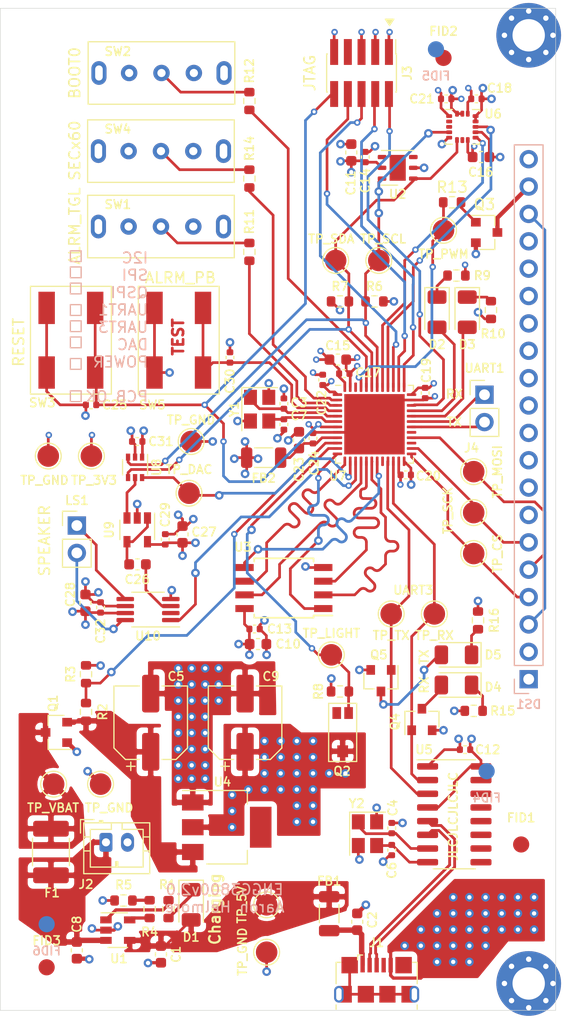
<source format=kicad_pcb>
(kicad_pcb (version 20171130) (host pcbnew "(5.1.7)-1")
  (layers (0 F.Cu signal) (1 In1.Cu power) (2 In2.Cu power) (31 B.Cu signal) (34 B.Paste user) (35 F.Paste user) (36 B.SilkS user) (37 F.SilkS user) (38 B.Mask user) (39 F.Mask user) (44 Edge.Cuts user))
  (net 0 "")
  (net 1 VUSB)
  (net 2 GND)
  (net 3 RCC_OSC_IN)
  (net 4 RCC_OSC_OUT)
  (net 5 "Net-(C5-Pad1)")
  (net 6 VDD)
  (net 7 VDDA)
  (net 8 NRST)
  (net 9 ALRM_PB)
  (net 10 "Net-(D1-Pad1)")
  (net 11 "Net-(D2-Pad1)")
  (net 12 "Net-(D2-Pad2)")
  (net 13 "Net-(D3-Pad2)")
  (net 14 "Net-(D3-Pad1)")
  (net 15 "Net-(DS1-Pad18)")
  (net 16 LCD_CS)
  (net 17 SPI_MOSI)
  (net 18 SPI_SCK)
  (net 19 "Net-(DS1-Pad7)")
  (net 20 "Net-(DS1-Pad8)")
  (net 21 "Net-(DS1-Pad9)")
  (net 22 "Net-(DS1-Pad10)")
  (net 23 "Net-(DS1-Pad11)")
  (net 24 "Net-(DS1-Pad12)")
  (net 25 "Net-(DS1-Pad13)")
  (net 26 "Net-(DS1-Pad14)")
  (net 27 "Net-(DS1-Pad16)")
  (net 28 "Net-(DS1-Pad17)")
  (net 29 "Net-(DS1-Pad19)")
  (net 30 VBAT)
  (net 31 USART3_RX)
  (net 32 USART3_TX)
  (net 33 SYS_JTMS_SWDIO)
  (net 34 SYS_JTCK_SWCLK)
  (net 35 SYS_JTDO_SWO)
  (net 36 SYS_JTDI)
  (net 37 "Net-(LS1-Pad1)")
  (net 38 "Net-(LS1-Pad2)")
  (net 39 ADC1_IN6)
  (net 40 "Net-(R1-Pad2)")
  (net 41 ADC1_IN5)
  (net 42 "Net-(R4-Pad2)")
  (net 43 "Net-(R4-Pad1)")
  (net 44 I2C1_SCL)
  (net 45 I2C1_SDA)
  (net 46 "Net-(R11-Pad2)")
  (net 47 ALRM_TOGGLE)
  (net 48 BOOT0)
  (net 49 "Net-(R12-Pad2)")
  (net 50 TIM16_CH1)
  (net 51 SECx60)
  (net 52 "Net-(R14-Pad2)")
  (net 53 DAC_OUT)
  (net 54 QSPI_IO0)
  (net 55 QSPI_IO1)
  (net 56 QSPI_IO2)
  (net 57 QSPI_IO3)
  (net 58 QSPI_CLK)
  (net 59 QSPI_NCS)
  (net 60 USART1_RX)
  (net 61 USART1_TX)
  (net 62 "Net-(U6-Pad2)")
  (net 63 "Net-(U6-Pad3)")
  (net 64 "Net-(U6-Pad7)")
  (net 65 LIS3DH_INT2)
  (net 66 LIS3DH_INT1)
  (net 67 nAUDIO_SD)
  (net 68 "Net-(U7-Pad20)")
  (net 69 "Net-(U7-Pad27)")
  (net 70 "Net-(U7-Pad46)")
  (net 71 "Net-(U8-Pad5)")
  (net 72 "Net-(U10-Pad2)")
  (net 73 "Net-(Q3-Pad1)")
  (net 74 "Net-(U7-Pad29)")
  (net 75 "Net-(C2-Pad1)")
  (net 76 "Net-(C4-Pad1)")
  (net 77 "Net-(C6-Pad1)")
  (net 78 "Net-(C8-Pad1)")
  (net 79 "Net-(C26-Pad1)")
  (net 80 "Net-(C26-Pad2)")
  (net 81 "Net-(J1-Pad6)")
  (net 82 "Net-(J1-Pad4)")
  (net 83 "Net-(J3-Pad7)")
  (net 84 "Net-(U2-Pad3)")
  (net 85 "Net-(U2-Pad4)")
  (net 86 "Net-(U5-Pad15)")
  (net 87 "Net-(U5-Pad14)")
  (net 88 "Net-(U5-Pad13)")
  (net 89 "Net-(U5-Pad12)")
  (net 90 "Net-(U5-Pad11)")
  (net 91 "Net-(U5-Pad10)")
  (net 92 "Net-(U5-Pad9)")
  (net 93 /D_+)
  (net 94 /D_-)
  (net 95 "Net-(D4-Pad2)")
  (net 96 "Net-(D4-Pad1)")
  (net 97 "Net-(D5-Pad2)")
  (net 98 "Net-(D5-Pad1)")
  (module Resistor_SMD:R_0603_1608Metric (layer F.Cu) (at 192.8 123.8 90)
    (fp_text reference R16 (at 0 1.5 90) (layer F.SilkS) (effects (font (size 0.8 0.8))))
    (fp_text value 1K)
    (pad 2 smd roundrect (at 0.825 0 90) (size 0.8 0.95) (layers F.Cu F.Paste F.Mask) (net 2 GND))
    (pad 1 smd roundrect (at -0.825 0 90) (size 0.8 0.95) (layers F.Cu F.Paste F.Mask) (net 98 "Net-(D5-Pad1)"))
  )
  (module Resistor_SMD:R_0603_1608Metric (layer F.Cu) (at 192.4 132.2 180)
    (fp_text reference R15 (at -2.7 0) (layer F.SilkS) (effects (font (size 0.8 0.8))))
    (fp_text value 1K)
    (pad 2 smd roundrect (at 0.825 0 180) (size 0.8 0.95) (layers F.Cu F.Paste F.Mask) (net 2 GND))
    (pad 1 smd roundrect (at -0.825 0 180) (size 0.8 0.95) (layers F.Cu F.Paste F.Mask) (net 96 "Net-(D4-Pad1)"))
  )
  (module Package_TO_SOT_SMD:SOT-23 (layer F.Cu) (at 183.8 129.4 270)
    (fp_text reference Q5 (at -2.4 0.2 180) (layer F.SilkS) (effects (font (size 0.8 0.8))))
    (fp_text value SL2301S)
    (pad 3 smd rect (at 1 0 270) (size 0.9 0.8) (layers F.Cu F.Paste F.Mask) (net 97 "Net-(D5-Pad2)"))
    (pad 2 smd rect (at -1 0.95 270) (size 0.9 0.8) (layers F.Cu F.Paste F.Mask) (net 6 VDD))
    (pad 1 smd rect (at -1 -0.95 270) (size 0.9 0.8) (layers F.Cu F.Paste F.Mask) (net 32 USART3_TX))
  )
  (module Package_TO_SOT_SMD:SOT-23 (layer F.Cu) (at 187.6 133 90)
    (fp_text reference Q4 (at -0.2 -2.5 90) (layer F.SilkS) (effects (font (size 0.8 0.8))))
    (fp_text value SL2301S)
    (pad 3 smd rect (at 1 0 90) (size 0.9 0.8) (layers F.Cu F.Paste F.Mask) (net 95 "Net-(D4-Pad2)"))
    (pad 2 smd rect (at -1 0.95 90) (size 0.9 0.8) (layers F.Cu F.Paste F.Mask) (net 6 VDD))
    (pad 1 smd rect (at -1 -0.95 90) (size 0.9 0.8) (layers F.Cu F.Paste F.Mask) (net 31 USART3_RX))
  )
  (module LED_SMD:LED_1206_3216Metric (layer F.Cu) (at 190.8 127 180)
    (fp_text reference D5 (at -3.4 0) (layer F.SilkS) (effects (font (size 0.8 0.8))))
    (fp_text value RED)
    (pad 2 smd roundrect (at 1.4 0 180) (size 1.25 1.75) (layers F.Cu F.Paste F.Mask) (roundrect_rratio 0.2) (net 97 "Net-(D5-Pad2)"))
    (pad 1 smd roundrect (at -1.4 0 180) (size 1.25 1.75) (layers F.Cu F.Paste F.Mask) (roundrect_rratio 0.2) (net 98 "Net-(D5-Pad1)"))
  )
  (module LED_SMD:LED_1206_3216Metric (layer F.Cu) (at 190.8 129.8 180)
    (fp_text reference D4 (at -3.4 -0.2) (layer F.SilkS) (effects (font (size 0.8 0.8))))
    (fp_text value GREEN)
    (pad 2 smd roundrect (at 1.4 0 180) (size 1.25 1.75) (layers F.Cu F.Paste F.Mask) (roundrect_rratio 0.2) (net 95 "Net-(D4-Pad2)"))
    (pad 1 smd roundrect (at -1.4 0 180) (size 1.25 1.75) (layers F.Cu F.Paste F.Mask) (roundrect_rratio 0.2) (net 96 "Net-(D4-Pad1)"))
  )
  (module Crystal:Crystal_SMD_3225-4Pin_3.2x2.5mm (layer F.Cu) (at 182.55 143.6 270)
    (fp_text reference Y2 (at -2.8 1 180) (layer F.SilkS) (effects (font (size 0.8 0.8))))
    (fp_text value X322512MSB4SI)
    (pad 4 smd rect (at -1.1 -0.85 270) (size 1.4 1.2) (layers F.Cu F.Paste F.Mask) (net 2 GND))
    (pad 3 smd rect (at 1.1 -0.85 270) (size 1.4 1.2) (layers F.Cu F.Paste F.Mask) (net 77 "Net-(C6-Pad1)"))
    (pad 2 smd rect (at 1.1 0.85 270) (size 1.4 1.2) (layers F.Cu F.Paste F.Mask) (net 2 GND))
    (pad 1 smd rect (at -1.1 0.85 270) (size 1.4 1.2) (layers F.Cu F.Paste F.Mask) (net 76 "Net-(C4-Pad1)"))
  )
  (module Package_SO:SOIC-16_3.9x9.9mm_P1.27mm (layer F.Cu) (at 190.6 141.8)
    (fp_text reference U5 (at -2.8 -6) (layer F.SilkS) (effects (font (size 0.8 0.8))))
    (fp_text value CH340G)
    (pad 16 smd roundrect (at 2.475 -4.445) (size 1.95 0.6) (layers F.Cu F.Paste F.Mask) (net 6 VDD))
    (pad 15 smd roundrect (at 2.475 -3.175) (size 1.95 0.6) (layers F.Cu F.Paste F.Mask) (net 86 "Net-(U5-Pad15)"))
    (pad 14 smd roundrect (at 2.475 -1.905) (size 1.95 0.6) (layers F.Cu F.Paste F.Mask) (net 87 "Net-(U5-Pad14)"))
    (pad 13 smd roundrect (at 2.475 -0.635) (size 1.95 0.6) (layers F.Cu F.Paste F.Mask) (net 88 "Net-(U5-Pad13)"))
    (pad 12 smd roundrect (at 2.475 0.635) (size 1.95 0.6) (layers F.Cu F.Paste F.Mask) (net 89 "Net-(U5-Pad12)"))
    (pad 11 smd roundrect (at 2.475 1.905) (size 1.95 0.6) (layers F.Cu F.Paste F.Mask) (net 90 "Net-(U5-Pad11)"))
    (pad 10 smd roundrect (at 2.475 3.175) (size 1.95 0.6) (layers F.Cu F.Paste F.Mask) (net 91 "Net-(U5-Pad10)"))
    (pad 9 smd roundrect (at 2.475 4.445) (size 1.95 0.6) (layers F.Cu F.Paste F.Mask) (net 92 "Net-(U5-Pad9)"))
    (pad 8 smd roundrect (at -2.475 4.445) (size 1.95 0.6) (layers F.Cu F.Paste F.Mask) (net 77 "Net-(C6-Pad1)"))
    (pad 7 smd roundrect (at -2.475 3.175) (size 1.95 0.6) (layers F.Cu F.Paste F.Mask) (net 76 "Net-(C4-Pad1)"))
    (pad 6 smd roundrect (at -2.475 1.905) (size 1.95 0.6) (layers F.Cu F.Paste F.Mask) (net 94 /D_-))
    (pad 5 smd roundrect (at -2.475 0.635) (size 1.95 0.6) (layers F.Cu F.Paste F.Mask) (net 93 /D_+))
    (pad 4 smd roundrect (at -2.475 -0.635) (size 1.95 0.6) (layers F.Cu F.Paste F.Mask) (net 6 VDD))
    (pad 3 smd roundrect (at -2.475 -1.905) (size 1.95 0.6) (layers F.Cu F.Paste F.Mask) (net 32 USART3_TX))
    (pad 2 smd roundrect (at -2.475 -3.175) (size 1.95 0.6) (layers F.Cu F.Paste F.Mask) (net 31 USART3_RX))
    (pad 1 smd roundrect (at -2.475 -4.445) (size 1.95 0.6) (layers F.Cu F.Paste F.Mask) (net 2 GND))
  )
  (module Connector_Custom:USB_Micro-B_Amphenol_10118193_Horizontal (layer F.Cu) (at 183.4 157.2)
    (fp_text reference J1 (at 0 -3.5) (layer F.SilkS) (effects (font (size 0.8 0.8))))
    (fp_text value USB_B_Micro)
    (pad 6 smd rect (at 2.5 -1.4) (size 1.524 1.524) (layers F.Cu F.Paste F.Mask) (net 81 "Net-(J1-Pad6)"))
    (pad 6 smd rect (at -2.5 -1.4) (size 1.524 1.524) (layers F.Cu F.Paste F.Mask) (net 81 "Net-(J1-Pad6)"))
    (pad 6 thru_hole oval (at 3.5 1.3) (size 0.89 1.55) (drill oval 0.5 1.15) (layers *.Cu *.Mask) (net 81 "Net-(J1-Pad6)"))
    (pad 6 thru_hole oval (at -3.5 1.3) (size 0.89 1.55) (drill oval 0.5 1.15) (layers *.Cu *.Mask) (net 81 "Net-(J1-Pad6)"))
    (pad 6 smd rect (at 2.9 1.3) (size 1.2 1.55) (layers F.Cu F.Paste F.Mask) (net 81 "Net-(J1-Pad6)"))
    (pad 6 smd rect (at -2.9 1.3) (size 1.2 1.55) (layers F.Cu F.Paste F.Mask) (net 81 "Net-(J1-Pad6)"))
    (pad 6 smd rect (at 1 1.3) (size 1.5 1.55) (layers F.Cu F.Paste F.Mask) (net 81 "Net-(J1-Pad6)"))
    (pad 6 smd rect (at -1 1.3) (size 1.5 1.55) (layers F.Cu F.Paste F.Mask) (net 81 "Net-(J1-Pad6)"))
    (pad 5 smd rect (at 1.3 -1.4) (size 0.4 1.35) (layers F.Cu F.Paste F.Mask) (net 2 GND))
    (pad 4 smd rect (at 0.65 -1.4) (size 0.4 1.35) (layers F.Cu F.Paste F.Mask) (net 82 "Net-(J1-Pad4)"))
    (pad 3 smd rect (at 0 -1.4) (size 0.4 1.35) (layers F.Cu F.Paste F.Mask) (net 93 /D_+))
    (pad 2 smd rect (at -0.65 -1.4) (size 0.4 1.35) (layers F.Cu F.Paste F.Mask) (net 94 /D_-))
    (pad 1 smd rect (at -1.3 -1.4) (size 0.4 1.35) (layers F.Cu F.Paste F.Mask) (net 75 "Net-(C2-Pad1)"))
  )
  (module Inductor_SMD:L_1206_3216Metric (layer F.Cu) (at 179 151.025 270)
    (fp_text reference FB1 (at -3.025 0 180) (layer F.SilkS) (effects (font (size 0.8 0.8))))
    (fp_text value "100 @ 100MHz")
    (pad 2 smd roundrect (at 1.575 0 270) (size 1.05 1.9) (layers F.Cu F.Paste F.Mask) (roundrect_rratio 0.2380942857142857) (net 75 "Net-(C2-Pad1)"))
    (pad 1 smd roundrect (at -1.575 0 270) (size 1.05 1.9) (layers F.Cu F.Paste F.Mask) (roundrect_rratio 0.2380942857142857) (net 1 VUSB))
  )
  (module Capacitor_SMD:C_0402_1005Metric (layer F.Cu) (at 191.6 135.8 180)
    (fp_text reference C12 (at -2.1 0) (layer F.SilkS) (effects (font (size 0.8 0.8))))
    (fp_text value 100nF)
    (pad 2 smd roundrect (at 0.48 0 180) (size 0.56 0.62) (layers F.Cu F.Paste F.Mask) (net 2 GND))
    (pad 1 smd roundrect (at -0.48 0 180) (size 0.56 0.62) (layers F.Cu F.Paste F.Mask) (net 6 VDD))
  )
  (module Capacitor_SMD:C_0402_1005Metric (layer F.Cu) (at 184.8 145.12 270)
    (fp_text reference C6 (at 1.88 0 90) (layer F.SilkS) (effects (font (size 0.8 0.8))))
    (fp_text value 20pF)
    (pad 2 smd roundrect (at 0.48 0 270) (size 0.56 0.62) (layers F.Cu F.Paste F.Mask) (net 2 GND))
    (pad 1 smd roundrect (at -0.48 0 270) (size 0.56 0.62) (layers F.Cu F.Paste F.Mask) (net 77 "Net-(C6-Pad1)"))
  )
  (module Capacitor_SMD:C_0402_1005Metric (layer F.Cu) (at 184.8 143.08 90)
    (fp_text reference C4 (at 1.88 0.1 90) (layer F.SilkS) (effects (font (size 0.8 0.8))))
    (fp_text value 20pF)
    (pad 2 smd roundrect (at 0.48 0 90) (size 0.56 0.62) (layers F.Cu F.Paste F.Mask) (net 2 GND))
    (pad 1 smd roundrect (at -0.48 0 90) (size 0.56 0.62) (layers F.Cu F.Paste F.Mask) (net 76 "Net-(C4-Pad1)"))
  )
  (module Capacitor_SMD:C_0603_1608Metric (layer F.Cu) (at 181.6 151.775 90)
    (fp_text reference C2 (at 0.175 1.4 90) (layer F.SilkS) (effects (font (size 0.8 0.8))))
    (fp_text value 4.7uF)
    (pad 2 smd roundrect (at 0.775 0 90) (size 0.9 0.95) (layers F.Cu F.Paste F.Mask) (net 2 GND))
    (pad 1 smd roundrect (at -0.775 0 90) (size 0.9 0.95) (layers F.Cu F.Paste F.Mask) (net 75 "Net-(C2-Pad1)"))
  )
  (module Package_SO:SOIJ-8_5.3x5.3mm_P1.27mm (layer F.Cu) (at 174.8 120.8 180)
    (fp_text reference U3 (at 3.8 3.8) (layer F.SilkS) (effects (font (size 0.8 0.8))))
    (fp_text value SST26VF016B)
    (pad 1 smd rect (at -3.65 -1.905 180) (size 1.7 0.65) (layers F.Cu F.Paste F.Mask) (net 59 QSPI_NCS))
    (pad 2 smd rect (at -3.65 -0.635 180) (size 1.7 0.65) (layers F.Cu F.Paste F.Mask) (net 55 QSPI_IO1))
    (pad 3 smd rect (at -3.65 0.635 180) (size 1.7 0.65) (layers F.Cu F.Paste F.Mask) (net 56 QSPI_IO2))
    (pad 4 smd rect (at -3.65 1.905 180) (size 1.7 0.65) (layers F.Cu F.Paste F.Mask) (net 2 GND))
    (pad 5 smd rect (at 3.65 1.905 180) (size 1.7 0.65) (layers F.Cu F.Paste F.Mask) (net 54 QSPI_IO0))
    (pad 6 smd rect (at 3.65 0.635 180) (size 1.7 0.65) (layers F.Cu F.Paste F.Mask) (net 58 QSPI_CLK))
    (pad 7 smd rect (at 3.65 -0.635 180) (size 1.7 0.65) (layers F.Cu F.Paste F.Mask) (net 57 QSPI_IO3))
    (pad 8 smd rect (at 3.65 -1.905 180) (size 1.7 0.65) (layers F.Cu F.Paste F.Mask) (net 6 VDD))
  )
  (module Capacitor_SMD:C_0402_1005Metric (layer F.Cu) (at 172.08 124.6)
    (fp_text reference C13 (at 2.32 0) (layer F.SilkS) (effects (font (size 0.8 0.8))))
    (fp_text value 100nF)
    (pad 2 smd roundrect (at 0.48 0) (size 0.56 0.62) (layers F.Cu F.Paste F.Mask) (net 2 GND))
    (pad 1 smd roundrect (at -0.48 0) (size 0.56 0.62) (layers F.Cu F.Paste F.Mask) (net 6 VDD))
  )
  (module Capacitor_SMD:C_0603_1608Metric (layer F.Cu) (at 172.4 126)
    (fp_text reference C10 (at 2.8 0) (layer F.SilkS) (effects (font (size 0.8 0.8))))
    (fp_text value 4.7uF)
    (pad 2 smd roundrect (at 0.775 0) (size 0.9 0.95) (layers F.Cu F.Paste F.Mask) (net 2 GND))
    (pad 1 smd roundrect (at -0.775 0) (size 0.9 0.95) (layers F.Cu F.Paste F.Mask) (net 6 VDD))
  )
  (module MountingHole:MountingHole_3mm_Pad_Via (layer F.Cu) (at 197.5 69.5)
    (fp_text reference H2 hide)
    (fp_text value M2.5mm)
    (pad 1 thru_hole circle (at 1.59099 -1.59099) (size 0.8 0.8) (drill 0.5) (layers *.Cu *.Mask))
    (pad 1 thru_hole circle (at 0 -2.25) (size 0.8 0.8) (drill 0.5) (layers *.Cu *.Mask))
    (pad 1 thru_hole circle (at -1.59099 -1.59099) (size 0.8 0.8) (drill 0.5) (layers *.Cu *.Mask))
    (pad 1 thru_hole circle (at -2.25 0) (size 0.8 0.8) (drill 0.5) (layers *.Cu *.Mask))
    (pad 1 thru_hole circle (at -1.59099 1.59099) (size 0.8 0.8) (drill 0.5) (layers *.Cu *.Mask))
    (pad 1 thru_hole circle (at 0 2.25) (size 0.8 0.8) (drill 0.5) (layers *.Cu *.Mask))
    (pad 1 thru_hole circle (at 1.59099 1.59099) (size 0.8 0.8) (drill 0.5) (layers *.Cu *.Mask))
    (pad 1 thru_hole circle (at 2.25 0) (size 0.8 0.8) (drill 0.5) (layers *.Cu *.Mask))
    (pad 1 thru_hole circle (at 0 0) (size 6 6) (drill 3) (layers *.Cu *.Mask))
  )
  (module MountingHole:MountingHole_3mm_Pad_Via (layer F.Cu) (at 197.5 157.5)
    (fp_text reference H1 hide)
    (fp_text value M2.5mm)
    (pad 1 thru_hole circle (at 1.59099 -1.59099) (size 0.8 0.8) (drill 0.5) (layers *.Cu *.Mask))
    (pad 1 thru_hole circle (at 0 -2.25) (size 0.8 0.8) (drill 0.5) (layers *.Cu *.Mask))
    (pad 1 thru_hole circle (at -1.59099 -1.59099) (size 0.8 0.8) (drill 0.5) (layers *.Cu *.Mask))
    (pad 1 thru_hole circle (at -2.25 0) (size 0.8 0.8) (drill 0.5) (layers *.Cu *.Mask))
    (pad 1 thru_hole circle (at -1.59099 1.59099) (size 0.8 0.8) (drill 0.5) (layers *.Cu *.Mask))
    (pad 1 thru_hole circle (at 0 2.25) (size 0.8 0.8) (drill 0.5) (layers *.Cu *.Mask))
    (pad 1 thru_hole circle (at 1.59099 1.59099) (size 0.8 0.8) (drill 0.5) (layers *.Cu *.Mask))
    (pad 1 thru_hole circle (at 2.25 0) (size 0.8 0.8) (drill 0.5) (layers *.Cu *.Mask))
    (pad 1 thru_hole circle (at 0 0) (size 6 6) (drill 3) (layers *.Cu *.Mask))
  )
  (module TestPoint:TestPoint_Pad_D2.0mm (layer F.Cu) (at 189.6 87.6)
    (fp_text reference TP_PWM (at 0 2.2) (layer F.SilkS) (effects (font (size 0.8 0.8))))
    (fp_text value LCD_PWM)
    (pad 1 smd circle (at 0 0) (size 2 2) (layers F.Cu F.Mask) (net 50 TIM16_CH1))
  )
  (module Resistor_SMD:R_0603_1608Metric (layer F.Cu) (at 190.4 85 180)
    (fp_text reference R13 (at 0 1.4) (layer F.SilkS))
    (fp_text value 1K)
    (pad 2 smd roundrect (at 0.825 0 180) (size 0.8 0.95) (layers F.Cu F.Paste F.Mask) (net 50 TIM16_CH1))
    (pad 1 smd roundrect (at -0.825 0 180) (size 0.8 0.95) (layers F.Cu F.Paste F.Mask) (net 73 "Net-(Q3-Pad1)"))
  )
  (module Package_TO_SOT_SMD:SOT-23 (layer F.Cu) (at 193.6 87.8)
    (fp_text reference Q3 (at -0.2 -2.6) (layer F.SilkS))
    (fp_text value SL2301S)
    (pad 3 smd rect (at 1 0) (size 0.9 0.8) (layers F.Cu F.Paste F.Mask) (net 29 "Net-(DS1-Pad19)"))
    (pad 2 smd rect (at -1 0.95) (size 0.9 0.8) (layers F.Cu F.Paste F.Mask) (net 6 VDD))
    (pad 1 smd rect (at -1 -0.95) (size 0.9 0.8) (layers F.Cu F.Paste F.Mask) (net 73 "Net-(Q3-Pad1)"))
  )
  (module Package_DFN_QFN:QFN-48-1EP_7x7mm_P0.5mm_EP5.6x5.6mm (layer F.Cu) (at 183.2 105.6)
    (fp_text reference U7 (at -3.4 4.8) (layer F.SilkS) (effects (font (size 0.8 0.8))))
    (fp_text value STM32L451CCUx)
    (pad 1 smd roundrect (at -3.4375 -2.75) (size 0.875 0.25) (layers F.Cu F.Paste F.Mask) (net 6 VDD))
    (pad 2 smd roundrect (at -3.4375 -2.25) (size 0.875 0.25) (layers F.Cu F.Paste F.Mask) (net 51 SECx60))
    (pad 3 smd roundrect (at -3.4375 -1.75) (size 0.875 0.25) (layers F.Cu F.Paste F.Mask) (net 47 ALRM_TOGGLE))
    (pad 4 smd roundrect (at -3.4375 -1.25) (size 0.875 0.25) (layers F.Cu F.Paste F.Mask) (net 9 ALRM_PB))
    (pad 5 smd roundrect (at -3.4375 -0.75) (size 0.875 0.25) (layers F.Cu F.Paste F.Mask) (net 3 RCC_OSC_IN))
    (pad 6 smd roundrect (at -3.4375 -0.25) (size 0.875 0.25) (layers F.Cu F.Paste F.Mask) (net 4 RCC_OSC_OUT))
    (pad 7 smd roundrect (at -3.4375 0.25) (size 0.875 0.25) (layers F.Cu F.Paste F.Mask) (net 8 NRST))
    (pad 8 smd roundrect (at -3.4375 0.75) (size 0.875 0.25) (layers F.Cu F.Paste F.Mask) (net 2 GND))
    (pad 9 smd roundrect (at -3.4375 1.25) (size 0.875 0.25) (layers F.Cu F.Paste F.Mask) (net 7 VDDA))
    (pad 10 smd roundrect (at -3.4375 1.75) (size 0.875 0.25) (layers F.Cu F.Paste F.Mask) (net 41 ADC1_IN5))
    (pad 11 smd roundrect (at -3.4375 2.25) (size 0.875 0.25) (layers F.Cu F.Paste F.Mask) (net 39 ADC1_IN6))
    (pad 12 smd roundrect (at -3.4375 2.75) (size 0.875 0.25) (layers F.Cu F.Paste F.Mask) (net 59 QSPI_NCS))
    (pad 13 smd roundrect (at -2.75 3.4375) (size 0.25 0.875) (layers F.Cu F.Paste F.Mask) (net 58 QSPI_CLK))
    (pad 14 smd roundrect (at -2.25 3.4375) (size 0.25 0.875) (layers F.Cu F.Paste F.Mask) (net 53 DAC_OUT))
    (pad 15 smd roundrect (at -1.75 3.4375) (size 0.25 0.875) (layers F.Cu F.Paste F.Mask) (net 67 nAUDIO_SD))
    (pad 16 smd roundrect (at -1.25 3.4375) (size 0.25 0.875) (layers F.Cu F.Paste F.Mask) (net 57 QSPI_IO3))
    (pad 17 smd roundrect (at -0.75 3.4375) (size 0.25 0.875) (layers F.Cu F.Paste F.Mask) (net 56 QSPI_IO2))
    (pad 18 smd roundrect (at -0.25 3.4375) (size 0.25 0.875) (layers F.Cu F.Paste F.Mask) (net 55 QSPI_IO1))
    (pad 19 smd roundrect (at 0.25 3.4375) (size 0.25 0.875) (layers F.Cu F.Paste F.Mask) (net 54 QSPI_IO0))
    (pad 20 smd roundrect (at 0.75 3.4375) (size 0.25 0.875) (layers F.Cu F.Paste F.Mask) (net 68 "Net-(U7-Pad20)"))
    (pad 21 smd roundrect (at 1.25 3.4375) (size 0.25 0.875) (layers F.Cu F.Paste F.Mask) (net 32 USART3_TX))
    (pad 22 smd roundrect (at 1.75 3.4375) (size 0.25 0.875) (layers F.Cu F.Paste F.Mask) (net 31 USART3_RX))
    (pad 23 smd roundrect (at 2.25 3.4375) (size 0.25 0.875) (layers F.Cu F.Paste F.Mask) (net 2 GND))
    (pad 24 smd roundrect (at 2.75 3.4375) (size 0.25 0.875) (layers F.Cu F.Paste F.Mask) (net 6 VDD))
    (pad 25 smd roundrect (at 3.4375 2.75) (size 0.875 0.25) (layers F.Cu F.Paste F.Mask) (net 16 LCD_CS))
    (pad 26 smd roundrect (at 3.4375 2.25) (size 0.875 0.25) (layers F.Cu F.Paste F.Mask) (net 18 SPI_SCK))
    (pad 27 smd roundrect (at 3.4375 1.75) (size 0.875 0.25) (layers F.Cu F.Paste F.Mask) (net 69 "Net-(U7-Pad27)"))
    (pad 28 smd roundrect (at 3.4375 1.25) (size 0.875 0.25) (layers F.Cu F.Paste F.Mask) (net 17 SPI_MOSI))
    (pad 29 smd roundrect (at 3.4375 0.75) (size 0.875 0.25) (layers F.Cu F.Paste F.Mask) (net 74 "Net-(U7-Pad29)"))
    (pad 30 smd roundrect (at 3.4375 0.25) (size 0.875 0.25) (layers F.Cu F.Paste F.Mask) (net 61 USART1_TX))
    (pad 31 smd roundrect (at 3.4375 -0.25) (size 0.875 0.25) (layers F.Cu F.Paste F.Mask) (net 60 USART1_RX))
    (pad 32 smd roundrect (at 3.4375 -0.75) (size 0.875 0.25) (layers F.Cu F.Paste F.Mask) (net 13 "Net-(D3-Pad2)"))
    (pad 33 smd roundrect (at 3.4375 -1.25) (size 0.875 0.25) (layers F.Cu F.Paste F.Mask) (net 12 "Net-(D2-Pad2)"))
    (pad 34 smd roundrect (at 3.4375 -1.75) (size 0.875 0.25) (layers F.Cu F.Paste F.Mask) (net 33 SYS_JTMS_SWDIO))
    (pad 35 smd roundrect (at 3.4375 -2.25) (size 0.875 0.25) (layers F.Cu F.Paste F.Mask) (net 2 GND))
    (pad 36 smd roundrect (at 3.4375 -2.75) (size 0.875 0.25) (layers F.Cu F.Paste F.Mask) (net 6 VDD))
    (pad 37 smd roundrect (at 2.75 -3.4375) (size 0.25 0.875) (layers F.Cu F.Paste F.Mask) (net 34 SYS_JTCK_SWCLK))
    (pad 38 smd roundrect (at 2.25 -3.4375) (size 0.25 0.875) (layers F.Cu F.Paste F.Mask) (net 36 SYS_JTDI))
    (pad 39 smd roundrect (at 1.75 -3.4375) (size 0.25 0.875) (layers F.Cu F.Paste F.Mask) (net 35 SYS_JTDO_SWO))
    (pad 40 smd roundrect (at 1.25 -3.4375) (size 0.25 0.875) (layers F.Cu F.Paste F.Mask) (net 66 LIS3DH_INT1))
    (pad 41 smd roundrect (at 0.75 -3.4375) (size 0.25 0.875) (layers F.Cu F.Paste F.Mask) (net 65 LIS3DH_INT2))
    (pad 42 smd roundrect (at 0.25 -3.4375) (size 0.25 0.875) (layers F.Cu F.Paste F.Mask) (net 44 I2C1_SCL))
    (pad 43 smd roundrect (at -0.25 -3.4375) (size 0.25 0.875) (layers F.Cu F.Paste F.Mask) (net 45 I2C1_SDA))
    (pad 44 smd roundrect (at -0.75 -3.4375) (size 0.25 0.875) (layers F.Cu F.Paste F.Mask) (net 48 BOOT0))
    (pad 45 smd roundrect (at -1.25 -3.4375) (size 0.25 0.875) (layers F.Cu F.Paste F.Mask) (net 50 TIM16_CH1))
    (pad 46 smd roundrect (at -1.75 -3.4375) (size 0.25 0.875) (layers F.Cu F.Paste F.Mask) (net 70 "Net-(U7-Pad46)"))
    (pad 47 smd roundrect (at -2.25 -3.4375) (size 0.25 0.875) (layers F.Cu F.Paste F.Mask) (net 2 GND))
    (pad 48 smd roundrect (at -2.75 -3.4375) (size 0.25 0.875) (layers F.Cu F.Paste F.Mask) (net 6 VDD))
    (pad 49 smd rect (at 0 0) (size 5.6 5.6) (layers F.Cu F.Mask) (net 2 GND))
  )
  (module Capacitor_SMD:C_0603_1608Metric (layer F.Cu) (at 163.4 154.8 270)
    (fp_text reference C1 (at 0 -1.4 270) (layer F.SilkS) (effects (font (size 0.8 0.8))))
    (fp_text value 4.7uF)
    (pad 1 smd roundrect (at -0.775 0 270) (size 0.9 0.95) (layers F.Cu F.Paste F.Mask) (net 1 VUSB))
    (pad 2 smd roundrect (at 0.775 0 270) (size 0.9 0.95) (layers F.Cu F.Paste F.Mask) (net 2 GND))
  )
  (module Capacitor_SMD:C_0402_1005Metric (layer F.Cu) (at 174.8 103.68 90)
    (fp_text reference C3 (at 0.08 1.4 180) (layer F.SilkS) (effects (font (size 0.8 0.8))))
    (fp_text value 20pF)
    (pad 2 smd roundrect (at 0.48 0 90) (size 0.56 0.62) (layers F.Cu F.Paste F.Mask) (net 2 GND))
    (pad 1 smd roundrect (at -0.48 0 90) (size 0.56 0.62) (layers F.Cu F.Paste F.Mask) (net 3 RCC_OSC_IN))
  )
  (module Capacitor_SMD:CP_Elec_6.3x7.7 (layer F.Cu) (at 162.45 133.3 90)
    (fp_text reference C5 (at 4.3 2.35 180) (layer F.SilkS) (effects (font (size 0.8 0.8))))
    (fp_text value 47uF)
    (pad 1 smd roundrect (at -2.7 0 90) (size 3.5 1.6) (layers F.Cu F.Paste F.Mask) (roundrect_rratio 0.15625) (net 5 "Net-(C5-Pad1)"))
    (pad 2 smd roundrect (at 2.7 0 90) (size 3.5 1.6) (layers F.Cu F.Paste F.Mask) (roundrect_rratio 0.15625) (net 2 GND))
  )
  (module Capacitor_SMD:C_0402_1005Metric (layer F.Cu) (at 174.8 105.62 270)
    (fp_text reference C7 (at -0.82 -1.4 180) (layer F.SilkS) (effects (font (size 0.8 0.8))))
    (fp_text value 20pF)
    (pad 1 smd roundrect (at -0.48 0 270) (size 0.56 0.62) (layers F.Cu F.Paste F.Mask) (net 4 RCC_OSC_OUT))
    (pad 2 smd roundrect (at 0.48 0 270) (size 0.56 0.62) (layers F.Cu F.Paste F.Mask) (net 2 GND))
  )
  (module Capacitor_SMD:C_0603_1608Metric (layer F.Cu) (at 155.6 154.425 270)
    (fp_text reference C8 (at -2.425 0 90) (layer F.SilkS) (effects (font (size 0.8 0.8))))
    (fp_text value 4.7uF)
    (pad 2 smd roundrect (at 0.775 0 270) (size 0.9 0.95) (layers F.Cu F.Paste F.Mask) (net 2 GND))
    (pad 1 smd roundrect (at -0.775 0 270) (size 0.9 0.95) (layers F.Cu F.Paste F.Mask) (net 78 "Net-(C8-Pad1)"))
  )
  (module Capacitor_SMD:CP_Elec_6.3x7.7 (layer F.Cu) (at 171.2 133.3 90)
    (fp_text reference C9 (at 4.3 2.4 180) (layer F.SilkS) (effects (font (size 0.8 0.8))))
    (fp_text value 47uF)
    (pad 2 smd roundrect (at 2.7 0 90) (size 3.5 1.6) (layers F.Cu F.Paste F.Mask) (roundrect_rratio 0.15625) (net 2 GND))
    (pad 1 smd roundrect (at -2.7 0 90) (size 3.5 1.6) (layers F.Cu F.Paste F.Mask) (roundrect_rratio 0.15625) (net 6 VDD))
  )
  (module Capacitor_SMD:C_0603_1608Metric (layer F.Cu) (at 181.05 80.375 90)
    (fp_text reference C11 (at -2.825 -0.05 270) (layer F.SilkS) (effects (font (size 0.8 0.8))))
    (fp_text value 4.7uF)
    (pad 2 smd roundrect (at 0.775 0 90) (size 0.9 0.95) (layers F.Cu F.Paste F.Mask) (net 2 GND))
    (pad 1 smd roundrect (at -0.775 0 90) (size 0.9 0.95) (layers F.Cu F.Paste F.Mask) (net 6 VDD))
  )
  (module Capacitor_SMD:C_0402_1005Metric (layer F.Cu) (at 182.35 80.8 90)
    (fp_text reference C14 (at -2.2 0 270) (layer F.SilkS) (effects (font (size 0.8 0.8))))
    (fp_text value 100nF)
    (pad 1 smd roundrect (at -0.48 0 90) (size 0.56 0.62) (layers F.Cu F.Paste F.Mask) (net 6 VDD))
    (pad 2 smd roundrect (at 0.48 0 90) (size 0.56 0.62) (layers F.Cu F.Paste F.Mask) (net 2 GND))
  )
  (module Capacitor_SMD:C_0603_1608Metric (layer F.Cu) (at 179.8 99.6)
    (fp_text reference C15 (at 0 -1.3 180) (layer F.SilkS) (effects (font (size 0.8 0.8))))
    (fp_text value 4.7uF)
    (pad 2 smd roundrect (at 0.775 0) (size 0.9 0.95) (layers F.Cu F.Paste F.Mask) (net 2 GND))
    (pad 1 smd roundrect (at -0.775 0) (size 0.9 0.95) (layers F.Cu F.Paste F.Mask) (net 6 VDD))
  )
  (module Capacitor_SMD:C_0603_1608Metric (layer F.Cu) (at 193.075 80.8)
    (fp_text reference C16 (at -0.025 1.4) (layer F.SilkS) (effects (font (size 0.8 0.8))))
    (fp_text value 4.7uF)
    (pad 1 smd roundrect (at -0.775 0) (size 0.9 0.95) (layers F.Cu F.Paste F.Mask) (net 6 VDD))
    (pad 2 smd roundrect (at 0.775 0) (size 0.9 0.95) (layers F.Cu F.Paste F.Mask) (net 2 GND))
  )
  (module Capacitor_SMD:C_0402_1005Metric (layer F.Cu) (at 180.4 100.9)
    (fp_text reference C17 (at 2.2 -0.1) (layer F.SilkS) (effects (font (size 0.8 0.8))))
    (fp_text value 100nF)
    (pad 1 smd roundrect (at -0.48 0) (size 0.56 0.62) (layers F.Cu F.Paste F.Mask) (net 6 VDD))
    (pad 2 smd roundrect (at 0.48 0) (size 0.56 0.62) (layers F.Cu F.Paste F.Mask) (net 2 GND))
  )
  (module Capacitor_SMD:C_0402_1005Metric (layer F.Cu) (at 192.65 75.4)
    (fp_text reference C18 (at 2.15 -1) (layer F.SilkS) (effects (font (size 0.8 0.8))))
    (fp_text value 100nF)
    (pad 1 smd roundrect (at -0.48 0) (size 0.56 0.62) (layers F.Cu F.Paste F.Mask) (net 6 VDD))
    (pad 2 smd roundrect (at 0.48 0) (size 0.56 0.62) (layers F.Cu F.Paste F.Mask) (net 2 GND))
  )
  (module Capacitor_SMD:C_0402_1005Metric (layer F.Cu) (at 187.9 102.7 270)
    (fp_text reference C19 (at -2.1 -0.1 270) (layer F.SilkS) (effects (font (size 0.8 0.8))))
    (fp_text value 100nF)
    (pad 2 smd roundrect (at 0.48 0 270) (size 0.56 0.62) (layers F.Cu F.Paste F.Mask) (net 2 GND))
    (pad 1 smd roundrect (at -0.48 0 270) (size 0.56 0.62) (layers F.Cu F.Paste F.Mask) (net 6 VDD))
  )
  (module Capacitor_SMD:C_0402_1005Metric (layer F.Cu) (at 186.1 110.3 180)
    (fp_text reference C20 (at -2.1 -0.1) (layer F.SilkS) (effects (font (size 0.8 0.8))))
    (fp_text value 100nF)
    (pad 1 smd roundrect (at -0.48 0 180) (size 0.56 0.62) (layers F.Cu F.Paste F.Mask) (net 6 VDD))
    (pad 2 smd roundrect (at 0.48 0 180) (size 0.56 0.62) (layers F.Cu F.Paste F.Mask) (net 2 GND))
  )
  (module Capacitor_SMD:C_0402_1005Metric (layer F.Cu) (at 189.85 75.4)
    (fp_text reference C21 (at -2.25 0) (layer F.SilkS) (effects (font (size 0.8 0.8))))
    (fp_text value 100nF)
    (pad 2 smd roundrect (at 0.48 0) (size 0.56 0.62) (layers F.Cu F.Paste F.Mask) (net 2 GND))
    (pad 1 smd roundrect (at -0.48 0) (size 0.56 0.62) (layers F.Cu F.Paste F.Mask) (net 6 VDD))
  )
  (module Capacitor_SMD:C_0402_1005Metric (layer F.Cu) (at 178.4 101.48 90)
    (fp_text reference C22 (at -2.12 -0.1 270) (layer F.SilkS) (effects (font (size 0.8 0.8))))
    (fp_text value 100nF)
    (pad 2 smd roundrect (at 0.48 0 90) (size 0.56 0.62) (layers F.Cu F.Paste F.Mask) (net 2 GND))
    (pad 1 smd roundrect (at -0.48 0 90) (size 0.56 0.62) (layers F.Cu F.Paste F.Mask) (net 6 VDD))
  )
  (module Capacitor_SMD:C_0603_1608Metric (layer F.Cu) (at 176.2 107.075 90)
    (fp_text reference C23 (at -2.725 0 270) (layer F.SilkS) (effects (font (size 0.8 0.8))))
    (fp_text value 1uF)
    (pad 1 smd roundrect (at -0.775 0 90) (size 0.9 0.95) (layers F.Cu F.Paste F.Mask) (net 7 VDDA))
    (pad 2 smd roundrect (at 0.775 0 90) (size 0.9 0.95) (layers F.Cu F.Paste F.Mask) (net 2 GND))
  )
  (module Capacitor_SMD:C_0402_1005Metric (layer F.Cu) (at 177.5 106.9 90)
    (fp_text reference C24 (at -2.3 0.1 270) (layer F.SilkS) (effects (font (size 0.8 0.8))))
    (fp_text value 10nF)
    (pad 2 smd roundrect (at 0.48 0 90) (size 0.56 0.62) (layers F.Cu F.Paste F.Mask) (net 2 GND))
    (pad 1 smd roundrect (at -0.48 0 90) (size 0.56 0.62) (layers F.Cu F.Paste F.Mask) (net 7 VDDA))
  )
  (module Capacitor_SMD:C_0402_1005Metric (layer F.Cu) (at 156.92 103.8 180)
    (fp_text reference C25 (at -2.2 0) (layer F.SilkS) (effects (font (size 0.8 0.8))))
    (fp_text value 100nF)
    (pad 1 smd roundrect (at -0.48 0 180) (size 0.56 0.62) (layers F.Cu F.Paste F.Mask) (net 8 NRST))
    (pad 2 smd roundrect (at 0.48 0 180) (size 0.56 0.62) (layers F.Cu F.Paste F.Mask) (net 2 GND))
  )
  (module Capacitor_SMD:C_0603_1608Metric (layer F.Cu) (at 161.225 118.6)
    (fp_text reference C26 (at -0.025 1.4) (layer F.SilkS) (effects (font (size 0.8 0.8))))
    (fp_text value 1uF)
    (pad 1 smd roundrect (at -0.775 0) (size 0.9 0.95) (layers F.Cu F.Paste F.Mask) (net 79 "Net-(C26-Pad1)"))
    (pad 2 smd roundrect (at 0.775 0) (size 0.9 0.95) (layers F.Cu F.Paste F.Mask) (net 80 "Net-(C26-Pad2)"))
  )
  (module Capacitor_SMD:C_0603_1608Metric (layer F.Cu) (at 165.4 115.825 90)
    (fp_text reference C27 (at 0.225 2 180) (layer F.SilkS) (effects (font (size 0.8 0.8))))
    (fp_text value 4.7uF)
    (pad 1 smd roundrect (at -0.775 0 90) (size 0.9 0.95) (layers F.Cu F.Paste F.Mask) (net 6 VDD))
    (pad 2 smd roundrect (at 0.775 0 90) (size 0.9 0.95) (layers F.Cu F.Paste F.Mask) (net 2 GND))
  )
  (module Capacitor_SMD:C_0603_1608Metric (layer F.Cu) (at 156.4 122.175 270)
    (fp_text reference C28 (at -0.775 1.4 90) (layer F.SilkS) (effects (font (size 0.8 0.8))))
    (fp_text value 4.7uF)
    (pad 2 smd roundrect (at 0.775 0 270) (size 0.9 0.95) (layers F.Cu F.Paste F.Mask) (net 2 GND))
    (pad 1 smd roundrect (at -0.775 0 270) (size 0.9 0.95) (layers F.Cu F.Paste F.Mask) (net 6 VDD))
  )
  (module Capacitor_SMD:C_0402_1005Metric (layer F.Cu) (at 163.8 116.28 90)
    (fp_text reference C29 (at 2.28 0 90) (layer F.SilkS) (effects (font (size 0.8 0.8))))
    (fp_text value 100nF)
    (pad 1 smd roundrect (at -0.48 0 90) (size 0.56 0.62) (layers F.Cu F.Paste F.Mask) (net 6 VDD))
    (pad 2 smd roundrect (at 0.48 0 90) (size 0.56 0.62) (layers F.Cu F.Paste F.Mask) (net 2 GND))
  )
  (module Capacitor_SMD:C_0402_1005Metric (layer F.Cu) (at 169.8 99.4 90)
    (fp_text reference C30 (at -2.2 0 90) (layer F.SilkS) (effects (font (size 0.8 0.8))))
    (fp_text value 100nF)
    (pad 2 smd roundrect (at 0.48 0 90) (size 0.56 0.62) (layers F.Cu F.Paste F.Mask) (net 2 GND))
    (pad 1 smd roundrect (at -0.48 0 90) (size 0.56 0.62) (layers F.Cu F.Paste F.Mask) (net 9 ALRM_PB))
  )
  (module Capacitor_SMD:C_0402_1005Metric (layer F.Cu) (at 161.2 107.2 180)
    (fp_text reference C31 (at -2.2 0) (layer F.SilkS) (effects (font (size 0.8 0.8))))
    (fp_text value 100nF)
    (pad 1 smd roundrect (at -0.48 0 180) (size 0.56 0.62) (layers F.Cu F.Paste F.Mask) (net 6 VDD))
    (pad 2 smd roundrect (at 0.48 0 180) (size 0.56 0.62) (layers F.Cu F.Paste F.Mask) (net 2 GND))
  )
  (module Capacitor_SMD:C_0402_1005Metric (layer F.Cu) (at 157.8 122.6 270)
    (fp_text reference C32 (at 2.2 0 90) (layer F.SilkS) (effects (font (size 0.8 0.8))))
    (fp_text value 100nF)
    (pad 2 smd roundrect (at 0.48 0 270) (size 0.56 0.62) (layers F.Cu F.Paste F.Mask) (net 2 GND))
    (pad 1 smd roundrect (at -0.48 0 270) (size 0.56 0.62) (layers F.Cu F.Paste F.Mask) (net 6 VDD))
  )
  (module LED_SMD:LED_1206_3216Metric (layer F.Cu) (at 166.2 150.2 270)
    (fp_text reference D1 (at 3 0 180) (layer F.SilkS) (effects (font (size 0.8 0.8))))
    (fp_text value RED)
    (pad 1 smd roundrect (at -1.4 0 270) (size 1.25 1.75) (layers F.Cu F.Paste F.Mask) (roundrect_rratio 0.2) (net 10 "Net-(D1-Pad1)"))
    (pad 2 smd roundrect (at 1.4 0 270) (size 1.25 1.75) (layers F.Cu F.Paste F.Mask) (roundrect_rratio 0.2) (net 1 VUSB))
  )
  (module LED_SMD:LED_1206_3216Metric (layer F.Cu) (at 189 95.2 270)
    (fp_text reference D2 (at 3 0 180) (layer F.SilkS) (effects (font (size 0.8 0.8))))
    (fp_text value RED)
    (pad 1 smd roundrect (at -1.4 0 270) (size 1.25 1.75) (layers F.Cu F.Paste F.Mask) (roundrect_rratio 0.2) (net 11 "Net-(D2-Pad1)"))
    (pad 2 smd roundrect (at 1.4 0 270) (size 1.25 1.75) (layers F.Cu F.Paste F.Mask) (roundrect_rratio 0.2) (net 12 "Net-(D2-Pad2)"))
  )
  (module LED_SMD:LED_1206_3216Metric (layer F.Cu) (at 191.8 95.2 270)
    (fp_text reference D3 (at 3 0 180) (layer F.SilkS) (effects (font (size 0.8 0.8))))
    (fp_text value RED)
    (pad 2 smd roundrect (at 1.4 0 270) (size 1.25 1.75) (layers F.Cu F.Paste F.Mask) (roundrect_rratio 0.2) (net 13 "Net-(D3-Pad2)"))
    (pad 1 smd roundrect (at -1.4 0 270) (size 1.25 1.75) (layers F.Cu F.Paste F.Mask) (roundrect_rratio 0.2) (net 14 "Net-(D3-Pad1)"))
  )
  (module Connector_PinHeader_2.54mm:PinHeader_1x20_P2.54mm_Vertical (layer B.Cu) (at 197.5 129.26)
    (fp_text reference DS1 (at 0 2.33) (layer B.SilkS) (effects (font (size 0.8 0.8)) (justify mirror)))
    (fp_text value ST7920)
    (pad 1 thru_hole rect (at 0 0) (size 1.7 1.7) (drill 1) (layers *.Cu *.Mask) (net 2 GND))
    (pad 2 thru_hole oval (at 0 -2.54) (size 1.7 1.7) (drill 1) (layers *.Cu *.Mask) (net 6 VDD))
    (pad 3 thru_hole oval (at 0 -5.08) (size 1.7 1.7) (drill 1) (layers *.Cu *.Mask) (net 15 "Net-(DS1-Pad18)"))
    (pad 4 thru_hole oval (at 0 -7.62) (size 1.7 1.7) (drill 1) (layers *.Cu *.Mask) (net 16 LCD_CS))
    (pad 5 thru_hole oval (at 0 -10.16) (size 1.7 1.7) (drill 1) (layers *.Cu *.Mask) (net 17 SPI_MOSI))
    (pad 6 thru_hole oval (at 0 -12.7) (size 1.7 1.7) (drill 1) (layers *.Cu *.Mask) (net 18 SPI_SCK))
    (pad 7 thru_hole oval (at 0 -15.24) (size 1.7 1.7) (drill 1) (layers *.Cu *.Mask) (net 19 "Net-(DS1-Pad7)"))
    (pad 8 thru_hole oval (at 0 -17.78) (size 1.7 1.7) (drill 1) (layers *.Cu *.Mask) (net 20 "Net-(DS1-Pad8)"))
    (pad 9 thru_hole oval (at 0 -20.32) (size 1.7 1.7) (drill 1) (layers *.Cu *.Mask) (net 21 "Net-(DS1-Pad9)"))
    (pad 10 thru_hole oval (at 0 -22.86) (size 1.7 1.7) (drill 1) (layers *.Cu *.Mask) (net 22 "Net-(DS1-Pad10)"))
    (pad 11 thru_hole oval (at 0 -25.4) (size 1.7 1.7) (drill 1) (layers *.Cu *.Mask) (net 23 "Net-(DS1-Pad11)"))
    (pad 12 thru_hole oval (at 0 -27.94) (size 1.7 1.7) (drill 1) (layers *.Cu *.Mask) (net 24 "Net-(DS1-Pad12)"))
    (pad 13 thru_hole oval (at 0 -30.48) (size 1.7 1.7) (drill 1) (layers *.Cu *.Mask) (net 25 "Net-(DS1-Pad13)"))
    (pad 14 thru_hole oval (at 0 -33.02) (size 1.7 1.7) (drill 1) (layers *.Cu *.Mask) (net 26 "Net-(DS1-Pad14)"))
    (pad 15 thru_hole oval (at 0 -35.56) (size 1.7 1.7) (drill 1) (layers *.Cu *.Mask) (net 2 GND))
    (pad 16 thru_hole oval (at 0 -38.1) (size 1.7 1.7) (drill 1) (layers *.Cu *.Mask) (net 27 "Net-(DS1-Pad16)"))
    (pad 17 thru_hole oval (at 0 -40.64) (size 1.7 1.7) (drill 1) (layers *.Cu *.Mask) (net 28 "Net-(DS1-Pad17)"))
    (pad 18 thru_hole oval (at 0 -43.18) (size 1.7 1.7) (drill 1) (layers *.Cu *.Mask) (net 15 "Net-(DS1-Pad18)"))
    (pad 19 thru_hole oval (at 0 -45.72) (size 1.7 1.7) (drill 1) (layers *.Cu *.Mask) (net 29 "Net-(DS1-Pad19)"))
    (pad 20 thru_hole oval (at 0 -48.26) (size 1.7 1.7) (drill 1) (layers *.Cu *.Mask) (net 2 GND))
  )
  (module Fuse:Fuse_1812_4532Metric_Castellated (layer F.Cu) (at 153.2 145.3 270)
    (fp_text reference F1 (at 3.7875 -0.1 180) (layer F.SilkS) (effects (font (size 0.8 0.8))))
    (fp_text value "16V 1.5A")
    (pad 1 smd roundrect (at -2.1625 0 270) (size 1.475 3.3) (layers F.Cu F.Paste F.Mask) (roundrect_rratio 0.1694915254237288) (net 30 VBAT))
    (pad 2 smd roundrect (at 2.1625 0 270) (size 1.475 3.3) (layers F.Cu F.Paste F.Mask) (roundrect_rratio 0.1694915254237288) (net 78 "Net-(C8-Pad1)"))
  )
  (module Inductor_SMD:L_1206_3216Metric (layer F.Cu) (at 172.925 108.7 180)
    (fp_text reference FB2 (at 0 -1.9) (layer F.SilkS) (effects (font (size 0.8 0.8))))
    (fp_text value "100 @ 100MHz")
    (pad 1 smd roundrect (at -1.575 0 180) (size 1.05 1.9) (layers F.Cu F.Paste F.Mask) (roundrect_rratio 0.2380942857142857) (net 7 VDDA))
    (pad 2 smd roundrect (at 1.575 0 180) (size 1.05 1.9) (layers F.Cu F.Paste F.Mask) (roundrect_rratio 0.2380942857142857) (net 6 VDD))
  )
  (module Fiducial:Fiducial_1.5mm_Mask3mm (layer F.Cu) (at 196.8 144.6)
    (fp_text reference FID1 (at 0 -2.4765) (layer F.SilkS) (effects (font (size 0.8 0.8))))
    (fp_text value Fiducial)
    (pad "" smd circle (at 0 0) (size 1.5 1.5) (layers F.Cu F.Mask) (clearance 0.75))
  )
  (module Fiducial:Fiducial_1.5mm_Mask3mm (layer F.Cu) (at 189.6 71.6)
    (fp_text reference FID2 (at 0 -2.4765) (layer F.SilkS) (effects (font (size 0.8 0.8))))
    (fp_text value Fiducial)
    (pad "" smd circle (at 0 0) (size 1.5 1.5) (layers F.Cu F.Mask) (clearance 0.75))
  )
  (module Fiducial:Fiducial_1.5mm_Mask3mm (layer F.Cu) (at 152.8 156)
    (fp_text reference FID3 (at 0 -2.4765) (layer F.SilkS) (effects (font (size 0.8 0.8))))
    (fp_text value Fiducial)
    (pad "" smd circle (at 0 0) (size 1.5 1.5) (layers F.Cu F.Mask) (clearance 0.75))
  )
  (module Fiducial:Fiducial_1.5mm_Mask3mm (layer B.Cu) (at 193.6 137.8)
    (fp_text reference FID4 (at 0 2.4765) (layer B.SilkS) (effects (font (size 0.8 0.8)) (justify mirror)))
    (fp_text value Fiducial)
    (pad "" smd circle (at 0 0) (size 1.5 1.5) (layers B.Cu B.Mask) (clearance 0.75))
  )
  (module Fiducial:Fiducial_1.5mm_Mask3mm (layer B.Cu) (at 188.9 70.8)
    (fp_text reference FID5 (at 0 2.4765) (layer B.SilkS) (effects (font (size 0.8 0.8)) (justify mirror)))
    (fp_text value Fiducial)
    (pad "" smd circle (at 0 0) (size 1.5 1.5) (layers B.Cu B.Mask) (clearance 0.75))
  )
  (module Fiducial:Fiducial_1.5mm_Mask3mm (layer B.Cu) (at 152.8 152)
    (fp_text reference FID6 (at 0 2.4765) (layer B.SilkS) (effects (font (size 0.8 0.8)) (justify mirror)))
    (fp_text value Fiducial)
    (pad "" smd circle (at 0 0) (size 1.5 1.5) (layers B.Cu B.Mask) (clearance 0.75))
  )
  (module Connector_JST:JST_PH_B2B-PH-K_1x02_P2.00mm_Vertical (layer F.Cu) (at 158.3 144.4)
    (fp_text reference J2 (at -1.85 3.9) (layer F.SilkS) (effects (font (size 0.8 0.8))))
    (fp_text value "JST PH 1x2")
    (pad 1 thru_hole roundrect (at 0 0) (size 1.2 1.75) (drill 0.75) (layers *.Cu *.Mask) (roundrect_rratio 0.2083325) (net 78 "Net-(C8-Pad1)"))
    (pad 2 thru_hole oval (at 2 0) (size 1.2 1.75) (drill 0.75) (layers *.Cu *.Mask) (net 2 GND))
  )
  (module Connector_PinHeader_2.54mm:PinHeader_1x02_P2.54mm_Vertical (layer F.Cu) (at 193.4 102.86)
    (fp_text reference J4 (at -1.2 4.94) (layer F.SilkS) (effects (font (size 0.8 0.8))))
    (fp_text value Conn_01x02)
    (pad 2 thru_hole oval (at 0 2.54) (size 1.7 1.7) (drill 1) (layers *.Cu *.Mask) (net 61 USART1_TX))
    (pad 1 thru_hole rect (at 0 0) (size 1.7 1.7) (drill 1) (layers *.Cu *.Mask) (net 60 USART1_RX))
  )
  (module Connector_PinHeader_1.27mm:PinHeader_2x05_P1.27mm_Vertical_SMD (layer F.Cu) (at 182 73 270)
    (fp_text reference J3 (at 0 -4.235 90) (layer F.SilkS) (effects (font (size 0.8 0.8))))
    (fp_text value Conn_ARM_JTAG_SWD_10)
    (pad 1 smd rect (at -1.95 -2.54 270) (size 2.4 0.74) (layers F.Cu F.Paste F.Mask) (net 6 VDD))
    (pad 2 smd rect (at 1.95 -2.54 270) (size 2.4 0.74) (layers F.Cu F.Paste F.Mask) (net 33 SYS_JTMS_SWDIO))
    (pad 3 smd rect (at -1.95 -1.27 270) (size 2.4 0.74) (layers F.Cu F.Paste F.Mask) (net 2 GND))
    (pad 4 smd rect (at 1.95 -1.27 270) (size 2.4 0.74) (layers F.Cu F.Paste F.Mask) (net 34 SYS_JTCK_SWCLK))
    (pad 5 smd rect (at -1.95 0 270) (size 2.4 0.74) (layers F.Cu F.Paste F.Mask) (net 2 GND))
    (pad 6 smd rect (at 1.95 0 270) (size 2.4 0.74) (layers F.Cu F.Paste F.Mask) (net 35 SYS_JTDO_SWO))
    (pad 7 smd rect (at -1.95 1.27 270) (size 2.4 0.74) (layers F.Cu F.Paste F.Mask) (net 83 "Net-(J3-Pad7)"))
    (pad 8 smd rect (at 1.95 1.27 270) (size 2.4 0.74) (layers F.Cu F.Paste F.Mask) (net 36 SYS_JTDI))
    (pad 9 smd rect (at -1.95 2.54 270) (size 2.4 0.74) (layers F.Cu F.Paste F.Mask) (net 2 GND))
    (pad 10 smd rect (at 1.95 2.54 270) (size 2.4 0.74) (layers F.Cu F.Paste F.Mask) (net 8 NRST))
  )
  (module Connector_PinHeader_2.54mm:PinHeader_1x02_P2.54mm_Vertical (layer F.Cu) (at 155.6 115)
    (fp_text reference LS1 (at 0 -2.33) (layer F.SilkS) (effects (font (size 0.8 0.8))))
    (fp_text value "8 Ohm Speaker")
    (pad 1 thru_hole rect (at 0 0) (size 1.7 1.7) (drill 1) (layers *.Cu *.Mask) (net 37 "Net-(LS1-Pad1)"))
    (pad 2 thru_hole oval (at 0 2.54) (size 1.7 1.7) (drill 1) (layers *.Cu *.Mask) (net 38 "Net-(LS1-Pad2)"))
  )
  (module Package_TO_SOT_SMD:SOT-23 (layer F.Cu) (at 153.7 134.2 180)
    (fp_text reference Q1 (at 0.3 2.7 90) (layer F.SilkS) (effects (font (size 0.8 0.8))))
    (fp_text value SL2301S)
    (pad 1 smd rect (at -1 -0.95 180) (size 0.9 0.8) (layers F.Cu F.Paste F.Mask) (net 2 GND))
    (pad 2 smd rect (at -1 0.95 180) (size 0.9 0.8) (layers F.Cu F.Paste F.Mask) (net 5 "Net-(C5-Pad1)"))
    (pad 3 smd rect (at 1 0 180) (size 0.9 0.8) (layers F.Cu F.Paste F.Mask) (net 30 VBAT))
  )
  (module Component_Custom:TEMT6000X01 (layer F.Cu) (at 180.8 132.4 270)
    (fp_text reference Q2 (at 5.4 0.6 180) (layer F.SilkS) (effects (font (size 0.8 0.8))))
    (fp_text value TEMT6000X01)
    (pad 1 smd rect (at 0 0 270) (size 1.1 0.8) (layers F.Cu F.Paste F.Mask) (net 39 ADC1_IN6))
    (pad "" smd rect (at 0 1.1 270) (size 1.1 0.8) (layers F.Cu F.Paste F.Mask))
    (pad 2 smd rect (at 3.55 0.55 270) (size 1.1 1) (layers F.Cu F.Paste F.Mask) (net 6 VDD))
  )
  (module Resistor_SMD:R_0603_1608Metric (layer F.Cu) (at 164.1 150.6 90)
    (fp_text reference R1 (at 2.275 -0.1) (layer F.SilkS) (effects (font (size 0.8 0.8))))
    (fp_text value 1K)
    (pad 1 smd roundrect (at -0.825 0 90) (size 0.8 0.95) (layers F.Cu F.Paste F.Mask) (net 10 "Net-(D1-Pad1)"))
    (pad 2 smd roundrect (at 0.825 0 90) (size 0.8 0.95) (layers F.Cu F.Paste F.Mask) (net 40 "Net-(R1-Pad2)"))
  )
  (module Resistor_SMD:R_0603_1608Metric (layer F.Cu) (at 156.45 132.3 90)
    (fp_text reference R2 (at 0 1.55 90) (layer F.SilkS) (effects (font (size 0.8 0.8))))
    (fp_text value 100k)
    (pad 2 smd roundrect (at 0.825 0 90) (size 0.8 0.95) (layers F.Cu F.Paste F.Mask) (net 41 ADC1_IN5))
    (pad 1 smd roundrect (at -0.825 0 90) (size 0.8 0.95) (layers F.Cu F.Paste F.Mask) (net 5 "Net-(C5-Pad1)"))
  )
  (module Resistor_SMD:R_0603_1608Metric (layer F.Cu) (at 156.45 128.8 90)
    (fp_text reference R3 (at 0 -1.43 90) (layer F.SilkS) (effects (font (size 0.8 0.8))))
    (fp_text value 100k)
    (pad 1 smd roundrect (at -0.825 0 90) (size 0.8 0.95) (layers F.Cu F.Paste F.Mask) (net 41 ADC1_IN5))
    (pad 2 smd roundrect (at 0.825 0 90) (size 0.8 0.95) (layers F.Cu F.Paste F.Mask) (net 2 GND))
  )
  (module Resistor_SMD:R_0603_1608Metric (layer F.Cu) (at 162.35 150.6 90)
    (fp_text reference R4 (at -2.125 0 180) (layer F.SilkS) (effects (font (size 0.8 0.8))))
    (fp_text value 1K)
    (pad 2 smd roundrect (at 0.825 0 90) (size 0.8 0.95) (layers F.Cu F.Paste F.Mask) (net 42 "Net-(R4-Pad2)"))
    (pad 1 smd roundrect (at -0.825 0 90) (size 0.8 0.95) (layers F.Cu F.Paste F.Mask) (net 43 "Net-(R4-Pad1)"))
  )
  (module Resistor_SMD:R_0603_1608Metric (layer F.Cu) (at 159.925 149.8 180)
    (fp_text reference R5 (at -0.025 1.45) (layer F.SilkS) (effects (font (size 0.8 0.8))))
    (fp_text value 1K)
    (pad 1 smd roundrect (at -0.825 0 180) (size 0.8 0.95) (layers F.Cu F.Paste F.Mask) (net 42 "Net-(R4-Pad2)"))
    (pad 2 smd roundrect (at 0.825 0 180) (size 0.8 0.95) (layers F.Cu F.Paste F.Mask) (net 2 GND))
  )
  (module Resistor_SMD:R_0603_1608Metric (layer F.Cu) (at 183.2 94.2 180)
    (fp_text reference R6 (at 0 1.4) (layer F.SilkS) (effects (font (size 0.8 0.8))))
    (fp_text value 4k7)
    (pad 2 smd roundrect (at 0.825 0 180) (size 0.8 0.95) (layers F.Cu F.Paste F.Mask) (net 44 I2C1_SCL))
    (pad 1 smd roundrect (at -0.825 0 180) (size 0.8 0.95) (layers F.Cu F.Paste F.Mask) (net 6 VDD))
  )
  (module Resistor_SMD:R_0603_1608Metric (layer F.Cu) (at 180 94.2)
    (fp_text reference R7 (at 0 -1.4) (layer F.SilkS) (effects (font (size 0.8 0.8))))
    (fp_text value 4k7)
    (pad 1 smd roundrect (at -0.825 0) (size 0.8 0.95) (layers F.Cu F.Paste F.Mask) (net 6 VDD))
    (pad 2 smd roundrect (at 0.825 0) (size 0.8 0.95) (layers F.Cu F.Paste F.Mask) (net 45 I2C1_SDA))
  )
  (module Resistor_SMD:R_0603_1608Metric (layer F.Cu) (at 180 130.4 180)
    (fp_text reference R8 (at 2 0 270) (layer F.SilkS) (effects (font (size 0.8 0.8))))
    (fp_text value 10K)
    (pad 2 smd roundrect (at 0.825 0 180) (size 0.8 0.95) (layers F.Cu F.Paste F.Mask) (net 2 GND))
    (pad 1 smd roundrect (at -0.825 0 180) (size 0.8 0.95) (layers F.Cu F.Paste F.Mask) (net 39 ADC1_IN6))
  )
  (module Resistor_SMD:R_0603_1608Metric (layer F.Cu) (at 190.8 91.8)
    (fp_text reference R9 (at 2.4 0) (layer F.SilkS) (effects (font (size 0.8 0.8))))
    (fp_text value 1K)
    (pad 1 smd roundrect (at -0.825 0) (size 0.8 0.95) (layers F.Cu F.Paste F.Mask) (net 11 "Net-(D2-Pad1)"))
    (pad 2 smd roundrect (at 0.825 0) (size 0.8 0.95) (layers F.Cu F.Paste F.Mask) (net 2 GND))
  )
  (module Resistor_SMD:R_0603_1608Metric (layer F.Cu) (at 194 95 270)
    (fp_text reference R10 (at 2.2 -0.2) (layer F.SilkS) (effects (font (size 0.8 0.8))))
    (fp_text value 1K)
    (pad 2 smd roundrect (at 0.825 0 270) (size 0.8 0.95) (layers F.Cu F.Paste F.Mask) (net 2 GND))
    (pad 1 smd roundrect (at -0.825 0 270) (size 0.8 0.95) (layers F.Cu F.Paste F.Mask) (net 14 "Net-(D3-Pad1)"))
  )
  (module Resistor_SMD:R_0603_1608Metric (layer F.Cu) (at 171.6 89.6 90)
    (fp_text reference R11 (at 2.8 0 90) (layer F.SilkS) (effects (font (size 0.8 0.8))))
    (fp_text value 10K)
    (pad 2 smd roundrect (at 0.825 0 90) (size 0.8 0.95) (layers F.Cu F.Paste F.Mask) (net 46 "Net-(R11-Pad2)"))
    (pad 1 smd roundrect (at -0.825 0 90) (size 0.8 0.95) (layers F.Cu F.Paste F.Mask) (net 47 ALRM_TOGGLE))
  )
  (module Resistor_SMD:R_0603_1608Metric (layer F.Cu) (at 171.6 75.6 90)
    (fp_text reference R12 (at 2.8 0 90) (layer F.SilkS) (effects (font (size 0.8 0.8))))
    (fp_text value 10K)
    (pad 1 smd roundrect (at -0.825 0 90) (size 0.8 0.95) (layers F.Cu F.Paste F.Mask) (net 48 BOOT0))
    (pad 2 smd roundrect (at 0.825 0 90) (size 0.8 0.95) (layers F.Cu F.Paste F.Mask) (net 49 "Net-(R12-Pad2)"))
  )
  (module Resistor_SMD:R_0603_1608Metric (layer F.Cu) (at 171.6 82.8 90)
    (fp_text reference R14 (at 2.8 0 90) (layer F.SilkS) (effects (font (size 0.8 0.8))))
    (fp_text value 10K)
    (pad 1 smd roundrect (at -0.825 0 90) (size 0.8 0.95) (layers F.Cu F.Paste F.Mask) (net 51 SECx60))
    (pad 2 smd roundrect (at 0.825 0 90) (size 0.8 0.95) (layers F.Cu F.Paste F.Mask) (net 52 "Net-(R14-Pad2)"))
  )
  (module Connector_Custom:Toggle_SW_SPDT_C136718 (layer F.Cu) (at 157.6 87.25 90)
    (fp_text reference SW1 (at 2.05 1.8 180) (layer F.SilkS) (effects (font (size 0.8 0.8))))
    (fp_text value SW_SPDT)
    (pad 3 thru_hole circle (at 0 8.8 90) (size 1.524 1.524) (drill 0.762) (layers *.Cu *.Mask) (net 6 VDD))
    (pad 2 thru_hole circle (at 0 5.8 90) (size 1.524 1.524) (drill 0.762) (layers *.Cu *.Mask) (net 46 "Net-(R11-Pad2)"))
    (pad 1 thru_hole circle (at 0 2.8 90) (size 1.524 1.524) (drill 0.762) (layers *.Cu *.Mask) (net 2 GND))
    (pad "" thru_hole oval (at 0 11.6 90) (size 2.2 1.4) (drill oval 1.4 0.7) (layers *.Cu *.Mask))
    (pad "" thru_hole oval (at 0 0 90) (size 2.2 1.4) (drill oval 1.4 0.7) (layers *.Cu *.Mask))
  )
  (module Connector_Custom:Toggle_SW_SPDT_C136718 (layer F.Cu) (at 157.65 73 90)
    (fp_text reference SW2 (at 2 1.75 180) (layer F.SilkS) (effects (font (size 0.8 0.8))))
    (fp_text value SW_SPDT)
    (pad "" thru_hole oval (at 0 0 90) (size 2.2 1.4) (drill oval 1.4 0.7) (layers *.Cu *.Mask))
    (pad "" thru_hole oval (at 0 11.6 90) (size 2.2 1.4) (drill oval 1.4 0.7) (layers *.Cu *.Mask))
    (pad 1 thru_hole circle (at 0 2.8 90) (size 1.524 1.524) (drill 0.762) (layers *.Cu *.Mask) (net 2 GND))
    (pad 2 thru_hole circle (at 0 5.8 90) (size 1.524 1.524) (drill 0.762) (layers *.Cu *.Mask) (net 49 "Net-(R12-Pad2)"))
    (pad 3 thru_hole circle (at 0 8.8 90) (size 1.524 1.524) (drill 0.762) (layers *.Cu *.Mask) (net 6 VDD))
  )
  (module Connector_Custom:Tactile_SW_SPST_C412375 (layer F.Cu) (at 152.8 100.8 180)
    (fp_text reference SW3 (at 0.4 -2.8) (layer F.SilkS) (effects (font (size 0.8 0.8))))
    (fp_text value SW_Push_Dual)
    (pad 2 smd rect (at -4.5 0 180) (size 1.524 3) (layers F.Cu F.Paste F.Mask) (net 8 NRST))
    (pad 4 smd rect (at -4.5 6 180) (size 1.524 3) (layers F.Cu F.Paste F.Mask) (net 8 NRST))
    (pad 3 smd rect (at 0 6 180) (size 1.524 3) (layers F.Cu F.Paste F.Mask) (net 2 GND))
    (pad 1 smd rect (at 0 0 180) (size 1.524 3) (layers F.Cu F.Paste F.Mask) (net 2 GND))
  )
  (module Connector_Custom:Toggle_SW_SPDT_C136718 (layer F.Cu) (at 157.6 80.25 90)
    (fp_text reference SW4 (at 2.05 1.8 180) (layer F.SilkS) (effects (font (size 0.8 0.8))))
    (fp_text value SW_SPDT)
    (pad "" thru_hole oval (at 0 0 90) (size 2.2 1.4) (drill oval 1.4 0.7) (layers *.Cu *.Mask))
    (pad "" thru_hole oval (at 0 11.6 90) (size 2.2 1.4) (drill oval 1.4 0.7) (layers *.Cu *.Mask))
    (pad 1 thru_hole circle (at 0 2.8 90) (size 1.524 1.524) (drill 0.762) (layers *.Cu *.Mask) (net 2 GND))
    (pad 2 thru_hole circle (at 0 5.8 90) (size 1.524 1.524) (drill 0.762) (layers *.Cu *.Mask) (net 52 "Net-(R14-Pad2)"))
    (pad 3 thru_hole circle (at 0 8.8 90) (size 1.524 1.524) (drill 0.762) (layers *.Cu *.Mask) (net 6 VDD))
  )
  (module Connector_Custom:Tactile_SW_SPST_C412375 (layer F.Cu) (at 162.8 100.8 180)
    (fp_text reference SW5 (at 0.2 -3) (layer F.SilkS) (effects (font (size 0.8 0.8))))
    (fp_text value SW_Push_Dual)
    (pad 1 smd rect (at 0 0 180) (size 1.524 3) (layers F.Cu F.Paste F.Mask) (net 2 GND))
    (pad 3 smd rect (at 0 6 180) (size 1.524 3) (layers F.Cu F.Paste F.Mask) (net 2 GND))
    (pad 4 smd rect (at -4.5 6 180) (size 1.524 3) (layers F.Cu F.Paste F.Mask) (net 9 ALRM_PB))
    (pad 2 smd rect (at -4.5 0 180) (size 1.524 3) (layers F.Cu F.Paste F.Mask) (net 9 ALRM_PB))
  )
  (module TestPoint:TestPoint_Pad_D2.0mm (layer F.Cu) (at 173.2 150.2 270)
    (fp_text reference TP_5V (at 0 2.3 90) (layer F.SilkS) (effects (font (size 0.8 0.8))))
    (fp_text value 5V)
    (pad 1 smd circle (at 0 0 270) (size 2 2) (layers F.Cu F.Mask) (net 1 VUSB))
  )
  (module TestPoint:TestPoint_Pad_D2.0mm (layer F.Cu) (at 153.45 139)
    (fp_text reference TP_VBAT (at -0.05 2.2) (layer F.SilkS) (effects (font (size 0.8 0.8))))
    (fp_text value VBAT)
    (pad 1 smd circle (at 0 0) (size 2 2) (layers F.Cu F.Mask) (net 30 VBAT))
  )
  (module TestPoint:TestPoint_Pad_D2.0mm (layer F.Cu) (at 173.2 154.6 270)
    (fp_text reference TP_GND (at -0.05 2.25 90) (layer F.SilkS) (effects (font (size 0.8 0.8))))
    (fp_text value GND)
    (pad 1 smd circle (at 0 0 270) (size 2 2) (layers F.Cu F.Mask) (net 2 GND))
  )
  (module TestPoint:TestPoint_Pad_D2.0mm (layer F.Cu) (at 152.95 108.55 180)
    (fp_text reference TP_GND (at 0.35 -2.25) (layer F.SilkS) (effects (font (size 0.8 0.8))))
    (fp_text value GND)
    (pad 1 smd circle (at 0 0 180) (size 2 2) (layers F.Cu F.Mask) (net 2 GND))
  )
  (module TestPoint:TestPoint_Pad_D2.0mm (layer F.Cu) (at 179.2 127)
    (fp_text reference TP_LIGHT (at 0 -1.998) (layer F.SilkS) (effects (font (size 0.8 0.8))))
    (fp_text value LGHT_SEN)
    (pad 1 smd circle (at 0 0) (size 2 2) (layers F.Cu F.Mask) (net 39 ADC1_IN6))
  )
  (module TestPoint:TestPoint_Pad_D2.0mm (layer F.Cu) (at 156.95 108.55 180)
    (fp_text reference TP_3V3 (at -0.25 -2.25) (layer F.SilkS) (effects (font (size 0.8 0.8))))
    (fp_text value 3V3)
    (pad 1 smd circle (at 0 0 180) (size 2 2) (layers F.Cu F.Mask) (net 6 VDD))
  )
  (module TestPoint:TestPoint_Pad_D2.0mm (layer F.Cu) (at 166 112)
    (fp_text reference TP_DAC (at 0 -2.2) (layer F.SilkS) (effects (font (size 0.8 0.8))))
    (fp_text value DAC)
    (pad 1 smd circle (at 0 0) (size 2 2) (layers F.Cu F.Mask) (net 53 DAC_OUT))
  )
  (module TestPoint:TestPoint_Pad_D2.0mm (layer F.Cu) (at 166.2 107.2)
    (fp_text reference TP_GND (at 0 -1.998) (layer F.SilkS) (effects (font (size 0.8 0.8))))
    (fp_text value GND)
    (pad 1 smd circle (at 0 0) (size 2 2) (layers F.Cu F.Mask) (net 2 GND))
  )
  (module TestPoint:TestPoint_Pad_D2.0mm (layer F.Cu) (at 157.8 139)
    (fp_text reference TP_GND (at 0.8 2.2) (layer F.SilkS) (effects (font (size 0.8 0.8))))
    (fp_text value GND)
    (pad 1 smd circle (at 0 0) (size 2 2) (layers F.Cu F.Mask) (net 2 GND))
  )
  (module TestPoint:TestPoint_Pad_D2.0mm (layer F.Cu) (at 192.4 110)
    (fp_text reference TP_MOSI (at 2.2 0 90) (layer F.SilkS) (effects (font (size 0.8 0.8))))
    (fp_text value LCD_SI)
    (pad 1 smd circle (at 0 0) (size 2 2) (layers F.Cu F.Mask) (net 17 SPI_MOSI))
  )
  (module TestPoint:TestPoint_Pad_D2.0mm (layer F.Cu) (at 192.4 113.8)
    (fp_text reference TP_SCK (at -2.4 -0.2 270) (layer F.SilkS) (effects (font (size 0.8 0.8))))
    (fp_text value LCD_SCK)
    (pad 1 smd circle (at 0 0) (size 2 2) (layers F.Cu F.Mask) (net 18 SPI_SCK))
  )
  (module TestPoint:TestPoint_Pad_D2.0mm (layer F.Cu) (at 192.4 117.6)
    (fp_text reference TP_CS (at 2.2 0 270) (layer F.SilkS) (effects (font (size 0.8 0.8))))
    (fp_text value LCD_CS)
    (pad 1 smd circle (at 0 0) (size 2 2) (layers F.Cu F.Mask) (net 16 LCD_CS))
  )
  (module TestPoint:TestPoint_Pad_D2.0mm (layer F.Cu) (at 183.6 90.4)
    (fp_text reference TP_SCL (at 0.4 -2) (layer F.SilkS) (effects (font (size 0.8 0.8))))
    (fp_text value SCL1)
    (pad 1 smd circle (at 0 0) (size 2 2) (layers F.Cu F.Mask) (net 44 I2C1_SCL))
  )
  (module TestPoint:TestPoint_Pad_D2.0mm (layer F.Cu) (at 188.75 123.2 180)
    (fp_text reference TP_RX (at 0 -1.998) (layer F.SilkS) (effects (font (size 0.8 0.8))))
    (fp_text value RX1)
    (pad 1 smd circle (at 0 0 180) (size 2 2) (layers F.Cu F.Mask) (net 31 USART3_RX))
  )
  (module TestPoint:TestPoint_Pad_D2.0mm (layer F.Cu) (at 179.6 90.4)
    (fp_text reference TP_SDA (at -0.4 -1.998) (layer F.SilkS) (effects (font (size 0.8 0.8))))
    (fp_text value SDA1)
    (pad 1 smd circle (at 0 0) (size 2 2) (layers F.Cu F.Mask) (net 45 I2C1_SDA))
  )
  (module TestPoint:TestPoint_Pad_D2.0mm (layer F.Cu) (at 184.75 123.2 180)
    (fp_text reference TP_TX (at 0 -1.998 180) (layer F.SilkS) (effects (font (size 0.8 0.8))))
    (fp_text value TX1)
    (pad 1 smd circle (at 0 0 180) (size 2 2) (layers F.Cu F.Mask) (net 32 USART3_TX))
  )
  (module Package_TO_SOT_SMD:SOT-23-5 (layer F.Cu) (at 159.4 152.55)
    (fp_text reference U1 (at 0.1 2.65) (layer F.SilkS) (effects (font (size 0.8 0.8))))
    (fp_text value MCP73832)
    (pad 1 smd rect (at -1.1 -0.95) (size 1.06 0.65) (layers F.Cu F.Paste F.Mask) (net 40 "Net-(R1-Pad2)"))
    (pad 2 smd rect (at -1.1 0) (size 1.06 0.65) (layers F.Cu F.Paste F.Mask) (net 2 GND))
    (pad 3 smd rect (at -1.1 0.95) (size 1.06 0.65) (layers F.Cu F.Paste F.Mask) (net 78 "Net-(C8-Pad1)"))
    (pad 4 smd rect (at 1.1 0.95) (size 1.06 0.65) (layers F.Cu F.Paste F.Mask) (net 1 VUSB))
    (pad 5 smd rect (at 1.1 -0.95) (size 1.06 0.65) (layers F.Cu F.Paste F.Mask) (net 43 "Net-(R4-Pad1)"))
  )
  (module Package_DFN_QFN:DFN-6-1EP_3x3mm_P1mm_EP1.5x2.4mm (layer F.Cu) (at 185.35 81.8 180)
    (fp_text reference U2 (at 0 -2.45) (layer F.SilkS) (effects (font (size 0.8 0.8))))
    (fp_text value Si7006)
    (pad 1 smd roundrect (at -1.45 -1 180) (size 0.8 0.4) (layers F.Cu F.Paste F.Mask) (net 45 I2C1_SDA))
    (pad 2 smd roundrect (at -1.45 0 180) (size 0.8 0.4) (layers F.Cu F.Paste F.Mask) (net 2 GND))
    (pad 3 smd roundrect (at -1.45 1 180) (size 0.8 0.4) (layers F.Cu F.Paste F.Mask) (net 84 "Net-(U2-Pad3)"))
    (pad 4 smd roundrect (at 1.45 1 180) (size 0.8 0.4) (layers F.Cu F.Paste F.Mask) (net 85 "Net-(U2-Pad4)"))
    (pad 5 smd roundrect (at 1.45 0 180) (size 0.8 0.4) (layers F.Cu F.Paste F.Mask) (net 6 VDD))
    (pad 6 smd roundrect (at 1.45 -1 180) (size 0.8 0.4) (layers F.Cu F.Paste F.Mask) (net 44 I2C1_SCL))
    (pad 7 smd rect (at 0 0 180) (size 1.5 2.4) (layers F.Cu F.Mask))
  )
  (module Package_TO_SOT_SMD:SOT-223 (layer F.Cu) (at 169.5 143)
    (fp_text reference U4 (at -0.4 -4.2 180) (layer F.SilkS) (effects (font (size 0.8 0.8))))
    (fp_text value LM1117-3.3)
    (pad 4 smd rect (at 3.15 0) (size 2 3.8) (layers F.Cu F.Paste F.Mask))
    (pad 2 smd rect (at -3.15 0) (size 2 1.5) (layers F.Cu F.Paste F.Mask) (net 6 VDD))
    (pad 3 smd rect (at -3.15 2.3) (size 2 1.5) (layers F.Cu F.Paste F.Mask) (net 5 "Net-(C5-Pad1)"))
    (pad 1 smd rect (at -3.15 -2.3) (size 2 1.5) (layers F.Cu F.Paste F.Mask) (net 2 GND))
  )
  (module Package_LGA:LGA-16_3x3mm_P0.5mm_LayoutBorder3x5y (layer F.Cu) (at 191.35 78)
    (fp_text reference U6 (at 2.85 -1.2) (layer F.SilkS) (effects (font (size 0.8 0.8))))
    (fp_text value LIS3DH)
    (pad 1 smd roundrect (at -1.225 -1) (size 0.55 0.35) (layers F.Cu F.Paste F.Mask) (net 6 VDD))
    (pad 2 smd roundrect (at -1.225 -0.5) (size 0.55 0.35) (layers F.Cu F.Paste F.Mask) (net 62 "Net-(U6-Pad2)"))
    (pad 3 smd roundrect (at -1.225 0) (size 0.55 0.35) (layers F.Cu F.Paste F.Mask) (net 63 "Net-(U6-Pad3)"))
    (pad 4 smd roundrect (at -1.225 0.5) (size 0.55 0.35) (layers F.Cu F.Paste F.Mask) (net 44 I2C1_SCL))
    (pad 5 smd roundrect (at -1.225 1) (size 0.55 0.35) (layers F.Cu F.Paste F.Mask) (net 2 GND))
    (pad 6 smd roundrect (at -0.5 1.225) (size 0.35 0.55) (layers F.Cu F.Paste F.Mask) (net 45 I2C1_SDA))
    (pad 7 smd roundrect (at 0 1.225) (size 0.35 0.55) (layers F.Cu F.Paste F.Mask) (net 64 "Net-(U6-Pad7)"))
    (pad 8 smd roundrect (at 0.5 1.225) (size 0.35 0.55) (layers F.Cu F.Paste F.Mask) (net 6 VDD))
    (pad 9 smd roundrect (at 1.225 1) (size 0.55 0.35) (layers F.Cu F.Paste F.Mask) (net 65 LIS3DH_INT2))
    (pad 10 smd roundrect (at 1.225 0.5) (size 0.55 0.35) (layers F.Cu F.Paste F.Mask) (net 2 GND))
    (pad 11 smd roundrect (at 1.225 0) (size 0.55 0.35) (layers F.Cu F.Paste F.Mask) (net 66 LIS3DH_INT1))
    (pad 12 smd roundrect (at 1.225 -0.5) (size 0.55 0.35) (layers F.Cu F.Paste F.Mask) (net 2 GND))
    (pad 13 smd roundrect (at 1.225 -1) (size 0.55 0.35) (layers F.Cu F.Paste F.Mask) (net 2 GND))
    (pad 14 smd roundrect (at 0.5 -1.225) (size 0.35 0.55) (layers F.Cu F.Paste F.Mask) (net 6 VDD))
    (pad 15 smd roundrect (at 0 -1.225) (size 0.35 0.55) (layers F.Cu F.Paste F.Mask) (net 2 GND))
    (pad 16 smd roundrect (at -0.5 -1.225) (size 0.35 0.55) (layers F.Cu F.Paste F.Mask) (net 2 GND))
  )
  (module Package_TO_SOT_SMD:SOT-363_SC-70-6 (layer F.Cu) (at 161 109.6 270)
    (fp_text reference U8 (at 0 -2 90) (layer F.SilkS) (effects (font (size 0.8 0.8))))
    (fp_text value MCP4018-503E/LT)
    (pad 1 smd rect (at -0.95 -0.65 270) (size 0.65 0.4) (layers F.Cu F.Paste F.Mask) (net 6 VDD))
    (pad 3 smd rect (at -0.95 0.65 270) (size 0.65 0.4) (layers F.Cu F.Paste F.Mask) (net 44 I2C1_SCL))
    (pad 5 smd rect (at 0.95 0 270) (size 0.65 0.4) (layers F.Cu F.Paste F.Mask) (net 71 "Net-(U8-Pad5)"))
    (pad 2 smd rect (at -0.95 0 270) (size 0.65 0.4) (layers F.Cu F.Paste F.Mask) (net 2 GND))
    (pad 4 smd rect (at 0.95 0.65 270) (size 0.65 0.4) (layers F.Cu F.Paste F.Mask) (net 45 I2C1_SDA))
    (pad 6 smd rect (at 0.95 -0.65 270) (size 0.65 0.4) (layers F.Cu F.Paste F.Mask) (net 53 DAC_OUT))
  )
  (module Package_TO_SOT_SMD:SOT-23-5 (layer F.Cu) (at 161.2 115.4 270)
    (fp_text reference U9 (at 0 2.6 90) (layer F.SilkS) (effects (font (size 0.8 0.8))))
    (fp_text value MCP6L01T-E/OT)
    (pad 5 smd rect (at 1.1 -0.95 270) (size 1.06 0.65) (layers F.Cu F.Paste F.Mask) (net 6 VDD))
    (pad 4 smd rect (at 1.1 0.95 270) (size 1.06 0.65) (layers F.Cu F.Paste F.Mask) (net 79 "Net-(C26-Pad1)"))
    (pad 3 smd rect (at -1.1 0.95 270) (size 1.06 0.65) (layers F.Cu F.Paste F.Mask) (net 71 "Net-(U8-Pad5)"))
    (pad 2 smd rect (at -1.1 0 270) (size 1.06 0.65) (layers F.Cu F.Paste F.Mask) (net 2 GND))
    (pad 1 smd rect (at -1.1 -0.95 270) (size 1.06 0.65) (layers F.Cu F.Paste F.Mask) (net 79 "Net-(C26-Pad1)"))
  )
  (module Package_SO:MSOP-8_3x3mm_P0.65mm (layer F.Cu) (at 162.2 122.8 180)
    (fp_text reference U10 (at 0 -2.45) (layer F.SilkS) (effects (font (size 0.8 0.8))))
    (fp_text value PAM8302AAD)
    (pad 1 smd roundrect (at -2.1125 -0.975 180) (size 1.625 0.4) (layers F.Cu F.Paste F.Mask) (net 67 nAUDIO_SD))
    (pad 2 smd roundrect (at -2.1125 -0.325 180) (size 1.625 0.4) (layers F.Cu F.Paste F.Mask) (net 72 "Net-(U10-Pad2)"))
    (pad 3 smd roundrect (at -2.1125 0.325 180) (size 1.625 0.4) (layers F.Cu F.Paste F.Mask) (net 80 "Net-(C26-Pad2)"))
    (pad 4 smd roundrect (at -2.1125 0.975 180) (size 1.625 0.4) (layers F.Cu F.Paste F.Mask) (net 2 GND))
    (pad 5 smd roundrect (at 2.1125 0.975 180) (size 1.625 0.4) (layers F.Cu F.Paste F.Mask) (net 37 "Net-(LS1-Pad1)"))
    (pad 6 smd roundrect (at 2.1125 0.325 180) (size 1.625 0.4) (layers F.Cu F.Paste F.Mask) (net 6 VDD))
    (pad 7 smd roundrect (at 2.1125 -0.325 180) (size 1.625 0.4) (layers F.Cu F.Paste F.Mask) (net 2 GND))
    (pad 8 smd roundrect (at 2.1125 -0.975 180) (size 1.625 0.4) (layers F.Cu F.Paste F.Mask) (net 38 "Net-(LS1-Pad2)"))
  )
  (module Crystal:Crystal_SMD_3225-4Pin_3.2x2.5mm (layer F.Cu) (at 172.55 104.2 270)
    (fp_text reference Y1 (at 0 2.35 270) (layer F.SilkS) (effects (font (size 0.8 0.8))))
    (fp_text value Crystal_GND24)
    (pad 1 smd rect (at -1.1 0.85 270) (size 1.4 1.2) (layers F.Cu F.Paste F.Mask) (net 3 RCC_OSC_IN))
    (pad 2 smd rect (at 1.1 0.85 270) (size 1.4 1.2) (layers F.Cu F.Paste F.Mask) (net 2 GND))
    (pad 3 smd rect (at 1.1 -0.85 270) (size 1.4 1.2) (layers F.Cu F.Paste F.Mask) (net 4 RCC_OSC_OUT))
    (pad 4 smd rect (at -1.1 -0.85 270) (size 1.4 1.2) (layers F.Cu F.Paste F.Mask) (net 2 GND))
  )
  (gr_text JLCJLCJLCJLC (at 190.5 142 90) (layer F.SilkS) (effects (font (size 0.8 0.8))))
  (gr_text TEST (at 165 97.5 90) (layer F.Cu) (effects (font (size 1 1) (thickness 0.25))))
  (gr_line (start 155 89.5) (end 155 90.5) (layer B.SilkS) (width 0.12))
  (gr_line (start 156 89.5) (end 155 89.5) (layer B.SilkS) (width 0.12))
  (gr_line (start 156 90.5) (end 156 89.5) (layer B.SilkS) (width 0.12))
  (gr_line (start 155 90.5) (end 156 90.5) (layer B.SilkS) (width 0.12))
  (gr_line (start 155 91) (end 155 92) (layer B.SilkS) (width 0.12))
  (gr_line (start 156 91) (end 155 91) (layer B.SilkS) (width 0.12))
  (gr_line (start 156 92) (end 156 91) (layer B.SilkS) (width 0.12))
  (gr_line (start 155 92) (end 156 92) (layer B.SilkS) (width 0.12))
  (gr_line (start 155 92.5) (end 155 93.5) (layer B.SilkS) (width 0.12))
  (gr_line (start 156 92.5) (end 155 92.5) (layer B.SilkS) (width 0.12))
  (gr_line (start 156 93.5) (end 156 92.5) (layer B.SilkS) (width 0.12))
  (gr_line (start 155 93.5) (end 156 93.5) (layer B.SilkS) (width 0.12))
  (gr_line (start 155 94.5) (end 155 95.5) (layer B.SilkS) (width 0.12))
  (gr_line (start 156 94.5) (end 155 94.5) (layer B.SilkS) (width 0.12))
  (gr_line (start 156 95.5) (end 156 94.5) (layer B.SilkS) (width 0.12))
  (gr_line (start 155 95.5) (end 156 95.5) (layer B.SilkS) (width 0.12))
  (gr_line (start 155 96) (end 155 97) (layer B.SilkS) (width 0.12))
  (gr_line (start 156 96) (end 155 96) (layer B.SilkS) (width 0.12))
  (gr_line (start 156 97) (end 156 96) (layer B.SilkS) (width 0.12))
  (gr_line (start 155 97) (end 156 97) (layer B.SilkS) (width 0.12))
  (gr_line (start 155 97.5) (end 155 98.5) (layer B.SilkS) (width 0.12))
  (gr_line (start 156 97.5) (end 155 97.5) (layer B.SilkS) (width 0.12))
  (gr_line (start 156 98.5) (end 156 97.5) (layer B.SilkS) (width 0.12))
  (gr_line (start 155 98.5) (end 156 98.5) (layer B.SilkS) (width 0.12))
  (gr_line (start 156 99.5) (end 156 100.5) (layer B.SilkS) (width 0.12))
  (gr_line (start 155 99.5) (end 156 99.5) (layer B.SilkS) (width 0.12))
  (gr_line (start 155 100.5) (end 155 99.5) (layer B.SilkS) (width 0.12))
  (gr_line (start 156 100.5) (end 155 100.5) (layer B.SilkS) (width 0.12))
  (gr_line (start 156 102.5) (end 156 103.5) (layer B.SilkS) (width 0.12))
  (gr_line (start 155 102.5) (end 156 102.5) (layer B.SilkS) (width 0.12))
  (gr_line (start 155 103.5) (end 155 102.5) (layer B.SilkS) (width 0.12))
  (gr_line (start 156 103.5) (end 155 103.5) (layer B.SilkS) (width 0.12))
  (gr_text "I2C\nSPI\nQSPI\nUART1\nUART3\nDAC\nPOWER\n\nPCB OK" (at 162.3 96.6) (layer B.SilkS) (effects (font (size 1 1)) (justify left mirror)))
  (gr_text "ENGG3800v2.0\nAaron Helmore" (at 169.3 149.6) (layer B.SilkS) (effects (font (size 1 1)) (justify mirror)))
  (gr_line (start 148.5 67) (end 200 67) (layer Edge.Cuts) (width 0.05))
  (gr_line (start 148.5 160) (end 200 160) (layer Edge.Cuts) (width 0.05))
  (gr_line (start 148.5 160) (end 148.5 67) (layer Edge.Cuts) (width 0.05))
  (gr_text SPEAKER (at 152.6 116.4 90) (layer F.SilkS) (effects (font (size 1 1))))
  (gr_text RESET (at 150.2 98 90) (layer F.SilkS) (effects (font (size 1 1))))
  (gr_text ALRM_PB (at 165.2 92) (layer F.SilkS) (effects (font (size 1 1))))
  (gr_text ALRM_TGL (at 155.4 87.2 90) (layer F.SilkS) (effects (font (size 1 1))))
  (gr_text SECx60 (at 155.4 80.2 90) (layer F.SilkS) (effects (font (size 1 1))))
  (gr_text BOOT0 (at 155.4 73 90) (layer F.SilkS) (effects (font (size 1 1))))
  (gr_text JTAG (at 177.2 73 90) (layer F.SilkS) (effects (font (size 1 1))))
  (gr_poly (pts (xy 184.6 68.6) (xy 184.2 68) (xy 185 68)) (layer F.SilkS) (width 0.1))
  (gr_text RX (at 187.8 129.8 90) (layer F.SilkS) (effects (font (size 0.8 0.8))))
  (gr_text TX (at 187.8 127.2 90) (layer F.SilkS) (effects (font (size 0.8 0.8))))
  (gr_text UART3 (at 186.8 121) (layer F.SilkS) (effects (font (size 0.8 0.8))))
  (gr_text UART1 (at 193.4 100.4) (layer F.SilkS) (effects (font (size 0.8 0.8))))
  (gr_text RX (at 190.6 102.8) (layer F.SilkS) (effects (font (size 0.8 0.8))))
  (gr_text TX (at 190.6 105.4) (layer F.SilkS) (effects (font (size 0.8 0.8))))
  (gr_line (start 200 160) (end 200 67) (layer Edge.Cuts) (width 0.05))
  (gr_text Charging (at 168.4 150.6 90) (layer F.SilkS) (effects (font (size 1 1) (thickness 0.2))))
  (segment (start 163.775 154.025) (end 166.2 151.6) (width 0.25) (layer F.Cu) (net 1))
  (segment (start 163.4 154.025) (end 163.775 154.025) (width 0.25) (layer F.Cu) (net 1))
  (via (at 185.6 111.2) (size 0.6) (drill 0.3) (layers F.Cu B.Cu) (net 2))
  (segment (start 185.62 111.18) (end 185.6 111.2) (width 0.25) (layer F.Cu) (net 2))
  (segment (start 185.62 110.3) (end 185.62 111.18) (width 0.25) (layer F.Cu) (net 2))
  (segment (start 177.57 106.35) (end 177.5 106.42) (width 0.25) (layer F.Cu) (net 2))
  (segment (start 179.7625 106.35) (end 177.57 106.35) (width 0.25) (layer F.Cu) (net 2))
  (via (at 177.1 105.6) (size 0.6) (drill 0.3) (layers F.Cu B.Cu) (net 2))
  (segment (start 177.5 106) (end 177.1 105.6) (width 0.25) (layer F.Cu) (net 2))
  (segment (start 177.5 106.42) (end 177.5 106) (width 0.25) (layer F.Cu) (net 2))
  (via (at 174.8 102.3) (size 0.8) (drill 0.4) (layers F.Cu B.Cu) (net 2))
  (segment (start 174.8 103.2) (end 174.8 102.3) (width 0.25) (layer F.Cu) (net 2))
  (via (at 173.4 101.8) (size 0.8) (drill 0.4) (layers F.Cu B.Cu) (net 2))
  (segment (start 173.4 103.1) (end 173.4 101.8) (width 0.25) (layer F.Cu) (net 2))
  (via (at 170.5 105.3) (size 0.8) (drill 0.4) (layers F.Cu B.Cu) (net 2))
  (segment (start 171.7 105.3) (end 170.5 105.3) (width 0.25) (layer F.Cu) (net 2))
  (via (at 175.2 107.1) (size 0.8) (drill 0.4) (layers F.Cu B.Cu) (net 2))
  (segment (start 176 106.3) (end 175.2 107.1) (width 0.25) (layer F.Cu) (net 2))
  (segment (start 176.2 106.3) (end 176 106.3) (width 0.25) (layer F.Cu) (net 2))
  (via (at 174.2 106.9) (size 0.8) (drill 0.4) (layers F.Cu B.Cu) (net 2))
  (segment (start 174.8 106.3) (end 174.2 106.9) (width 0.25) (layer F.Cu) (net 2))
  (segment (start 174.8 106.1) (end 174.8 106.3) (width 0.25) (layer F.Cu) (net 2))
  (segment (start 180.95 100.97) (end 180.88 100.9) (width 0.25) (layer F.Cu) (net 2))
  (segment (start 180.95 102.1625) (end 180.95 100.97) (width 0.25) (layer F.Cu) (net 2))
  (segment (start 180.575 100.595) (end 180.88 100.9) (width 0.25) (layer F.Cu) (net 2))
  (segment (start 180.575 99.6) (end 180.575 100.595) (width 0.25) (layer F.Cu) (net 2))
  (segment (start 185.45 110.13) (end 185.45 109.0375) (width 0.25) (layer F.Cu) (net 2))
  (segment (start 185.62 110.3) (end 185.45 110.13) (width 0.25) (layer F.Cu) (net 2))
  (segment (start 187.73 103.35) (end 187.9 103.18) (width 0.25) (layer F.Cu) (net 2))
  (segment (start 186.6375 103.35) (end 187.73 103.35) (width 0.25) (layer F.Cu) (net 2))
  (via (at 176.8 118.8) (size 0.8) (drill 0.4) (layers F.Cu B.Cu) (net 2))
  (segment (start 176.895 118.895) (end 176.8 118.8) (width 0.25) (layer F.Cu) (net 2))
  (segment (start 178.45 118.895) (end 176.895 118.895) (width 0.25) (layer F.Cu) (net 2))
  (segment (start 173.175 125.215) (end 172.56 124.6) (width 0.25) (layer F.Cu) (net 2))
  (segment (start 173.175 126) (end 173.175 125.215) (width 0.25) (layer F.Cu) (net 2))
  (via (at 192.8 95.2) (size 0.8) (drill 0.4) (layers F.Cu B.Cu) (net 2))
  (segment (start 193.425 95.825) (end 192.8 95.2) (width 0.25) (layer F.Cu) (net 2))
  (segment (start 194 95.825) (end 193.425 95.825) (width 0.25) (layer F.Cu) (net 2))
  (segment (start 189.68 135.8) (end 188.125 137.355) (width 0.25) (layer F.Cu) (net 2))
  (segment (start 191.12 135.8) (end 189.68 135.8) (width 0.25) (layer F.Cu) (net 2))
  (via (at 191 134.8) (size 0.8) (drill 0.4) (layers F.Cu B.Cu) (net 2))
  (segment (start 191.12 134.92) (end 191 134.8) (width 0.25) (layer F.Cu) (net 2))
  (segment (start 191.12 135.8) (end 191.12 134.92) (width 0.25) (layer F.Cu) (net 2))
  (via (at 185.8 142.6) (size 0.8) (drill 0.4) (layers F.Cu B.Cu) (net 2))
  (segment (start 184.8 142.6) (end 185.8 142.6) (width 0.25) (layer F.Cu) (net 2))
  (via (at 183.4 141.2) (size 0.8) (drill 0.4) (layers F.Cu B.Cu) (net 2))
  (segment (start 183.4 142.5) (end 183.4 141.2) (width 0.25) (layer F.Cu) (net 2))
  (via (at 181.8 146) (size 0.8) (drill 0.4) (layers F.Cu B.Cu) (net 2))
  (segment (start 181.7 145.9) (end 181.8 146) (width 0.25) (layer F.Cu) (net 2))
  (segment (start 181.7 144.7) (end 181.7 145.9) (width 0.25) (layer F.Cu) (net 2))
  (via (at 184 146.2) (size 0.8) (drill 0.4) (layers F.Cu B.Cu) (net 2))
  (segment (start 184.6 145.6) (end 184 146.2) (width 0.25) (layer F.Cu) (net 2))
  (segment (start 184.8 145.6) (end 184.6 145.6) (width 0.25) (layer F.Cu) (net 2))
  (segment (start 173.175 126.975) (end 173.2 127) (width 0.25) (layer F.Cu) (net 2))
  (via (at 173.2 127) (size 0.8) (drill 0.4) (layers F.Cu B.Cu) (net 2))
  (segment (start 173.175 126) (end 173.175 126.975) (width 0.25) (layer F.Cu) (net 2))
  (via (at 173 123.8) (size 0.8) (drill 0.4) (layers F.Cu B.Cu) (net 2))
  (segment (start 172.56 124.24) (end 173 123.8) (width 0.25) (layer F.Cu) (net 2))
  (segment (start 172.56 124.6) (end 172.56 124.24) (width 0.25) (layer F.Cu) (net 2))
  (via (at 157.8 128) (size 0.8) (drill 0.4) (layers F.Cu B.Cu) (net 2))
  (segment (start 157.775 127.975) (end 157.8 128) (width 0.25) (layer F.Cu) (net 2))
  (segment (start 156.45 127.975) (end 157.775 127.975) (width 0.25) (layer F.Cu) (net 2))
  (segment (start 161 107.48) (end 160.72 107.2) (width 0.25) (layer F.Cu) (net 2))
  (segment (start 161 108.65) (end 161 107.48) (width 0.25) (layer F.Cu) (net 2))
  (via (at 164.4 121) (size 0.8) (drill 0.4) (layers F.Cu B.Cu) (net 2))
  (segment (start 164.3125 121.0875) (end 164.4 121) (width 0.25) (layer F.Cu) (net 2))
  (segment (start 164.3125 121.825) (end 164.3125 121.0875) (width 0.25) (layer F.Cu) (net 2))
  (segment (start 157.845 123.125) (end 157.8 123.08) (width 0.25) (layer F.Cu) (net 2))
  (segment (start 160.0875 123.125) (end 157.845 123.125) (width 0.25) (layer F.Cu) (net 2))
  (segment (start 156.53 123.08) (end 156.4 122.95) (width 0.25) (layer F.Cu) (net 2))
  (segment (start 157.8 123.08) (end 156.53 123.08) (width 0.25) (layer F.Cu) (net 2))
  (via (at 155.2 123) (size 0.8) (drill 0.4) (layers F.Cu B.Cu) (net 2))
  (segment (start 155.25 122.95) (end 155.2 123) (width 0.25) (layer F.Cu) (net 2))
  (segment (start 156.4 122.95) (end 155.25 122.95) (width 0.25) (layer F.Cu) (net 2))
  (via (at 156.4 124.2) (size 0.8) (drill 0.4) (layers F.Cu B.Cu) (net 2))
  (segment (start 156.4 122.95) (end 156.4 124.2) (width 0.25) (layer F.Cu) (net 2))
  (via (at 161.2 113) (size 0.8) (drill 0.4) (layers F.Cu B.Cu) (net 2))
  (segment (start 161.2 114.3) (end 161.2 113) (width 0.25) (layer F.Cu) (net 2))
  (via (at 166.4 114.4) (size 0.8) (drill 0.4) (layers F.Cu B.Cu) (net 2))
  (segment (start 165.75 115.05) (end 166.4 114.4) (width 0.25) (layer F.Cu) (net 2))
  (segment (start 165.4 115.05) (end 165.75 115.05) (width 0.25) (layer F.Cu) (net 2))
  (segment (start 164.65 115.8) (end 165.4 115.05) (width 0.25) (layer F.Cu) (net 2))
  (segment (start 163.8 115.8) (end 164.65 115.8) (width 0.25) (layer F.Cu) (net 2))
  (segment (start 165.4 114.4) (end 165 114) (width 0.25) (layer F.Cu) (net 2))
  (via (at 165 114) (size 0.8) (drill 0.4) (layers F.Cu B.Cu) (net 2))
  (segment (start 165.4 115.05) (end 165.4 114.4) (width 0.25) (layer F.Cu) (net 2))
  (via (at 160.6 106.2) (size 0.8) (drill 0.4) (layers F.Cu B.Cu) (net 2))
  (segment (start 160.72 106.32) (end 160.6 106.2) (width 0.25) (layer F.Cu) (net 2))
  (segment (start 160.72 107.2) (end 160.72 106.32) (width 0.25) (layer F.Cu) (net 2))
  (via (at 157 152.4) (size 0.8) (drill 0.4) (layers F.Cu B.Cu) (net 2))
  (segment (start 157.15 152.55) (end 157 152.4) (width 0.25) (layer F.Cu) (net 2))
  (segment (start 158.3 152.55) (end 157.15 152.55) (width 0.25) (layer F.Cu) (net 2))
  (via (at 158 149.8) (size 0.8) (drill 0.4) (layers F.Cu B.Cu) (net 2))
  (segment (start 159.1 149.8) (end 158 149.8) (width 0.25) (layer F.Cu) (net 2))
  (via (at 168.2 107.2) (size 0.8) (drill 0.4) (layers F.Cu B.Cu) (net 2))
  (segment (start 166.2 107.2) (end 168.2 107.2) (width 0.25) (layer F.Cu) (net 2))
  (via (at 173.2 156.4) (size 0.8) (drill 0.4) (layers F.Cu B.Cu) (net 2))
  (segment (start 173.2 154.6) (end 173.2 156.4) (width 0.25) (layer F.Cu) (net 2))
  (via (at 181.6 100.2) (size 0.6) (drill 0.3) (layers F.Cu B.Cu) (net 2))
  (segment (start 180.9 100.9) (end 181.6 100.2) (width 0.25) (layer F.Cu) (net 2))
  (segment (start 180.88 100.9) (end 180.9 100.9) (width 0.25) (layer F.Cu) (net 2))
  (via (at 181.6 99.4) (size 0.6) (drill 0.3) (layers F.Cu B.Cu) (net 2))
  (segment (start 181.4 99.6) (end 181.6 99.4) (width 0.25) (layer F.Cu) (net 2))
  (segment (start 180.575 99.6) (end 181.4 99.6) (width 0.25) (layer F.Cu) (net 2))
  (segment (start 190.85 76.775) (end 191.35 76.775) (width 0.25) (layer F.Cu) (net 2))
  (segment (start 193.13 76.445) (end 193.13 75.4) (width 0.25) (layer F.Cu) (net 2))
  (segment (start 192.575 77) (end 193.13 76.445) (width 0.25) (layer F.Cu) (net 2))
  (segment (start 192.575 77.5) (end 192.575 77) (width 0.25) (layer F.Cu) (net 2))
  (via (at 189.45 79.6) (size 0.8) (drill 0.4) (layers F.Cu B.Cu) (net 2))
  (segment (start 190.05 79) (end 189.45 79.6) (width 0.25) (layer F.Cu) (net 2))
  (segment (start 190.125 79) (end 190.05 79) (width 0.25) (layer F.Cu) (net 2))
  (segment (start 192.575 78.5) (end 193.15 78.5) (width 0.25) (layer F.Cu) (net 2))
  (segment (start 193.85 79.2) (end 193.85 80.8) (width 0.25) (layer F.Cu) (net 2))
  (segment (start 193.15 78.5) (end 193.85 79.2) (width 0.25) (layer F.Cu) (net 2))
  (via (at 194.85 80.8) (size 0.8) (drill 0.4) (layers F.Cu B.Cu) (net 2))
  (segment (start 193.85 80.8) (end 194.85 80.8) (width 0.25) (layer F.Cu) (net 2))
  (via (at 193.25 74.4) (size 0.8) (drill 0.4) (layers F.Cu B.Cu) (net 2))
  (segment (start 193.13 74.52) (end 193.25 74.4) (width 0.25) (layer F.Cu) (net 2))
  (segment (start 193.13 75.4) (end 193.13 74.52) (width 0.25) (layer F.Cu) (net 2))
  (via (at 194.05 75.4) (size 0.8) (drill 0.4) (layers F.Cu B.Cu) (net 2))
  (segment (start 193.13 75.4) (end 194.05 75.4) (width 0.25) (layer F.Cu) (net 2))
  (segment (start 190.33 76.255) (end 190.85 76.775) (width 0.25) (layer F.Cu) (net 2))
  (segment (start 190.33 75.4) (end 190.33 76.255) (width 0.25) (layer F.Cu) (net 2))
  (via (at 191.25 75.4) (size 0.6) (drill 0.3) (layers F.Cu B.Cu) (net 2))
  (segment (start 190.33 75.4) (end 191.25 75.4) (width 0.25) (layer F.Cu) (net 2))
  (via (at 190.45 74.6) (size 0.8) (drill 0.4) (layers F.Cu B.Cu) (net 2))
  (segment (start 190.33 74.72) (end 190.45 74.6) (width 0.25) (layer F.Cu) (net 2))
  (segment (start 190.33 75.4) (end 190.33 74.72) (width 0.25) (layer F.Cu) (net 2))
  (via (at 180.05 79.6) (size 0.8) (drill 0.4) (layers F.Cu B.Cu) (net 2))
  (segment (start 181.05 79.6) (end 180.05 79.6) (width 0.25) (layer F.Cu) (net 2))
  (via (at 183.25 79.8) (size 0.8) (drill 0.4) (layers F.Cu B.Cu) (net 2))
  (segment (start 182.73 80.32) (end 183.25 79.8) (width 0.25) (layer F.Cu) (net 2))
  (segment (start 182.35 80.32) (end 182.73 80.32) (width 0.25) (layer F.Cu) (net 2))
  (via (at 190.6 132.2) (size 0.8) (drill 0.4) (layers F.Cu B.Cu) (net 2))
  (segment (start 191.575 132.2) (end 190.6 132.2) (width 0.25) (layer F.Cu) (net 2))
  (via (at 192.8 122) (size 0.8) (drill 0.4) (layers F.Cu B.Cu) (net 2))
  (segment (start 192.8 122.975) (end 192.8 122) (width 0.25) (layer F.Cu) (net 2))
  (via (at 179.2 129.2) (size 0.8) (drill 0.4) (layers F.Cu B.Cu) (net 2))
  (segment (start 179.175 129.225) (end 179.2 129.2) (width 0.25) (layer F.Cu) (net 2))
  (segment (start 179.175 130.4) (end 179.175 129.225) (width 0.25) (layer F.Cu) (net 2))
  (via (at 182.4 150.2) (size 0.8) (drill 0.4) (layers F.Cu B.Cu) (net 2))
  (segment (start 181.6 151) (end 182.4 150.2) (width 0.4) (layer F.Cu) (net 2))
  (via (at 159.4 152.2) (size 0.8) (drill 0.4) (layers F.Cu B.Cu) (net 2))
  (segment (start 159.05 152.55) (end 159.4 152.2) (width 0.3) (layer F.Cu) (net 2))
  (segment (start 158.3 152.55) (end 159.05 152.55) (width 0.3) (layer F.Cu) (net 2))
  (via (at 162.2 155.6) (size 0.8) (drill 0.4) (layers F.Cu B.Cu) (net 2))
  (segment (start 162.225 155.575) (end 162.2 155.6) (width 0.3) (layer F.Cu) (net 2))
  (segment (start 163.4 155.575) (end 162.225 155.575) (width 0.3) (layer F.Cu) (net 2))
  (segment (start 184.7 155.8) (end 184.7 154.3) (width 0.3) (layer F.Cu) (net 2))
  (segment (start 184.7 154.3) (end 185.8 153.2) (width 0.3) (layer F.Cu) (net 2))
  (via (at 186 154) (size 0.8) (drill 0.4) (layers F.Cu B.Cu) (net 2))
  (via (at 187.5 154) (size 0.8) (drill 0.4) (layers F.Cu B.Cu) (net 2))
  (via (at 189 154) (size 0.8) (drill 0.4) (layers F.Cu B.Cu) (net 2))
  (via (at 190.5 154) (size 0.8) (drill 0.4) (layers F.Cu B.Cu) (net 2))
  (via (at 192 154) (size 0.8) (drill 0.4) (layers F.Cu B.Cu) (net 2))
  (via (at 193.5 154) (size 0.8) (drill 0.4) (layers F.Cu B.Cu) (net 2))
  (via (at 189 155.5) (size 0.8) (drill 0.4) (layers F.Cu B.Cu) (net 2))
  (via (at 190.5 155.5) (size 0.8) (drill 0.4) (layers F.Cu B.Cu) (net 2))
  (via (at 192 155.5) (size 0.8) (drill 0.4) (layers F.Cu B.Cu) (net 2))
  (via (at 187.5 152.5) (size 0.8) (drill 0.4) (layers F.Cu B.Cu) (net 2))
  (via (at 189 152.5) (size 0.8) (drill 0.4) (layers F.Cu B.Cu) (net 2))
  (via (at 190.5 152.5) (size 0.8) (drill 0.4) (layers F.Cu B.Cu) (net 2))
  (via (at 192 152.5) (size 0.8) (drill 0.4) (layers F.Cu B.Cu) (net 2))
  (via (at 193.5 152.5) (size 0.8) (drill 0.4) (layers F.Cu B.Cu) (net 2))
  (via (at 189 151) (size 0.8) (drill 0.4) (layers F.Cu B.Cu) (net 2))
  (via (at 190.5 151) (size 0.8) (drill 0.4) (layers F.Cu B.Cu) (net 2))
  (via (at 192 151) (size 0.8) (drill 0.4) (layers F.Cu B.Cu) (net 2))
  (via (at 193.5 151) (size 0.8) (drill 0.4) (layers F.Cu B.Cu) (net 2))
  (via (at 195 152.5) (size 0.8) (drill 0.4) (layers F.Cu B.Cu) (net 2))
  (via (at 196.5 152.5) (size 0.8) (drill 0.4) (layers F.Cu B.Cu) (net 2))
  (via (at 198 152.5) (size 0.8) (drill 0.4) (layers F.Cu B.Cu) (net 2))
  (via (at 198 151) (size 0.8) (drill 0.4) (layers F.Cu B.Cu) (net 2))
  (via (at 196.5 151) (size 0.8) (drill 0.4) (layers F.Cu B.Cu) (net 2))
  (via (at 195 151) (size 0.8) (drill 0.4) (layers F.Cu B.Cu) (net 2))
  (via (at 198 149.5) (size 0.8) (drill 0.4) (layers F.Cu B.Cu) (net 2))
  (via (at 196.5 149.5) (size 0.8) (drill 0.4) (layers F.Cu B.Cu) (net 2))
  (via (at 195 149.5) (size 0.8) (drill 0.4) (layers F.Cu B.Cu) (net 2))
  (via (at 193.5 149.5) (size 0.8) (drill 0.4) (layers F.Cu B.Cu) (net 2))
  (via (at 192 149.5) (size 0.8) (drill 0.4) (layers F.Cu B.Cu) (net 2))
  (via (at 190.5 149.5) (size 0.8) (drill 0.4) (layers F.Cu B.Cu) (net 2))
  (segment (start 184.7 156.754002) (end 184.945998 157) (width 0.3) (layer F.Cu) (net 2))
  (segment (start 184.7 155.8) (end 184.7 156.754002) (width 0.3) (layer F.Cu) (net 2))
  (segment (start 187.5 157) (end 189 155.5) (width 0.3) (layer F.Cu) (net 2))
  (segment (start 184.945998 157) (end 187.5 157) (width 0.3) (layer F.Cu) (net 2))
  (via (at 155.6 136) (size 0.8) (drill 0.4) (layers F.Cu B.Cu) (net 2))
  (segment (start 154.75 135.15) (end 155.6 136) (width 0.4) (layer F.Cu) (net 2))
  (segment (start 154.7 135.15) (end 154.75 135.15) (width 0.4) (layer F.Cu) (net 2))
  (via (at 156.6 137.8) (size 0.8) (drill 0.4) (layers F.Cu B.Cu) (net 2))
  (segment (start 157.8 139) (end 156.6 137.8) (width 0.4) (layer F.Cu) (net 2))
  (via (at 165 138.5) (size 0.8) (drill 0.4) (layers F.Cu B.Cu) (net 2))
  (via (at 167.5 138.5) (size 0.8) (drill 0.4) (layers F.Cu B.Cu) (net 2))
  (via (at 166.25 138.5) (size 0.8) (drill 0.4) (layers F.Cu B.Cu) (net 2))
  (via (at 165 137.25) (size 0.8) (drill 0.4) (layers F.Cu B.Cu) (net 2))
  (via (at 166.25 137.25) (size 0.8) (drill 0.4) (layers F.Cu B.Cu) (net 2))
  (via (at 167.5 137.25) (size 0.8) (drill 0.4) (layers F.Cu B.Cu) (net 2))
  (via (at 167.5 135.75) (size 0.8) (drill 0.4) (layers F.Cu B.Cu) (net 2))
  (via (at 166.25 135.75) (size 0.8) (drill 0.4) (layers F.Cu B.Cu) (net 2))
  (via (at 165 135.75) (size 0.8) (drill 0.4) (layers F.Cu B.Cu) (net 2))
  (via (at 165 134.25) (size 0.8) (drill 0.4) (layers F.Cu B.Cu) (net 2))
  (via (at 166.25 134.25) (size 0.8) (drill 0.4) (layers F.Cu B.Cu) (net 2))
  (via (at 167.5 134.25) (size 0.8) (drill 0.4) (layers F.Cu B.Cu) (net 2))
  (via (at 167.5 132.75) (size 0.8) (drill 0.4) (layers F.Cu B.Cu) (net 2))
  (via (at 166.25 132.75) (size 0.8) (drill 0.4) (layers F.Cu B.Cu) (net 2))
  (via (at 165 132.75) (size 0.8) (drill 0.4) (layers F.Cu B.Cu) (net 2))
  (via (at 165 131.25) (size 0.8) (drill 0.4) (layers F.Cu B.Cu) (net 2))
  (via (at 166.25 131.25) (size 0.8) (drill 0.4) (layers F.Cu B.Cu) (net 2))
  (via (at 167.5 131.25) (size 0.8) (drill 0.4) (layers F.Cu B.Cu) (net 2))
  (via (at 166.25 129.75) (size 0.8) (drill 0.4) (layers F.Cu B.Cu) (net 2))
  (via (at 167.5 129.75) (size 0.8) (drill 0.4) (layers F.Cu B.Cu) (net 2))
  (via (at 167.5 128.25) (size 0.8) (drill 0.4) (layers F.Cu B.Cu) (net 2))
  (via (at 166.25 128.25) (size 0.8) (drill 0.4) (layers F.Cu B.Cu) (net 2))
  (via (at 165 129.75) (size 0.8) (drill 0.4) (layers F.Cu B.Cu) (net 2))
  (via (at 165 128.25) (size 0.8) (drill 0.4) (layers F.Cu B.Cu) (net 2))
  (via (at 168.75 131.25) (size 0.8) (drill 0.4) (layers F.Cu B.Cu) (net 2))
  (via (at 168.75 129.75) (size 0.8) (drill 0.4) (layers F.Cu B.Cu) (net 2))
  (via (at 168.75 128.25) (size 0.8) (drill 0.4) (layers F.Cu B.Cu) (net 2))
  (via (at 156.75 155.25) (size 0.8) (drill 0.4) (layers F.Cu B.Cu) (net 2))
  (segment (start 156.7 155.2) (end 156.75 155.25) (width 0.4) (layer F.Cu) (net 2))
  (segment (start 155.6 155.2) (end 156.7 155.2) (width 0.4) (layer F.Cu) (net 2))
  (via (at 187.8 81.8) (size 0.8) (drill 0.4) (layers F.Cu B.Cu) (net 2))
  (segment (start 186.8 81.8) (end 187.8 81.8) (width 0.25) (layer F.Cu) (net 2))
  (segment (start 152.8 94.8) (end 152.8 100.8) (width 0.25) (layer F.Cu) (net 2))
  (segment (start 154.05 103.8) (end 156.44 103.8) (width 0.25) (layer F.Cu) (net 2))
  (segment (start 152.8 102.55) (end 154.05 103.8) (width 0.25) (layer F.Cu) (net 2))
  (segment (start 152.8 100.8) (end 152.8 102.55) (width 0.25) (layer F.Cu) (net 2))
  (via (at 156.4 104.8) (size 0.8) (drill 0.4) (layers F.Cu B.Cu) (net 2))
  (segment (start 156.44 104.76) (end 156.4 104.8) (width 0.25) (layer F.Cu) (net 2))
  (segment (start 156.44 103.8) (end 156.44 104.76) (width 0.25) (layer F.Cu) (net 2))
  (segment (start 162.8 94.8) (end 162.8 100.8) (width 0.25) (layer F.Cu) (net 2))
  (via (at 164.2 100.8) (size 0.8) (drill 0.4) (layers F.Cu B.Cu) (net 2))
  (segment (start 162.8 100.8) (end 164.2 100.8) (width 0.25) (layer F.Cu) (net 2))
  (via (at 169.8 98) (size 0.8) (drill 0.4) (layers F.Cu B.Cu) (net 2))
  (segment (start 169.8 98.92) (end 169.8 98) (width 0.25) (layer F.Cu) (net 2))
  (via (at 182 69.2) (size 0.6) (drill 0.3) (layers F.Cu B.Cu) (net 2))
  (segment (start 182 71.05) (end 182 69.2) (width 0.25) (layer F.Cu) (net 2))
  (via (at 179.5 69.2) (size 0.6) (drill 0.3) (layers F.Cu B.Cu) (net 2))
  (segment (start 179.46 69.24) (end 179.5 69.2) (width 0.25) (layer F.Cu) (net 2))
  (segment (start 179.46 71.05) (end 179.46 69.24) (width 0.25) (layer F.Cu) (net 2))
  (via (at 183.3 69.2) (size 0.6) (drill 0.3) (layers F.Cu B.Cu) (net 2))
  (segment (start 183.27 69.23) (end 183.3 69.2) (width 0.25) (layer F.Cu) (net 2))
  (segment (start 183.27 71.05) (end 183.27 69.23) (width 0.25) (layer F.Cu) (net 2))
  (via (at 191.6 90.8) (size 0.6) (drill 0.3) (layers F.Cu B.Cu) (net 2))
  (segment (start 191.625 90.825) (end 191.6 90.8) (width 0.25) (layer F.Cu) (net 2))
  (segment (start 191.625 91.8) (end 191.625 90.825) (width 0.25) (layer F.Cu) (net 2))
  (via (at 188.8 103) (size 0.6) (drill 0.3) (layers F.Cu B.Cu) (net 2))
  (segment (start 188.62 103.18) (end 188.8 103) (width 0.25) (layer F.Cu) (net 2))
  (segment (start 187.9 103.18) (end 188.62 103.18) (width 0.25) (layer F.Cu) (net 2))
  (via (at 153 106.6) (size 0.6) (drill 0.3) (layers F.Cu B.Cu) (net 2))
  (segment (start 152.95 106.65) (end 153 106.6) (width 0.25) (layer F.Cu) (net 2))
  (segment (start 152.95 108.55) (end 152.95 106.65) (width 0.25) (layer F.Cu) (net 2))
  (segment (start 182.45 106.35) (end 183.2 105.6) (width 0.25) (layer F.Cu) (net 2))
  (segment (start 179.7625 106.35) (end 182.45 106.35) (width 0.25) (layer F.Cu) (net 2))
  (segment (start 185.45 103.35) (end 183.2 105.6) (width 0.25) (layer F.Cu) (net 2))
  (segment (start 186.6375 103.35) (end 185.45 103.35) (width 0.25) (layer F.Cu) (net 2))
  (via (at 177.5 100.8) (size 0.6) (drill 0.3) (layers F.Cu B.Cu) (net 2))
  (segment (start 177.7 101) (end 177.5 100.8) (width 0.25) (layer F.Cu) (net 2))
  (segment (start 178.4 101) (end 177.7 101) (width 0.25) (layer F.Cu) (net 2))
  (segment (start 171.7 103.330002) (end 171.7 103.1) (width 0.25) (layer F.Cu) (net 3))
  (segment (start 172.529998 104.16) (end 171.7 103.330002) (width 0.25) (layer F.Cu) (net 3))
  (segment (start 174.8 104.16) (end 172.529998 104.16) (width 0.25) (layer F.Cu) (net 3))
  (segment (start 179.08641 104.85) (end 179.7625 104.85) (width 0.25) (layer F.Cu) (net 3))
  (segment (start 178.811412 104.85) (end 179.08641 104.85) (width 0.25) (layer F.Cu) (net 3))
  (segment (start 178.486401 104.524989) (end 178.811412 104.85) (width 0.25) (layer F.Cu) (net 3))
  (segment (start 175.164989 104.524989) (end 178.486401 104.524989) (width 0.25) (layer F.Cu) (net 3))
  (segment (start 174.8 104.16) (end 175.164989 104.524989) (width 0.25) (layer F.Cu) (net 3))
  (segment (start 173.56 105.14) (end 173.4 105.3) (width 0.25) (layer F.Cu) (net 4))
  (segment (start 174.8 105.14) (end 173.56 105.14) (width 0.25) (layer F.Cu) (net 4))
  (segment (start 178.300001 104.974999) (end 174.965001 104.974999) (width 0.25) (layer F.Cu) (net 4))
  (segment (start 178.675002 105.35) (end 178.300001 104.974999) (width 0.25) (layer F.Cu) (net 4))
  (segment (start 174.965001 104.974999) (end 174.8 105.14) (width 0.25) (layer F.Cu) (net 4))
  (segment (start 179.7625 105.35) (end 178.675002 105.35) (width 0.25) (layer F.Cu) (net 4))
  (via (at 186.6 111.2) (size 0.8) (drill 0.4) (layers F.Cu B.Cu) (net 6))
  (segment (start 186.58 111.18) (end 186.6 111.2) (width 0.25) (layer F.Cu) (net 6))
  (segment (start 186.58 110.3) (end 186.58 111.18) (width 0.25) (layer F.Cu) (net 6))
  (segment (start 179.92 101.195) (end 179.92 100.9) (width 0.25) (layer F.Cu) (net 6))
  (segment (start 180.45 101.725) (end 179.92 101.195) (width 0.25) (layer F.Cu) (net 6))
  (segment (start 180.45 102.1625) (end 180.45 101.725) (width 0.25) (layer F.Cu) (net 6))
  (segment (start 179.92 100.495) (end 179.025 99.6) (width 0.25) (layer F.Cu) (net 6))
  (segment (start 179.92 100.9) (end 179.92 100.495) (width 0.25) (layer F.Cu) (net 6))
  (segment (start 186.58 109.6675) (end 186.58 110.3) (width 0.25) (layer F.Cu) (net 6))
  (segment (start 185.95 109.0375) (end 186.58 109.6675) (width 0.25) (layer F.Cu) (net 6))
  (segment (start 187.2675 102.22) (end 187.9 102.22) (width 0.25) (layer F.Cu) (net 6))
  (segment (start 186.6375 102.85) (end 187.2675 102.22) (width 0.25) (layer F.Cu) (net 6))
  (segment (start 171.15 124.15) (end 171.6 124.6) (width 0.25) (layer F.Cu) (net 6))
  (segment (start 171.15 122.705) (end 171.15 124.15) (width 0.25) (layer F.Cu) (net 6))
  (segment (start 171.6 125.975) (end 171.625 126) (width 0.25) (layer F.Cu) (net 6))
  (segment (start 171.6 124.6) (end 171.6 125.975) (width 0.25) (layer F.Cu) (net 6))
  (segment (start 189.1 141.165) (end 190.6 139.665) (width 0.25) (layer F.Cu) (net 6))
  (segment (start 188.125 141.165) (end 189.1 141.165) (width 0.25) (layer F.Cu) (net 6))
  (segment (start 192.1 137.355) (end 193.075 137.355) (width 0.25) (layer F.Cu) (net 6))
  (segment (start 190.6 138.855) (end 192.1 137.355) (width 0.25) (layer F.Cu) (net 6))
  (segment (start 190.6 139.665) (end 190.6 138.855) (width 0.25) (layer F.Cu) (net 6))
  (segment (start 193.075 136.795) (end 192.08 135.8) (width 0.25) (layer F.Cu) (net 6))
  (segment (start 193.075 137.355) (end 193.075 136.795) (width 0.25) (layer F.Cu) (net 6))
  (via (at 192.2 134.8) (size 0.8) (drill 0.4) (layers F.Cu B.Cu) (net 6))
  (segment (start 192.08 134.92) (end 192.2 134.8) (width 0.25) (layer F.Cu) (net 6))
  (segment (start 192.08 135.8) (end 192.08 134.92) (width 0.25) (layer F.Cu) (net 6))
  (via (at 170.6 126) (size 0.8) (drill 0.4) (layers F.Cu B.Cu) (net 6))
  (segment (start 171.625 126) (end 170.6 126) (width 0.25) (layer F.Cu) (net 6))
  (via (at 171.6 127) (size 0.8) (drill 0.4) (layers F.Cu B.Cu) (net 6))
  (segment (start 171.625 126.975) (end 171.6 127) (width 0.25) (layer F.Cu) (net 6))
  (segment (start 171.625 126) (end 171.625 126.975) (width 0.25) (layer F.Cu) (net 6))
  (via (at 172.4 108.8) (size 0.8) (drill 0.4) (layers F.Cu B.Cu) (net 6))
  (segment (start 172.3 108.7) (end 172.4 108.8) (width 0.25) (layer F.Cu) (net 6))
  (segment (start 171.35 108.7) (end 172.3 108.7) (width 0.25) (layer F.Cu) (net 6))
  (via (at 171.2 110.2) (size 0.8) (drill 0.4) (layers F.Cu B.Cu) (net 6))
  (segment (start 171.35 110.05) (end 171.2 110.2) (width 0.25) (layer F.Cu) (net 6))
  (segment (start 171.35 108.7) (end 171.35 110.05) (width 0.25) (layer F.Cu) (net 6))
  (via (at 170.2 108.8) (size 0.8) (drill 0.4) (layers F.Cu B.Cu) (net 6))
  (segment (start 170.3 108.7) (end 170.2 108.8) (width 0.25) (layer F.Cu) (net 6))
  (segment (start 171.35 108.7) (end 170.3 108.7) (width 0.25) (layer F.Cu) (net 6))
  (via (at 171.2 107.2) (size 0.8) (drill 0.4) (layers F.Cu B.Cu) (net 6))
  (segment (start 171.35 107.35) (end 171.2 107.2) (width 0.25) (layer F.Cu) (net 6))
  (segment (start 171.35 108.7) (end 171.35 107.35) (width 0.25) (layer F.Cu) (net 6))
  (segment (start 161.68 108.62) (end 161.65 108.65) (width 0.25) (layer F.Cu) (net 6))
  (segment (start 161.68 107.2) (end 161.68 108.62) (width 0.25) (layer F.Cu) (net 6))
  (segment (start 158.155 122.475) (end 157.8 122.12) (width 0.25) (layer F.Cu) (net 6))
  (segment (start 160.0875 122.475) (end 158.155 122.475) (width 0.25) (layer F.Cu) (net 6))
  (segment (start 157.12 122.12) (end 156.4 121.4) (width 0.25) (layer F.Cu) (net 6))
  (segment (start 157.8 122.12) (end 157.12 122.12) (width 0.25) (layer F.Cu) (net 6))
  (via (at 156.4 120.2) (size 0.8) (drill 0.4) (layers F.Cu B.Cu) (net 6))
  (segment (start 156.4 121.4) (end 156.4 120.2) (width 0.25) (layer F.Cu) (net 6))
  (via (at 157.6 121.2) (size 0.8) (drill 0.4) (layers F.Cu B.Cu) (net 6))
  (segment (start 157.4 121.4) (end 157.6 121.2) (width 0.25) (layer F.Cu) (net 6))
  (segment (start 156.4 121.4) (end 157.4 121.4) (width 0.25) (layer F.Cu) (net 6))
  (segment (start 163.96 116.6) (end 163.8 116.76) (width 0.25) (layer F.Cu) (net 6))
  (segment (start 165.4 116.6) (end 163.96 116.6) (width 0.25) (layer F.Cu) (net 6))
  (segment (start 162.41 116.76) (end 162.15 116.5) (width 0.25) (layer F.Cu) (net 6))
  (segment (start 163.8 116.76) (end 162.41 116.76) (width 0.25) (layer F.Cu) (net 6))
  (via (at 165.4 117.8) (size 0.8) (drill 0.4) (layers F.Cu B.Cu) (net 6))
  (segment (start 165.4 116.6) (end 165.4 117.8) (width 0.25) (layer F.Cu) (net 6))
  (via (at 166.6 116.6) (size 0.8) (drill 0.4) (layers F.Cu B.Cu) (net 6))
  (segment (start 165.4 116.6) (end 166.6 116.6) (width 0.25) (layer F.Cu) (net 6))
  (via (at 161.8 106.2) (size 0.8) (drill 0.4) (layers F.Cu B.Cu) (net 6))
  (segment (start 161.68 106.32) (end 161.8 106.2) (width 0.25) (layer F.Cu) (net 6))
  (segment (start 161.68 107.2) (end 161.68 106.32) (width 0.25) (layer F.Cu) (net 6))
  (via (at 185 94.2) (size 0.8) (drill 0.4) (layers F.Cu B.Cu) (net 6))
  (segment (start 184.025 94.2) (end 185 94.2) (width 0.25) (layer F.Cu) (net 6))
  (via (at 180 95) (size 0.8) (drill 0.4) (layers F.Cu B.Cu) (net 6))
  (segment (start 179.2 94.2) (end 180 95) (width 0.25) (layer F.Cu) (net 6))
  (segment (start 179.175 94.2) (end 179.2 94.2) (width 0.25) (layer F.Cu) (net 6))
  (segment (start 191.85 75.72) (end 192.17 75.4) (width 0.25) (layer F.Cu) (net 6))
  (segment (start 191.85 76.775) (end 191.85 75.72) (width 0.25) (layer F.Cu) (net 6))
  (segment (start 191.85 80.35) (end 192.3 80.8) (width 0.25) (layer F.Cu) (net 6))
  (segment (start 191.85 79.225) (end 191.85 80.35) (width 0.25) (layer F.Cu) (net 6))
  (via (at 192.45 79.8) (size 0.6) (drill 0.3) (layers F.Cu B.Cu) (net 6))
  (segment (start 192.3 79.95) (end 192.45 79.8) (width 0.25) (layer F.Cu) (net 6))
  (segment (start 192.3 80.8) (end 192.3 79.95) (width 0.25) (layer F.Cu) (net 6))
  (segment (start 189.37 76.245) (end 189.37 75.4) (width 0.25) (layer F.Cu) (net 6))
  (segment (start 190.125 77) (end 189.37 76.245) (width 0.25) (layer F.Cu) (net 6))
  (segment (start 182.22 81.15) (end 182.35 81.28) (width 0.25) (layer F.Cu) (net 6))
  (segment (start 181.05 81.15) (end 182.22 81.15) (width 0.25) (layer F.Cu) (net 6))
  (segment (start 183.38 81.28) (end 183.9 81.8) (width 0.25) (layer F.Cu) (net 6))
  (segment (start 182.35 81.28) (end 183.38 81.28) (width 0.25) (layer F.Cu) (net 6))
  (via (at 181.05 82.2) (size 0.8) (drill 0.4) (layers F.Cu B.Cu) (net 6))
  (segment (start 181.05 81.15) (end 181.05 82.2) (width 0.25) (layer F.Cu) (net 6))
  (via (at 180.05 81.2) (size 0.8) (drill 0.4) (layers F.Cu B.Cu) (net 6))
  (segment (start 180.1 81.15) (end 180.05 81.2) (width 0.25) (layer F.Cu) (net 6))
  (segment (start 181.05 81.15) (end 180.1 81.15) (width 0.25) (layer F.Cu) (net 6))
  (via (at 189.6 134) (size 0.8) (drill 0.4) (layers F.Cu B.Cu) (net 6))
  (segment (start 188.55 134) (end 189.6 134) (width 0.25) (layer F.Cu) (net 6))
  (via (at 181.8 128.4) (size 0.8) (drill 0.4) (layers F.Cu B.Cu) (net 6))
  (segment (start 182.85 128.4) (end 181.8 128.4) (width 0.25) (layer F.Cu) (net 6))
  (via (at 170 143) (size 0.8) (drill 0.4) (layers F.Cu B.Cu) (net 6))
  (via (at 170 141.5) (size 0.8) (drill 0.4) (layers F.Cu B.Cu) (net 6))
  (via (at 170 140) (size 0.8) (drill 0.4) (layers F.Cu B.Cu) (net 6))
  (via (at 171.5 139.5) (size 0.8) (drill 0.4) (layers F.Cu B.Cu) (net 6))
  (via (at 173 139.5) (size 0.8) (drill 0.4) (layers F.Cu B.Cu) (net 6))
  (via (at 173 138) (size 0.8) (drill 0.4) (layers F.Cu B.Cu) (net 6))
  (via (at 174.5 138) (size 0.8) (drill 0.4) (layers F.Cu B.Cu) (net 6))
  (via (at 174.5 139.5) (size 0.8) (drill 0.4) (layers F.Cu B.Cu) (net 6))
  (via (at 176 139.5) (size 0.8) (drill 0.4) (layers F.Cu B.Cu) (net 6))
  (via (at 176 138) (size 0.8) (drill 0.4) (layers F.Cu B.Cu) (net 6))
  (via (at 176 135) (size 0.8) (drill 0.4) (layers F.Cu B.Cu) (net 6))
  (via (at 174.5 135) (size 0.8) (drill 0.4) (layers F.Cu B.Cu) (net 6))
  (via (at 173 135) (size 0.8) (drill 0.4) (layers F.Cu B.Cu) (net 6))
  (via (at 177.5 135) (size 0.8) (drill 0.4) (layers F.Cu B.Cu) (net 6))
  (via (at 177.5 138) (size 0.8) (drill 0.4) (layers F.Cu B.Cu) (net 6))
  (via (at 177.5 139.5) (size 0.8) (drill 0.4) (layers F.Cu B.Cu) (net 6))
  (via (at 176 141) (size 0.8) (drill 0.4) (layers F.Cu B.Cu) (net 6))
  (via (at 177.5 141) (size 0.8) (drill 0.4) (layers F.Cu B.Cu) (net 6))
  (via (at 177.5 142.5) (size 0.8) (drill 0.4) (layers F.Cu B.Cu) (net 6))
  (via (at 176 142.5) (size 0.8) (drill 0.4) (layers F.Cu B.Cu) (net 6))
  (via (at 179 138) (size 0.8) (drill 0.4) (layers F.Cu B.Cu) (net 6))
  (via (at 180.5 138) (size 0.8) (drill 0.4) (layers F.Cu B.Cu) (net 6))
  (via (at 176 136.5) (size 0.8) (drill 0.4) (layers F.Cu B.Cu) (net 6))
  (segment (start 176 138) (end 176 136.5) (width 0.4) (layer F.Cu) (net 6))
  (via (at 177.5 136.5) (size 0.8) (drill 0.4) (layers F.Cu B.Cu) (net 6))
  (segment (start 177.5 138) (end 177.5 136.5) (width 0.4) (layer F.Cu) (net 6))
  (via (at 174.5 136.5) (size 0.8) (drill 0.4) (layers F.Cu B.Cu) (net 6))
  (segment (start 174.5 138) (end 174.5 136.5) (width 0.4) (layer F.Cu) (net 6))
  (via (at 173 136.5) (size 0.8) (drill 0.4) (layers F.Cu B.Cu) (net 6))
  (segment (start 173 138) (end 173 136.5) (width 0.4) (layer F.Cu) (net 6))
  (via (at 192.6 89.8) (size 0.8) (drill 0.4) (layers F.Cu B.Cu) (net 6))
  (segment (start 192.6 88.75) (end 192.6 89.8) (width 0.4) (layer F.Cu) (net 6))
  (via (at 179.2 101.6) (size 0.6) (drill 0.3) (layers F.Cu B.Cu) (net 6))
  (segment (start 178.84 101.96) (end 179.2 101.6) (width 0.25) (layer F.Cu) (net 6))
  (segment (start 178.4 101.96) (end 178.84 101.96) (width 0.25) (layer F.Cu) (net 6))
  (via (at 177.8 99.6) (size 0.6) (drill 0.3) (layers F.Cu B.Cu) (net 6))
  (segment (start 179.025 99.6) (end 177.8 99.6) (width 0.25) (layer F.Cu) (net 6))
  (segment (start 179 99.6) (end 178.2 98.8) (width 0.25) (layer F.Cu) (net 6))
  (via (at 178.2 98.8) (size 0.6) (drill 0.3) (layers F.Cu B.Cu) (net 6))
  (segment (start 179.025 99.6) (end 179 99.6) (width 0.25) (layer F.Cu) (net 6))
  (segment (start 179.7625 102.85) (end 179.5125 102.6) (width 0.25) (layer F.Cu) (net 6))
  (segment (start 179.04 102.6) (end 178.4 101.96) (width 0.25) (layer F.Cu) (net 6))
  (segment (start 179.5125 102.6) (end 179.04 102.6) (width 0.25) (layer F.Cu) (net 6))
  (via (at 184.6 69.2) (size 0.6) (drill 0.3) (layers F.Cu B.Cu) (net 6))
  (segment (start 184.54 69.26) (end 184.6 69.2) (width 0.25) (layer F.Cu) (net 6))
  (segment (start 184.54 71.05) (end 184.54 69.26) (width 0.25) (layer F.Cu) (net 6))
  (segment (start 156.95 106.65) (end 157 106.6) (width 0.25) (layer F.Cu) (net 6))
  (via (at 157 106.6) (size 0.6) (drill 0.3) (layers F.Cu B.Cu) (net 6))
  (segment (start 156.95 108.55) (end 156.95 106.65) (width 0.25) (layer F.Cu) (net 6))
  (via (at 188.7 101.8) (size 0.6) (drill 0.3) (layers F.Cu B.Cu) (net 6))
  (segment (start 188.28 102.22) (end 188.7 101.8) (width 0.25) (layer F.Cu) (net 6))
  (segment (start 187.9 102.22) (end 188.28 102.22) (width 0.25) (layer F.Cu) (net 6))
  (segment (start 192.17 74.67) (end 191.9 74.4) (width 0.25) (layer F.Cu) (net 6))
  (via (at 191.9 74.4) (size 0.6) (drill 0.3) (layers F.Cu B.Cu) (net 6))
  (segment (start 192.17 75.4) (end 192.17 74.67) (width 0.25) (layer F.Cu) (net 6))
  (segment (start 189.37 74.87) (end 189.1 74.6) (width 0.25) (layer F.Cu) (net 6))
  (via (at 189.1 74.6) (size 0.6) (drill 0.3) (layers F.Cu B.Cu) (net 6))
  (segment (start 189.37 75.4) (end 189.37 74.87) (width 0.25) (layer F.Cu) (net 6))
  (segment (start 176.67 107.38) (end 176.2 107.85) (width 0.25) (layer F.Cu) (net 7))
  (segment (start 177.5 107.38) (end 176.67 107.38) (width 0.25) (layer F.Cu) (net 7))
  (segment (start 177.81 107.38) (end 177.5 107.38) (width 0.25) (layer F.Cu) (net 7))
  (segment (start 178.34 106.85) (end 177.81 107.38) (width 0.25) (layer F.Cu) (net 7))
  (segment (start 179.7625 106.85) (end 178.34 106.85) (width 0.25) (layer F.Cu) (net 7))
  (segment (start 175.35 108.7) (end 176.2 107.85) (width 0.25) (layer F.Cu) (net 7))
  (segment (start 174.5 108.7) (end 175.35 108.7) (width 0.25) (layer F.Cu) (net 7))
  (segment (start 160.473002 103.8) (end 157.4 103.8) (width 0.25) (layer F.Cu) (net 8))
  (segment (start 157.4 100.9) (end 157.3 100.8) (width 0.25) (layer F.Cu) (net 8))
  (segment (start 157.4 103.8) (end 157.4 100.9) (width 0.25) (layer F.Cu) (net 8))
  (segment (start 157.3 94.8) (end 157.3 100.8) (width 0.25) (layer F.Cu) (net 8))
  (via (at 178 105.6) (size 0.6) (drill 0.3) (layers F.Cu B.Cu) (net 8))
  (segment (start 178.25 105.85) (end 178 105.6) (width 0.25) (layer F.Cu) (net 8))
  (segment (start 179.7625 105.85) (end 178.25 105.85) (width 0.25) (layer F.Cu) (net 8))
  (segment (start 172.674999 110.925001) (end 169.725001 110.925001) (width 0.25) (layer B.Cu) (net 8))
  (segment (start 178 105.6) (end 172.674999 110.925001) (width 0.25) (layer B.Cu) (net 8))
  (via (at 169.2 107.2) (size 0.6) (drill 0.3) (layers F.Cu B.Cu) (net 8))
  (segment (start 169.2 110.4) (end 169.2 107.2) (width 0.25) (layer B.Cu) (net 8))
  (segment (start 169.725001 110.925001) (end 169.2 110.4) (width 0.25) (layer B.Cu) (net 8))
  (segment (start 167.452998 103.8) (end 160.473002 103.8) (width 0.25) (layer F.Cu) (net 8))
  (segment (start 169.2 105.547002) (end 167.452998 103.8) (width 0.25) (layer F.Cu) (net 8))
  (segment (start 169.2 107.2) (end 169.2 105.547002) (width 0.25) (layer F.Cu) (net 8))
  (via (at 167.452998 103.8) (size 0.6) (drill 0.3) (layers F.Cu B.Cu) (net 8))
  (segment (start 167.452998 103.8) (end 171 100.252998) (width 0.25) (layer B.Cu) (net 8))
  (via (at 177.6 76.6) (size 0.6) (drill 0.3) (layers F.Cu B.Cu) (net 8))
  (segment (start 179.25 74.95) (end 179.46 74.95) (width 0.25) (layer F.Cu) (net 8))
  (segment (start 177.6 76.6) (end 179.25 74.95) (width 0.25) (layer F.Cu) (net 8))
  (segment (start 171 100.252998) (end 171 100.2) (width 0.25) (layer B.Cu) (net 8))
  (segment (start 171 100.2) (end 176.8 94.4) (width 0.25) (layer B.Cu) (net 8))
  (segment (start 176.8 77.4) (end 177.6 76.6) (width 0.25) (layer B.Cu) (net 8))
  (segment (start 176.8 94.4) (end 176.8 77.4) (width 0.25) (layer B.Cu) (net 8))
  (segment (start 167.3 94.8) (end 167.3 100.8) (width 0.25) (layer F.Cu) (net 9))
  (segment (start 168.22 99.88) (end 167.3 100.8) (width 0.25) (layer F.Cu) (net 9))
  (segment (start 169.8 99.88) (end 168.22 99.88) (width 0.25) (layer F.Cu) (net 9))
  (segment (start 173.453002 99.88) (end 169.8 99.88) (width 0.25) (layer F.Cu) (net 9))
  (segment (start 176.074979 104.074979) (end 175.525001 103.525001) (width 0.25) (layer F.Cu) (net 9))
  (segment (start 178.672801 104.074979) (end 176.074979 104.074979) (width 0.25) (layer F.Cu) (net 9))
  (segment (start 175.525001 101.951999) (end 173.453002 99.88) (width 0.25) (layer F.Cu) (net 9))
  (segment (start 178.947822 104.35) (end 178.672801 104.074979) (width 0.25) (layer F.Cu) (net 9))
  (segment (start 175.525001 103.525001) (end 175.525001 101.951999) (width 0.25) (layer F.Cu) (net 9))
  (segment (start 179.7625 104.35) (end 178.947822 104.35) (width 0.25) (layer F.Cu) (net 9))
  (segment (start 166.2 149.325) (end 166.2 148.8) (width 0.3) (layer F.Cu) (net 10))
  (segment (start 164.1 151.425) (end 166.2 149.325) (width 0.3) (layer F.Cu) (net 10))
  (segment (start 189 92.775) (end 189.975 91.8) (width 0.25) (layer F.Cu) (net 11))
  (segment (start 189 93.8) (end 189 92.775) (width 0.25) (layer F.Cu) (net 11))
  (segment (start 189.45 104.35) (end 186.6375 104.35) (width 0.25) (layer F.Cu) (net 12))
  (segment (start 190.6 103.2) (end 189.45 104.35) (width 0.25) (layer F.Cu) (net 12))
  (segment (start 190.6 98.2) (end 189 96.6) (width 0.25) (layer F.Cu) (net 12))
  (segment (start 190.6 103.2) (end 190.6 98.2) (width 0.25) (layer F.Cu) (net 12))
  (segment (start 189.75 104.85) (end 191.4 103.2) (width 0.25) (layer F.Cu) (net 13))
  (segment (start 186.6375 104.85) (end 189.75 104.85) (width 0.25) (layer F.Cu) (net 13))
  (segment (start 191.4 97) (end 191.8 96.6) (width 0.25) (layer F.Cu) (net 13))
  (segment (start 191.4 103.2) (end 191.4 97) (width 0.25) (layer F.Cu) (net 13))
  (segment (start 193.625 93.8) (end 194 94.175) (width 0.25) (layer F.Cu) (net 14))
  (segment (start 191.8 93.8) (end 193.625 93.8) (width 0.25) (layer F.Cu) (net 14))
  (segment (start 199 87.58) (end 197.5 86.08) (width 0.25) (layer B.Cu) (net 15))
  (segment (start 199 122.68) (end 199 87.58) (width 0.25) (layer B.Cu) (net 15))
  (segment (start 197.5 124.18) (end 199 122.68) (width 0.25) (layer B.Cu) (net 15))
  (segment (start 186.6375 108.35) (end 186.6375 108.6375) (width 0.25) (layer F.Cu) (net 16))
  (segment (start 186.6375 108.6375) (end 190 112) (width 0.25) (layer F.Cu) (net 16))
  (segment (start 190 115.2) (end 192.4 117.6) (width 0.25) (layer F.Cu) (net 16))
  (segment (start 190 112) (end 190 115.2) (width 0.25) (layer F.Cu) (net 16))
  (segment (start 197.5 121.64) (end 196.44 121.64) (width 0.25) (layer F.Cu) (net 16))
  (segment (start 196.44 121.64) (end 192.4 117.6) (width 0.25) (layer F.Cu) (net 16))
  (segment (start 189.25 106.85) (end 186.6375 106.85) (width 0.25) (layer F.Cu) (net 17))
  (segment (start 192.4 110) (end 189.25 106.85) (width 0.25) (layer F.Cu) (net 17))
  (segment (start 197.5 119.1) (end 199 117.6) (width 0.25) (layer F.Cu) (net 17))
  (segment (start 199 113.743998) (end 198.056002 112.8) (width 0.25) (layer F.Cu) (net 17))
  (segment (start 199 117.6) (end 199 113.743998) (width 0.25) (layer F.Cu) (net 17))
  (segment (start 195.2 112.8) (end 192.4 110) (width 0.25) (layer F.Cu) (net 17))
  (segment (start 198.056002 112.8) (end 195.2 112.8) (width 0.25) (layer F.Cu) (net 17))
  (segment (start 186.6375 107.85) (end 187.25 107.85) (width 0.25) (layer F.Cu) (net 18))
  (segment (start 192.4 113) (end 192.4 113.8) (width 0.25) (layer F.Cu) (net 18))
  (segment (start 187.25 107.85) (end 192.4 113) (width 0.25) (layer F.Cu) (net 18))
  (segment (start 195.16 116.56) (end 192.4 113.8) (width 0.25) (layer F.Cu) (net 18))
  (segment (start 197.5 116.56) (end 195.16 116.56) (width 0.25) (layer F.Cu) (net 18))
  (segment (start 194.6 86.44) (end 194.6 87.8) (width 0.4) (layer F.Cu) (net 29))
  (segment (start 197.5 83.54) (end 194.6 86.44) (width 0.4) (layer F.Cu) (net 29))
  (segment (start 188.76688 123.21688) (end 188.75 123.2) (width 0.25) (layer F.Cu) (net 31))
  (segment (start 184.95 109.0375) (end 184.95 112.95) (width 0.25) (layer F.Cu) (net 31))
  (segment (start 188.75 116.75) (end 188.75 123.2) (width 0.25) (layer F.Cu) (net 31))
  (segment (start 184.95 112.95) (end 188.75 116.75) (width 0.25) (layer F.Cu) (net 31))
  (segment (start 188.125 138.625) (end 187.225 138.625) (width 0.25) (layer F.Cu) (net 31))
  (segment (start 186.65 138.05) (end 186.65 134) (width 0.25) (layer F.Cu) (net 31))
  (segment (start 187.225 138.625) (end 186.65 138.05) (width 0.25) (layer F.Cu) (net 31))
  (segment (start 186.65 125.3) (end 188.75 123.2) (width 0.25) (layer F.Cu) (net 31))
  (segment (start 186.65 134) (end 186.65 125.3) (width 0.25) (layer F.Cu) (net 31))
  (segment (start 184.75 123.2) (end 184.44999 122.89999) (width 0.25) (layer F.Cu) (net 32))
  (segment (start 184.42501 109.04999) (end 184.42501 113.42501) (width 0.25) (layer F.Cu) (net 32))
  (segment (start 184.4375 109.0375) (end 184.42501 109.04999) (width 0.25) (layer F.Cu) (net 32))
  (segment (start 184.45 109.0375) (end 184.4375 109.0375) (width 0.25) (layer F.Cu) (net 32))
  (segment (start 184.42501 113.42501) (end 186.4 115.4) (width 0.25) (layer F.Cu) (net 32))
  (segment (start 186.4 121.55) (end 184.75 123.2) (width 0.25) (layer F.Cu) (net 32))
  (segment (start 186.4 115.4) (end 186.4 121.55) (width 0.25) (layer F.Cu) (net 32))
  (segment (start 184.75 128.4) (end 184.75 123.2) (width 0.25) (layer F.Cu) (net 32))
  (segment (start 184.75 137.495) (end 187.15 139.895) (width 0.25) (layer F.Cu) (net 32))
  (segment (start 187.15 139.895) (end 188.125 139.895) (width 0.25) (layer F.Cu) (net 32))
  (segment (start 184.75 128.4) (end 184.75 137.495) (width 0.25) (layer F.Cu) (net 32))
  (segment (start 186.9 103.8) (end 189 103.8) (width 0.25) (layer F.Cu) (net 33))
  (segment (start 186.85 103.85) (end 186.9 103.8) (width 0.25) (layer F.Cu) (net 33))
  (segment (start 186.6375 103.85) (end 186.85 103.85) (width 0.25) (layer F.Cu) (net 33))
  (segment (start 189 103.8) (end 189.6 103.2) (width 0.25) (layer F.Cu) (net 33))
  (segment (start 189.6 103.2) (end 189.6 99.6) (width 0.25) (layer F.Cu) (net 33))
  (segment (start 187.4 97.4) (end 187.4 95.4) (width 0.25) (layer F.Cu) (net 33))
  (via (at 187.4 95.4) (size 0.6) (drill 0.3) (layers F.Cu B.Cu) (net 33))
  (segment (start 189.6 99.6) (end 187.4 97.4) (width 0.25) (layer F.Cu) (net 33))
  (segment (start 187.4 95.4) (end 187.4 91.4) (width 0.25) (layer B.Cu) (net 33))
  (segment (start 187.4 91.4) (end 182.6 86.6) (width 0.25) (layer B.Cu) (net 33))
  (segment (start 182.6 86.6) (end 182.6 82.6) (width 0.25) (layer B.Cu) (net 33))
  (via (at 184.6 78.4) (size 0.6) (drill 0.3) (layers F.Cu B.Cu) (net 33))
  (segment (start 184.6 80.6) (end 184.6 78.4) (width 0.25) (layer B.Cu) (net 33))
  (segment (start 182.6 82.6) (end 184.6 80.6) (width 0.25) (layer B.Cu) (net 33))
  (segment (start 184.6 75.01) (end 184.54 74.95) (width 0.25) (layer F.Cu) (net 33))
  (segment (start 184.6 78.4) (end 184.6 75.01) (width 0.25) (layer F.Cu) (net 33))
  (segment (start 185.95 102.1625) (end 185.95 100.05) (width 0.25) (layer F.Cu) (net 34))
  (segment (start 185.95 100.05) (end 186.8 99.2) (width 0.25) (layer F.Cu) (net 34))
  (via (at 186.775 96.6) (size 0.6) (drill 0.3) (layers F.Cu B.Cu) (net 34))
  (segment (start 186.8 96.625) (end 186.775 96.6) (width 0.25) (layer F.Cu) (net 34))
  (segment (start 186.8 99.2) (end 186.8 96.625) (width 0.25) (layer F.Cu) (net 34))
  (segment (start 186.775 96.6) (end 186.775 92.625) (width 0.25) (layer B.Cu) (net 34))
  (segment (start 186.775 92.625) (end 186.8 92.6) (width 0.25) (layer B.Cu) (net 34))
  (segment (start 186.8 92.6) (end 186.8 92) (width 0.25) (layer B.Cu) (net 34))
  (segment (start 186.8 92) (end 182 87.2) (width 0.25) (layer B.Cu) (net 34))
  (segment (start 182 79.4) (end 183.2 78.2) (width 0.25) (layer B.Cu) (net 34))
  (via (at 183.2 78.2) (size 0.6) (drill 0.3) (layers F.Cu B.Cu) (net 34))
  (segment (start 182 87.2) (end 182 79.4) (width 0.25) (layer B.Cu) (net 34))
  (segment (start 183.2 75.02) (end 183.27 74.95) (width 0.25) (layer F.Cu) (net 34))
  (segment (start 183.2 78.2) (end 183.2 75.02) (width 0.25) (layer F.Cu) (net 34))
  (via (at 185.2 98.2) (size 0.6) (drill 0.3) (layers F.Cu B.Cu) (net 35))
  (segment (start 184.95 98.45) (end 185.2 98.2) (width 0.25) (layer F.Cu) (net 35))
  (segment (start 184.95 102.1625) (end 184.95 98.45) (width 0.25) (layer F.Cu) (net 35))
  (via (at 181.6 77.6) (size 0.6) (drill 0.3) (layers F.Cu B.Cu) (net 35))
  (segment (start 182 77.2) (end 181.6 77.6) (width 0.25) (layer F.Cu) (net 35))
  (segment (start 182 74.95) (end 182 77.2) (width 0.25) (layer F.Cu) (net 35))
  (segment (start 185.2 97) (end 185.2 98.2) (width 0.25) (layer B.Cu) (net 35))
  (segment (start 178.174999 89.974999) (end 185.2 97) (width 0.25) (layer B.Cu) (net 35))
  (segment (start 178.174999 80.401999) (end 178.174999 89.974999) (width 0.25) (layer B.Cu) (net 35))
  (segment (start 180.976998 77.6) (end 178.174999 80.401999) (width 0.25) (layer B.Cu) (net 35))
  (segment (start 181.6 77.6) (end 180.976998 77.6) (width 0.25) (layer B.Cu) (net 35))
  (segment (start 185.45 102.1625) (end 185.45 99.35) (width 0.25) (layer F.Cu) (net 36))
  (via (at 186 97.4) (size 0.6) (drill 0.3) (layers F.Cu B.Cu) (net 36))
  (segment (start 186 98.8) (end 186 97.4) (width 0.25) (layer F.Cu) (net 36))
  (segment (start 185.45 99.35) (end 186 98.8) (width 0.25) (layer F.Cu) (net 36))
  (segment (start 186 97.4) (end 186 92.4) (width 0.25) (layer B.Cu) (net 36))
  (segment (start 186 92.4) (end 179.324999 85.724999) (width 0.25) (layer B.Cu) (net 36))
  (segment (start 180.73 77.27) (end 180.73 74.95) (width 0.25) (layer F.Cu) (net 36))
  (segment (start 179.324999 85.724999) (end 178.8 85.2) (width 0.25) (layer B.Cu) (net 36))
  (segment (start 178.8 85.2) (end 178.8 84.2) (width 0.25) (layer B.Cu) (net 36))
  (via (at 178.8 84.2) (size 0.6) (drill 0.3) (layers F.Cu B.Cu) (net 36))
  (segment (start 178.8 79.2) (end 180.73 77.27) (width 0.25) (layer F.Cu) (net 36))
  (segment (start 178.8 84.2) (end 178.8 79.2) (width 0.25) (layer F.Cu) (net 36))
  (segment (start 160.0875 121.825) (end 157.4 119.1375) (width 0.25) (layer F.Cu) (net 37))
  (segment (start 157.4 116.8) (end 155.6 115) (width 0.25) (layer F.Cu) (net 37))
  (segment (start 157.4 119.1375) (end 157.4 116.8) (width 0.25) (layer F.Cu) (net 37))
  (via (at 159 124.6) (size 0.8) (drill 0.4) (layers F.Cu B.Cu) (net 38))
  (segment (start 159.825 123.775) (end 159 124.6) (width 0.25) (layer F.Cu) (net 38))
  (segment (start 160.0875 123.775) (end 159.825 123.775) (width 0.25) (layer F.Cu) (net 38))
  (segment (start 159 124.6) (end 158.2 124.6) (width 0.25) (layer B.Cu) (net 38))
  (segment (start 155.6 122) (end 155.6 117.54) (width 0.25) (layer B.Cu) (net 38))
  (segment (start 158.2 124.6) (end 155.6 122) (width 0.25) (layer B.Cu) (net 38))
  (segment (start 179.2 127) (end 179 127) (width 0.25) (layer F.Cu) (net 39))
  (via (at 171.8 115.4) (size 0.8) (drill 0.4) (layers F.Cu B.Cu) (net 39))
  (segment (start 171.4 115.8) (end 171.8 115.4) (width 0.25) (layer B.Cu) (net 39))
  (segment (start 171.4 119.4) (end 171.4 115.8) (width 0.25) (layer B.Cu) (net 39))
  (segment (start 178.925736 107.85) (end 179.7625 107.85) (width 0.25) (layer F.Cu) (net 39))
  (segment (start 171.8 114.975736) (end 178.925736 107.85) (width 0.25) (layer F.Cu) (net 39))
  (segment (start 171.8 115.4) (end 171.8 114.975736) (width 0.25) (layer F.Cu) (net 39))
  (segment (start 180.825 128.625) (end 179.2 127) (width 0.25) (layer F.Cu) (net 39))
  (segment (start 180.825 130.4) (end 180.825 128.625) (width 0.25) (layer F.Cu) (net 39))
  (segment (start 180.8 130.425) (end 180.825 130.4) (width 0.25) (layer F.Cu) (net 39))
  (segment (start 180.8 132.4) (end 180.8 130.425) (width 0.25) (layer F.Cu) (net 39))
  (via (at 177.4 126.4) (size 0.6) (drill 0.3) (layers F.Cu B.Cu) (net 39))
  (segment (start 178 127) (end 177.4 126.4) (width 0.25) (layer F.Cu) (net 39))
  (segment (start 179.2 127) (end 178 127) (width 0.25) (layer F.Cu) (net 39))
  (segment (start 175.9 124.9) (end 175.9 123.9) (width 0.25) (layer B.Cu) (net 39))
  (segment (start 177.4 126.4) (end 175.9 124.9) (width 0.25) (layer B.Cu) (net 39))
  (segment (start 175.9 123.9) (end 171.4 119.4) (width 0.25) (layer B.Cu) (net 39))
  (segment (start 159.22501 150.67499) (end 158.3 151.6) (width 0.3) (layer F.Cu) (net 40))
  (segment (start 163.60001 150.67499) (end 159.22501 150.67499) (width 0.3) (layer F.Cu) (net 40))
  (segment (start 164.1 150.175) (end 163.60001 150.67499) (width 0.3) (layer F.Cu) (net 40))
  (segment (start 164.1 149.775) (end 164.1 150.175) (width 0.3) (layer F.Cu) (net 40))
  (segment (start 156.45 131.475) (end 156.45 129.625) (width 0.25) (layer F.Cu) (net 41))
  (segment (start 179.7625 107.35) (end 178.65 107.35) (width 0.25) (layer F.Cu) (net 41))
  (segment (start 157.775 129.625) (end 158.8 128.6) (width 0.25) (layer F.Cu) (net 41))
  (via (at 158.8 128.6) (size 0.8) (drill 0.4) (layers F.Cu B.Cu) (net 41))
  (segment (start 156.45 129.625) (end 157.775 129.625) (width 0.25) (layer F.Cu) (net 41))
  (via (at 170.2 115.8) (size 0.6) (drill 0.3) (layers F.Cu B.Cu) (net 41))
  (segment (start 178.65 107.35) (end 170.2 115.8) (width 0.25) (layer F.Cu) (net 41))
  (segment (start 162.2 125.2) (end 158.8 128.6) (width 0.25) (layer B.Cu) (net 41))
  (segment (start 165.8 125.2) (end 162.2 125.2) (width 0.25) (layer B.Cu) (net 41))
  (segment (start 170.2 120.8) (end 165.8 125.2) (width 0.25) (layer B.Cu) (net 41))
  (segment (start 170.2 115.8) (end 170.2 120.8) (width 0.25) (layer B.Cu) (net 41))
  (segment (start 160.775 149.775) (end 160.75 149.8) (width 0.3) (layer F.Cu) (net 42))
  (segment (start 162.35 149.775) (end 160.775 149.775) (width 0.3) (layer F.Cu) (net 42))
  (segment (start 160.675 151.425) (end 160.5 151.6) (width 0.3) (layer F.Cu) (net 43))
  (segment (start 162.35 151.425) (end 160.675 151.425) (width 0.3) (layer F.Cu) (net 43))
  (segment (start 183.45 102.1625) (end 183.45 98.45) (width 0.25) (layer F.Cu) (net 44))
  (segment (start 183.45 98.45) (end 182.4 97.4) (width 0.25) (layer F.Cu) (net 44))
  (segment (start 182.375 97.375) (end 183.45 98.45) (width 0.25) (layer F.Cu) (net 44))
  (segment (start 182.375 91.625) (end 183.6 90.4) (width 0.25) (layer F.Cu) (net 44))
  (segment (start 182.375 94.2) (end 182.375 91.625) (width 0.25) (layer F.Cu) (net 44))
  (segment (start 183.6 88.35) (end 183.6 90.4) (width 0.25) (layer F.Cu) (net 44))
  (via (at 183.6 86) (size 0.8) (drill 0.4) (layers F.Cu B.Cu) (net 44))
  (segment (start 183.6 88.35) (end 183.6 86) (width 0.25) (layer F.Cu) (net 44))
  (segment (start 183.8 82.9) (end 183.9 82.8) (width 0.25) (layer F.Cu) (net 44))
  (via (at 183.6 84) (size 0.8) (drill 0.4) (layers F.Cu B.Cu) (net 44))
  (segment (start 183.6 86) (end 183.6 84) (width 0.25) (layer B.Cu) (net 44))
  (segment (start 183.6 83.1) (end 183.9 82.8) (width 0.25) (layer F.Cu) (net 44))
  (segment (start 183.6 84) (end 183.6 83.1) (width 0.25) (layer F.Cu) (net 44))
  (via (at 188.2 78.6) (size 0.8) (drill 0.4) (layers F.Cu B.Cu) (net 44))
  (segment (start 183.6 83.2) (end 188.2 78.6) (width 0.25) (layer B.Cu) (net 44))
  (segment (start 183.6 84) (end 183.6 83.2) (width 0.25) (layer B.Cu) (net 44))
  (segment (start 188.3 78.5) (end 190.125 78.5) (width 0.25) (layer F.Cu) (net 44))
  (segment (start 188.2 78.6) (end 188.3 78.5) (width 0.25) (layer F.Cu) (net 44))
  (via (at 182.4 96.2) (size 0.6) (drill 0.3) (layers F.Cu B.Cu) (net 44))
  (segment (start 182.375 96.225) (end 182.4 96.2) (width 0.25) (layer F.Cu) (net 44))
  (segment (start 182.375 94.2) (end 182.375 96.225) (width 0.25) (layer F.Cu) (net 44))
  (segment (start 182.375 96.225) (end 182.375 97.375) (width 0.25) (layer F.Cu) (net 44))
  (segment (start 182.100001 95.900001) (end 176.899999 95.900001) (width 0.25) (layer B.Cu) (net 44))
  (segment (start 182.4 96.2) (end 182.100001 95.900001) (width 0.25) (layer B.Cu) (net 44))
  (segment (start 176.899999 95.900001) (end 165.6 107.2) (width 0.25) (layer B.Cu) (net 44))
  (segment (start 160.35 109.110002) (end 160.589988 109.34999) (width 0.25) (layer F.Cu) (net 44))
  (segment (start 160.35 108.65) (end 160.35 109.110002) (width 0.25) (layer F.Cu) (net 44))
  (segment (start 160.589988 109.34999) (end 163.45001 109.34999) (width 0.25) (layer F.Cu) (net 44))
  (via (at 163.8 109) (size 0.6) (drill 0.3) (layers F.Cu B.Cu) (net 44))
  (segment (start 165.6 107.2) (end 163.8 109) (width 0.25) (layer B.Cu) (net 44))
  (segment (start 163.8 109) (end 163.45001 109.34999) (width 0.25) (layer F.Cu) (net 44))
  (segment (start 182.95 102.1625) (end 182.95 98.95) (width 0.25) (layer F.Cu) (net 45))
  (segment (start 182.95 98.95) (end 180.8 96.8) (width 0.25) (layer F.Cu) (net 45))
  (segment (start 180.8 94.225) (end 180.825 94.2) (width 0.25) (layer F.Cu) (net 45))
  (segment (start 180.8 96.8) (end 180.8 94.225) (width 0.25) (layer F.Cu) (net 45))
  (segment (start 180.825 91.625) (end 179.6 90.4) (width 0.25) (layer F.Cu) (net 45))
  (segment (start 180.825 94.2) (end 180.825 91.625) (width 0.25) (layer F.Cu) (net 45))
  (segment (start 179.6 90.4) (end 179.6 88.6) (width 0.25) (layer F.Cu) (net 45))
  (segment (start 190.85 79.225) (end 190.85 79.5) (width 0.25) (layer F.Cu) (net 45))
  (segment (start 186.8 82.8) (end 186.8 83) (width 0.25) (layer F.Cu) (net 45))
  (segment (start 186.8 83) (end 185 84.8) (width 0.25) (layer F.Cu) (net 45))
  (segment (start 183.4 84.8) (end 179.6 88.6) (width 0.25) (layer F.Cu) (net 45))
  (segment (start 185 84.8) (end 183.4 84.8) (width 0.25) (layer F.Cu) (net 45))
  (via (at 180.804443 96.795557) (size 0.6) (drill 0.3) (layers F.Cu B.Cu) (net 45))
  (segment (start 180.8 96.8) (end 180.804443 96.795557) (width 0.25) (layer F.Cu) (net 45))
  (segment (start 180.804443 96.795557) (end 177.204443 96.795557) (width 0.25) (layer B.Cu) (net 45))
  (segment (start 160.35 110.089998) (end 160.639998 109.8) (width 0.25) (layer F.Cu) (net 45))
  (segment (start 160.35 110.55) (end 160.35 110.089998) (width 0.25) (layer F.Cu) (net 45))
  (segment (start 164.2 109.8) (end 164.4 109.6) (width 0.25) (layer F.Cu) (net 45))
  (segment (start 160.639998 109.8) (end 164.2 109.8) (width 0.25) (layer F.Cu) (net 45))
  (segment (start 190.85 79.225) (end 190.85 80.35) (width 0.25) (layer F.Cu) (net 45))
  (segment (start 188.4 82.8) (end 186.8 82.8) (width 0.25) (layer F.Cu) (net 45))
  (segment (start 190.85 80.35) (end 188.4 82.8) (width 0.25) (layer F.Cu) (net 45))
  (via (at 165.1 108.9) (size 0.6) (drill 0.3) (layers F.Cu B.Cu) (net 45))
  (segment (start 164.4 109.6) (end 165.1 108.9) (width 0.25) (layer F.Cu) (net 45))
  (segment (start 177.204443 96.795557) (end 165.1 108.9) (width 0.25) (layer B.Cu) (net 45))
  (segment (start 164.925 88.775) (end 171.6 88.775) (width 0.25) (layer F.Cu) (net 46))
  (segment (start 163.4 87.25) (end 164.925 88.775) (width 0.25) (layer F.Cu) (net 46))
  (segment (start 171.6 97.2) (end 171.6 90.425) (width 0.25) (layer F.Cu) (net 47))
  (segment (start 176 103) (end 176 101.6) (width 0.25) (layer F.Cu) (net 47))
  (segment (start 176.624969 103.624969) (end 176 103) (width 0.25) (layer F.Cu) (net 47))
  (segment (start 178.859201 103.624969) (end 176.624969 103.624969) (width 0.25) (layer F.Cu) (net 47))
  (segment (start 179.084232 103.85) (end 178.859201 103.624969) (width 0.25) (layer F.Cu) (net 47))
  (segment (start 176 101.6) (end 171.6 97.2) (width 0.25) (layer F.Cu) (net 47))
  (segment (start 179.7625 103.85) (end 179.084232 103.85) (width 0.25) (layer F.Cu) (net 47))
  (segment (start 182.45 99.324998) (end 182.45 102.1625) (width 0.25) (layer F.Cu) (net 48))
  (segment (start 175.2 92.074998) (end 182.45 99.324998) (width 0.25) (layer F.Cu) (net 48))
  (segment (start 175.2 80.025) (end 175.2 92.074998) (width 0.25) (layer F.Cu) (net 48))
  (segment (start 171.6 76.425) (end 175.2 80.025) (width 0.25) (layer F.Cu) (net 48))
  (segment (start 165.225 74.775) (end 171.6 74.775) (width 0.25) (layer F.Cu) (net 49))
  (segment (start 163.45 73) (end 165.225 74.775) (width 0.25) (layer F.Cu) (net 49))
  (via (at 181.75 101.25) (size 0.6) (drill 0.3) (layers F.Cu B.Cu) (net 50))
  (segment (start 181.95 101.45) (end 181.75 101.25) (width 0.25) (layer F.Cu) (net 50))
  (segment (start 181.95 102.1625) (end 181.95 101.45) (width 0.25) (layer F.Cu) (net 50))
  (segment (start 181.75 101.25) (end 182.75 100.25) (width 0.25) (layer B.Cu) (net 50))
  (segment (start 182.75 100.25) (end 187 100.25) (width 0.25) (layer B.Cu) (net 50))
  (segment (start 187 100.25) (end 188.525001 98.724999) (width 0.25) (layer B.Cu) (net 50))
  (via (at 188.6 91) (size 0.6) (drill 0.3) (layers F.Cu B.Cu) (net 50))
  (segment (start 188.525001 91.074999) (end 188.6 91) (width 0.25) (layer B.Cu) (net 50))
  (segment (start 188.525001 91.325001) (end 188.525001 91.074999) (width 0.25) (layer B.Cu) (net 50))
  (segment (start 188.525001 98.724999) (end 188.525001 91.325001) (width 0.25) (layer B.Cu) (net 50))
  (segment (start 188.600001 88.599999) (end 189.6 87.6) (width 0.25) (layer F.Cu) (net 50))
  (segment (start 188.6 91) (end 188.600001 88.599999) (width 0.25) (layer F.Cu) (net 50))
  (segment (start 189.6 85.025) (end 189.575 85) (width 0.25) (layer F.Cu) (net 50))
  (segment (start 189.6 87.6) (end 189.6 85.025) (width 0.25) (layer F.Cu) (net 50))
  (segment (start 179.220642 103.35) (end 179.045601 103.174959) (width 0.25) (layer F.Cu) (net 51))
  (segment (start 179.7625 103.35) (end 179.220642 103.35) (width 0.25) (layer F.Cu) (net 51))
  (segment (start 177.574959 103.174959) (end 176.8 102.4) (width 0.25) (layer F.Cu) (net 51))
  (segment (start 179.045601 103.174959) (end 177.574959 103.174959) (width 0.25) (layer F.Cu) (net 51))
  (segment (start 171.6 83.625) (end 171.6 84) (width 0.25) (layer F.Cu) (net 51))
  (segment (start 171.6 84) (end 173.8 86.2) (width 0.25) (layer F.Cu) (net 51))
  (segment (start 173.8 86.2) (end 173.8 98.2) (width 0.25) (layer F.Cu) (net 51))
  (segment (start 176.8 101.2) (end 176.8 102.4) (width 0.25) (layer F.Cu) (net 51))
  (segment (start 173.8 98.2) (end 176.8 101.2) (width 0.25) (layer F.Cu) (net 51))
  (segment (start 165.125 81.975) (end 171.6 81.975) (width 0.25) (layer F.Cu) (net 52))
  (segment (start 163.4 80.25) (end 165.125 81.975) (width 0.25) (layer F.Cu) (net 52))
  (via (at 180.8 110.5) (size 0.6) (drill 0.3) (layers F.Cu B.Cu) (net 53))
  (segment (start 180.95 110.35) (end 180.8 110.5) (width 0.25) (layer F.Cu) (net 53))
  (segment (start 180.95 109.0375) (end 180.95 110.35) (width 0.25) (layer F.Cu) (net 53))
  (segment (start 164.55 110.55) (end 166 112) (width 0.25) (layer F.Cu) (net 53))
  (segment (start 161.65 110.55) (end 164.55 110.55) (width 0.25) (layer F.Cu) (net 53))
  (segment (start 180.8 110.5) (end 179.1 108.8) (width 0.25) (layer B.Cu) (net 53))
  (segment (start 179.1 108.8) (end 177.2 108.8) (width 0.25) (layer B.Cu) (net 53))
  (segment (start 177.2 108.8) (end 175.149999 110.850001) (width 0.25) (layer B.Cu) (net 53))
  (segment (start 175.149999 110.850001) (end 174 112) (width 0.25) (layer B.Cu) (net 53))
  (via (at 168.8 112.2) (size 0.8) (drill 0.4) (layers F.Cu B.Cu) (net 53))
  (segment (start 169 112) (end 168.8 112.2) (width 0.25) (layer B.Cu) (net 53))
  (segment (start 174 112) (end 169 112) (width 0.25) (layer B.Cu) (net 53))
  (segment (start 166.2 112.2) (end 166 112) (width 0.25) (layer F.Cu) (net 53))
  (segment (start 168.8 112.2) (end 166.2 112.2) (width 0.25) (layer F.Cu) (net 53))
  (via (at 172.4 117.2) (size 0.8) (drill 0.4) (layers F.Cu B.Cu) (net 54))
  (segment (start 171.15 118.45) (end 171.15 118.895) (width 0.25) (layer F.Cu) (net 54))
  (segment (start 172.4 117.2) (end 171.15 118.45) (width 0.25) (layer F.Cu) (net 54))
  (segment (start 181.405892 114.194108) (end 183.6 112) (width 0.25) (layer B.Cu) (net 54))
  (segment (start 181.107108 114.492895) (end 181.405892 114.194108) (width 0.25) (layer B.Cu) (net 54))
  (segment (start 180.938645 114.598748) (end 181.028841 114.555311) (width 0.25) (layer B.Cu) (net 54))
  (segment (start 180.841047 114.621023) (end 180.938645 114.598748) (width 0.25) (layer B.Cu) (net 54))
  (segment (start 180.740937 114.621024) (end 180.841047 114.621023) (width 0.25) (layer B.Cu) (net 54))
  (segment (start 180.643339 114.598747) (end 180.740937 114.621024) (width 0.25) (layer B.Cu) (net 54))
  (segment (start 180.553143 114.555312) (end 180.643339 114.598747) (width 0.25) (layer B.Cu) (net 54))
  (segment (start 180.396605 114.430477) (end 180.553143 114.555312) (width 0.25) (layer B.Cu) (net 54))
  (segment (start 180.306409 114.387042) (end 180.396605 114.430477) (width 0.25) (layer B.Cu) (net 54))
  (segment (start 180.208811 114.364765) (end 180.306409 114.387042) (width 0.25) (layer B.Cu) (net 54))
  (segment (start 180.011103 114.387041) (end 180.108701 114.364766) (width 0.25) (layer B.Cu) (net 54))
  (segment (start 179.920907 114.430478) (end 180.011103 114.387041) (width 0.25) (layer B.Cu) (net 54))
  (segment (start 179.776059 114.575324) (end 179.838477 114.497055) (width 0.25) (layer B.Cu) (net 54))
  (segment (start 179.732624 114.665518) (end 179.776059 114.575324) (width 0.25) (layer B.Cu) (net 54))
  (segment (start 179.710348 114.863226) (end 179.710347 114.763118) (width 0.25) (layer B.Cu) (net 54))
  (segment (start 180.198406 116.528129) (end 180.296005 116.505853) (width 0.25) (layer B.Cu) (net 54))
  (segment (start 180.098297 116.528129) (end 180.198406 116.528129) (width 0.25) (layer B.Cu) (net 54))
  (segment (start 180.108701 114.364766) (end 180.208811 114.364765) (width 0.25) (layer B.Cu) (net 54))
  (segment (start 179.368463 116.294147) (end 179.466062 116.271871) (width 0.25) (layer B.Cu) (net 54))
  (segment (start 179.710347 114.763118) (end 179.732624 114.665518) (width 0.25) (layer B.Cu) (net 54))
  (segment (start 179.910503 116.462417) (end 180.000698 116.505853) (width 0.25) (layer B.Cu) (net 54))
  (segment (start 179.77606 115.05102) (end 179.732623 114.960826) (width 0.25) (layer B.Cu) (net 54))
  (segment (start 179.66377 116.294147) (end 179.753965 116.337583) (width 0.25) (layer B.Cu) (net 54))
  (segment (start 180.000698 116.505853) (end 180.098297 116.528129) (width 0.25) (layer B.Cu) (net 54))
  (segment (start 179.838477 114.497055) (end 179.842639 114.492894) (width 0.25) (layer B.Cu) (net 54))
  (segment (start 178.4 117.2) (end 179.2 116.4) (width 0.25) (layer B.Cu) (net 54))
  (segment (start 180.46863 116.395837) (end 180.531046 116.317569) (width 0.25) (layer B.Cu) (net 54))
  (segment (start 179.566171 116.271871) (end 179.66377 116.294147) (width 0.25) (layer B.Cu) (net 54))
  (segment (start 179.466062 116.271871) (end 179.566171 116.271871) (width 0.25) (layer B.Cu) (net 54))
  (segment (start 179.842639 114.492894) (end 179.920907 114.430478) (width 0.25) (layer B.Cu) (net 54))
  (segment (start 179.278268 116.337583) (end 179.368463 116.294147) (width 0.25) (layer B.Cu) (net 54))
  (segment (start 179.753965 116.337583) (end 179.910503 116.462417) (width 0.25) (layer B.Cu) (net 54))
  (segment (start 180.574482 115.932067) (end 180.531046 115.841872) (width 0.25) (layer B.Cu) (net 54))
  (segment (start 180.154594 115.445406) (end 179.838477 115.129289) (width 0.25) (layer B.Cu) (net 54))
  (segment (start 179.2 116.4) (end 179.278268 116.337583) (width 0.25) (layer B.Cu) (net 54))
  (segment (start 180.596758 116.029666) (end 180.574482 115.932067) (width 0.25) (layer B.Cu) (net 54))
  (segment (start 181.028841 114.555311) (end 181.107108 114.492895) (width 0.25) (layer B.Cu) (net 54))
  (segment (start 172.4 117.2) (end 178.4 117.2) (width 0.25) (layer B.Cu) (net 54))
  (segment (start 179.838477 115.129289) (end 179.77606 115.05102) (width 0.25) (layer B.Cu) (net 54))
  (segment (start 180.296005 116.505853) (end 180.3862 116.462417) (width 0.25) (layer B.Cu) (net 54))
  (segment (start 180.3862 116.462417) (end 180.464468 116.4) (width 0.25) (layer B.Cu) (net 54))
  (segment (start 180.464468 116.4) (end 180.46863 116.395837) (width 0.25) (layer B.Cu) (net 54))
  (segment (start 180.531046 116.317569) (end 180.574482 116.227374) (width 0.25) (layer B.Cu) (net 54))
  (segment (start 180.574482 116.227374) (end 180.596758 116.129775) (width 0.25) (layer B.Cu) (net 54))
  (segment (start 180.596758 116.129775) (end 180.596758 116.029666) (width 0.25) (layer B.Cu) (net 54))
  (segment (start 180.531046 115.841872) (end 180.468629 115.763602) (width 0.25) (layer B.Cu) (net 54))
  (segment (start 180.468629 115.763602) (end 180.152512 115.447485) (width 0.25) (layer B.Cu) (net 54))
  (segment (start 180.152512 115.447485) (end 180.154594 115.445406) (width 0.25) (layer B.Cu) (net 54))
  (segment (start 179.732623 114.960826) (end 179.710348 114.863226) (width 0.25) (layer B.Cu) (net 54))
  (via (at 183.6 110.4) (size 0.6) (drill 0.3) (layers F.Cu B.Cu) (net 54))
  (segment (start 183.6 112) (end 183.6 110.4) (width 0.25) (layer B.Cu) (net 54))
  (segment (start 183.45 110.25) (end 183.45 109.0375) (width 0.25) (layer F.Cu) (net 54))
  (segment (start 183.6 110.4) (end 183.45 110.25) (width 0.25) (layer F.Cu) (net 54))
  (segment (start 182.974999 109.062499) (end 182.95 109.0375) (width 0.25) (layer F.Cu) (net 55))
  (segment (start 182.95 110.75) (end 182.95 109.0375) (width 0.25) (layer F.Cu) (net 55))
  (segment (start 183.8 111.6) (end 182.95 110.75) (width 0.25) (layer F.Cu) (net 55))
  (segment (start 184.225001 114.225001) (end 183.8 113.8) (width 0.25) (layer F.Cu) (net 55))
  (segment (start 184.225001 116.024999) (end 184.225001 114.225001) (width 0.25) (layer F.Cu) (net 55))
  (segment (start 184.236283 116.125133) (end 184.225001 116.024999) (width 0.25) (layer F.Cu) (net 55))
  (segment (start 184.269565 116.220246) (end 184.236283 116.125133) (width 0.25) (layer F.Cu) (net 55))
  (segment (start 184.323176 116.305569) (end 184.269565 116.220246) (width 0.25) (layer F.Cu) (net 55))
  (segment (start 184.39443 116.376823) (end 184.323176 116.305569) (width 0.25) (layer F.Cu) (net 55))
  (segment (start 184.479753 116.430434) (end 184.39443 116.376823) (width 0.25) (layer F.Cu) (net 55))
  (segment (start 184.574866 116.463716) (end 184.479753 116.430434) (width 0.25) (layer F.Cu) (net 55))
  (segment (start 184.675001 116.474999) (end 184.574866 116.463716) (width 0.25) (layer F.Cu) (net 55))
  (segment (start 184.935504 116.474999) (end 184.675001 116.474999) (width 0.25) (layer F.Cu) (net 55))
  (segment (start 185.035638 116.486281) (end 184.935504 116.474999) (width 0.25) (layer F.Cu) (net 55))
  (segment (start 185.130751 116.519563) (end 185.035638 116.486281) (width 0.25) (layer F.Cu) (net 55))
  (segment (start 185.216074 116.573174) (end 185.130751 116.519563) (width 0.25) (layer F.Cu) (net 55))
  (segment (start 185.287328 116.644428) (end 185.216074 116.573174) (width 0.25) (layer F.Cu) (net 55))
  (segment (start 185.340939 116.729751) (end 185.287328 116.644428) (width 0.25) (layer F.Cu) (net 55))
  (segment (start 185.374221 116.824864) (end 185.340939 116.729751) (width 0.25) (layer F.Cu) (net 55))
  (segment (start 185.385504 116.924999) (end 185.374221 116.824864) (width 0.25) (layer F.Cu) (net 55))
  (segment (start 185.374221 117.025133) (end 185.385504 116.924999) (width 0.25) (layer F.Cu) (net 55))
  (segment (start 185.340939 117.120246) (end 185.374221 117.025133) (width 0.25) (layer F.Cu) (net 55))
  (segment (start 182.344924 119.321126) (end 182.367347 119.222885) (width 0.25) (layer F.Cu) (net 55))
  (segment (start 182.206082 120.833527) (end 182.304323 120.85595) (width 0.25) (layer F.Cu) (net 55))
  (segment (start 182.367346 119.520137) (end 182.344924 119.421894) (width 0.25) (layer F.Cu) (net 55))
  (segment (start 182.411069 119.610925) (end 182.367346 119.520137) (width 0.25) (layer F.Cu) (net 55))
  (segment (start 183.110292 120.326103) (end 182.473896 119.689708) (width 0.25) (layer F.Cu) (net 55))
  (segment (start 184.236283 117.724864) (end 184.269565 117.629751) (width 0.25) (layer F.Cu) (net 55))
  (segment (start 183.173119 120.404887) (end 183.110292 120.326103) (width 0.25) (layer F.Cu) (net 55))
  (segment (start 183.216841 120.495676) (end 183.173119 120.404887) (width 0.25) (layer F.Cu) (net 55))
  (segment (start 183.239264 120.593917) (end 183.216841 120.495676) (width 0.25) (layer F.Cu) (net 55))
  (segment (start 184.225001 117.824999) (end 184.236283 117.724864) (width 0.25) (layer F.Cu) (net 55))
  (segment (start 182.367347 119.222885) (end 182.411068 119.132097) (width 0.25) (layer F.Cu) (net 55))
  (segment (start 183.239264 120.694685) (end 183.239264 120.593917) (width 0.25) (layer F.Cu) (net 55))
  (segment (start 182.344924 119.421894) (end 182.344924 119.321126) (width 0.25) (layer F.Cu) (net 55))
  (segment (start 183.8 113.8) (end 183.8 111.6) (width 0.25) (layer F.Cu) (net 55))
  (segment (start 184.323176 117.544428) (end 184.39443 117.473174) (width 0.25) (layer F.Cu) (net 55))
  (segment (start 183.216841 120.792927) (end 183.239264 120.694685) (width 0.25) (layer F.Cu) (net 55))
  (segment (start 183.173119 120.883716) (end 183.216841 120.792927) (width 0.25) (layer F.Cu) (net 55))
  (segment (start 182.473896 119.689708) (end 182.411069 119.610925) (width 0.25) (layer F.Cu) (net 55))
  (segment (start 183.110292 120.9625) (end 183.173119 120.883716) (width 0.25) (layer F.Cu) (net 55))
  (segment (start 183.031508 121.025327) (end 183.110292 120.9625) (width 0.25) (layer F.Cu) (net 55))
  (segment (start 182.940719 121.069049) (end 183.031508 121.025327) (width 0.25) (layer F.Cu) (net 55))
  (segment (start 178.45 121.435) (end 181.365 121.435) (width 0.25) (layer F.Cu) (net 55))
  (segment (start 181.365 121.435) (end 181.8375 120.9625) (width 0.25) (layer F.Cu) (net 55))
  (segment (start 181.8375 120.9625) (end 181.916283 120.899672) (width 0.25) (layer F.Cu) (net 55))
  (segment (start 181.916283 120.899672) (end 182.007072 120.85595) (width 0.25) (layer F.Cu) (net 55))
  (segment (start 182.74171 121.091472) (end 182.842478 121.091472) (width 0.25) (layer F.Cu) (net 55))
  (segment (start 182.007072 120.85595) (end 182.105314 120.833527) (width 0.25) (layer F.Cu) (net 55))
  (segment (start 182.105314 120.833527) (end 182.206082 120.833527) (width 0.25) (layer F.Cu) (net 55))
  (segment (start 182.552679 121.025327) (end 182.643468 121.069049) (width 0.25) (layer F.Cu) (net 55))
  (segment (start 182.842478 121.091472) (end 182.940719 121.069049) (width 0.25) (layer F.Cu) (net 55))
  (segment (start 182.304323 120.85595) (end 182.395112 120.899672) (width 0.25) (layer F.Cu) (net 55))
  (segment (start 182.395112 120.899672) (end 182.552679 121.025327) (width 0.25) (layer F.Cu) (net 55))
  (segment (start 182.643468 121.069049) (end 182.74171 121.091472) (width 0.25) (layer F.Cu) (net 55))
  (segment (start 182.411068 119.132097) (end 182.473896 119.053312) (width 0.25) (layer F.Cu) (net 55))
  (segment (start 182.473896 119.053312) (end 182.552679 118.990486) (width 0.25) (layer F.Cu) (net 55))
  (segment (start 182.552679 118.990486) (end 182.643469 118.946763) (width 0.25) (layer F.Cu) (net 55))
  (segment (start 182.643469 118.946763) (end 182.74171 118.924341) (width 0.25) (layer F.Cu) (net 55))
  (segment (start 182.74171 118.924341) (end 182.842478 118.924341) (width 0.25) (layer F.Cu) (net 55))
  (segment (start 182.842478 118.924341) (end 182.940719 118.946764) (width 0.25) (layer F.Cu) (net 55))
  (segment (start 182.940719 118.946764) (end 183.031509 118.990485) (width 0.25) (layer F.Cu) (net 55))
  (segment (start 183.031509 118.990485) (end 183.189076 119.116141) (width 0.25) (layer F.Cu) (net 55))
  (segment (start 183.189076 119.116141) (end 183.279866 119.159862) (width 0.25) (layer F.Cu) (net 55))
  (segment (start 183.279866 119.159862) (end 183.378107 119.182286) (width 0.25) (layer F.Cu) (net 55))
  (segment (start 183.378107 119.182286) (end 183.478875 119.182286) (width 0.25) (layer F.Cu) (net 55))
  (segment (start 183.478875 119.182286) (end 183.577116 119.159863) (width 0.25) (layer F.Cu) (net 55))
  (segment (start 183.577116 119.159863) (end 183.667906 119.11614) (width 0.25) (layer F.Cu) (net 55))
  (segment (start 183.667906 119.11614) (end 183.74669 119.053312) (width 0.25) (layer F.Cu) (net 55))
  (segment (start 184.39443 117.473174) (end 184.479753 117.419563) (width 0.25) (layer F.Cu) (net 55))
  (segment (start 183.74669 119.053312) (end 183.809413 118.990587) (width 0.25) (layer F.Cu) (net 55))
  (segment (start 183.809413 118.990587) (end 184.225001 118.574999) (width 0.25) (layer F.Cu) (net 55))
  (segment (start 184.225001 118.574999) (end 184.225001 117.824999) (width 0.25) (layer F.Cu) (net 55))
  (segment (start 184.269565 117.629751) (end 184.323176 117.544428) (width 0.25) (layer F.Cu) (net 55))
  (segment (start 184.479753 117.419563) (end 184.574866 117.386281) (width 0.25) (layer F.Cu) (net 55))
  (segment (start 184.574866 117.386281) (end 184.675001 117.374999) (width 0.25) (layer F.Cu) (net 55))
  (segment (start 184.675001 117.374999) (end 184.935504 117.374999) (width 0.25) (layer F.Cu) (net 55))
  (segment (start 184.935504 117.374999) (end 185.035638 117.363716) (width 0.25) (layer F.Cu) (net 55))
  (segment (start 185.035638 117.363716) (end 185.130751 117.330434) (width 0.25) (layer F.Cu) (net 55))
  (segment (start 185.130751 117.330434) (end 185.216074 117.276823) (width 0.25) (layer F.Cu) (net 55))
  (segment (start 185.216074 117.276823) (end 185.287328 117.205569) (width 0.25) (layer F.Cu) (net 55))
  (segment (start 185.287328 117.205569) (end 185.340939 117.120246) (width 0.25) (layer F.Cu) (net 55))
  (segment (start 179.55 120.165) (end 178.45 120.165) (width 0.25) (layer F.Cu) (net 56))
  (segment (start 182.45 116.55) (end 182.45 117.265) (width 0.25) (layer F.Cu) (net 56))
  (segment (start 182.438717 116.449865) (end 182.45 116.55) (width 0.25) (layer F.Cu) (net 56))
  (segment (start 182.405435 116.354752) (end 182.438717 116.449865) (width 0.25) (layer F.Cu) (net 56))
  (segment (start 182.351824 116.269429) (end 182.405435 116.354752) (width 0.25) (layer F.Cu) (net 56))
  (segment (start 182.28057 116.198175) (end 182.351824 116.269429) (width 0.25) (layer F.Cu) (net 56))
  (segment (start 181.762024 116.1) (end 182 116.1) (width 0.25) (layer F.Cu) (net 56))
  (segment (start 181.566776 116.055435) (end 181.661889 116.088717) (width 0.25) (layer F.Cu) (net 56))
  (segment (start 181.410199 115.93057) (end 181.481453 116.001824) (width 0.25) (layer F.Cu) (net 56))
  (segment (start 181.356588 115.845247) (end 181.410199 115.93057) (width 0.25) (layer F.Cu) (net 56))
  (segment (start 181.323306 115.750134) (end 181.356588 115.845247) (width 0.25) (layer F.Cu) (net 56))
  (segment (start 181.323306 115.549865) (end 181.312024 115.65) (width 0.25) (layer F.Cu) (net 56))
  (segment (start 181.356588 115.454752) (end 181.323306 115.549865) (width 0.25) (layer F.Cu) (net 56))
  (segment (start 181.410199 115.369429) (end 181.356588 115.454752) (width 0.25) (layer F.Cu) (net 56))
  (segment (start 181.481453 115.298175) (end 181.410199 115.369429) (width 0.25) (layer F.Cu) (net 56))
  (segment (start 181.566776 115.244564) (end 181.481453 115.298175) (width 0.25) (layer F.Cu) (net 56))
  (segment (start 181.661889 115.211282) (end 181.566776 115.244564) (width 0.25) (layer F.Cu) (net 56))
  (segment (start 181.762024 115.2) (end 181.661889 115.211282) (width 0.25) (layer F.Cu) (net 56))
  (segment (start 183.238111 115.188717) (end 183.137976 115.2) (width 0.25) (layer F.Cu) (net 56))
  (segment (start 183.333224 115.155435) (end 183.238111 115.188717) (width 0.25) (layer F.Cu) (net 56))
  (segment (start 183.489801 115.03057) (end 183.418547 115.101824) (width 0.25) (layer F.Cu) (net 56))
  (segment (start 183.543412 114.945247) (end 183.489801 115.03057) (width 0.25) (layer F.Cu) (net 56))
  (segment (start 183.576694 114.850134) (end 183.543412 114.945247) (width 0.25) (layer F.Cu) (net 56))
  (segment (start 183.576694 114.649865) (end 183.587976 114.75) (width 0.25) (layer F.Cu) (net 56))
  (segment (start 183.489801 114.469429) (end 183.543412 114.554752) (width 0.25) (layer F.Cu) (net 56))
  (segment (start 183.418547 114.398175) (end 183.489801 114.469429) (width 0.25) (layer F.Cu) (net 56))
  (segment (start 182.195247 116.144564) (end 182.28057 116.198175) (width 0.25) (layer F.Cu) (net 56))
  (segment (start 183.17081 112.596864) (end 183.241112 112.667166) (width 0.25) (layer F.Cu) (net 56))
  (segment (start 181.566776 114.255435) (end 181.661889 114.288717) (width 0.25) (layer F.Cu) (net 56))
  (segment (start 183.137976 115.2) (end 181.762024 115.2) (width 0.25) (layer F.Cu) (net 56))
  (segment (start 183.086628 112.543968) (end 183.17081 112.596864) (width 0.25) (layer F.Cu) (net 56))
  (segment (start 182.45 112.5) (end 182.893988 112.5) (width 0.25) (layer F.Cu) (net 56))
  (segment (start 182.121156 112.487243) (end 182.181012 112.493988) (width 0.25) (layer F.Cu) (net 56))
  (segment (start 182.992785 112.511131) (end 183.086628 112.543968) (width 0.25) (layer F.Cu) (net 56))
  (segment (start 181.661889 113.411282) (end 181.566776 113.444564) (width 0.25) (layer F.Cu) (net 56))
  (segment (start 182.064302 112.467349) (end 182.121156 112.487243) (width 0.25) (layer F.Cu) (net 56))
  (segment (start 182.0133 112.435303) (end 182.064302 112.467349) (width 0.25) (layer F.Cu) (net 56))
  (segment (start 181.912024 112.225) (end 181.918768 112.284855) (width 0.25) (layer F.Cu) (net 56))
  (segment (start 182 116.1) (end 182.100134 116.111282) (width 0.25) (layer F.Cu) (net 56))
  (segment (start 182.893988 113.4) (end 181.762024 113.4) (width 0.25) (layer F.Cu) (net 56))
  (segment (start 182.181012 112.493988) (end 182.45 112.493988) (width 0.25) (layer F.Cu) (net 56))
  (segment (start 183.238111 114.311282) (end 183.333224 114.344564) (width 0.25) (layer F.Cu) (net 56))
  (segment (start 182.45 109.0375) (end 182.45 111.325) (width 0.25) (layer F.Cu) (net 56))
  (segment (start 183.543412 114.554752) (end 183.576694 114.649865) (width 0.25) (layer F.Cu) (net 56))
  (segment (start 181.918768 111.80312) (end 181.912024 111.862976) (width 0.25) (layer F.Cu) (net 56))
  (segment (start 182.443255 111.384855) (end 182.423361 111.441709) (width 0.25) (layer F.Cu) (net 56))
  (segment (start 181.938662 112.341709) (end 181.970708 112.392711) (width 0.25) (layer F.Cu) (net 56))
  (segment (start 181.938662 111.746266) (end 181.918768 111.80312) (width 0.25) (layer F.Cu) (net 56))
  (segment (start 181.970708 111.695264) (end 181.938662 111.746266) (width 0.25) (layer F.Cu) (net 56))
  (segment (start 182.240867 111.587243) (end 182.121156 111.600732) (width 0.25) (layer F.Cu) (net 56))
  (segment (start 182.297721 111.567349) (end 182.240867 111.587243) (width 0.25) (layer F.Cu) (net 56))
  (segment (start 183.294008 113.148651) (end 183.241112 113.232833) (width 0.25) (layer F.Cu) (net 56))
  (segment (start 181.323306 113.749865) (end 181.312024 113.85) (width 0.25) (layer F.Cu) (net 56))
  (segment (start 182.45 112.493988) (end 182.45 112.5) (width 0.25) (layer F.Cu) (net 56))
  (segment (start 182.45 117.265) (end 179.55 120.165) (width 0.25) (layer F.Cu) (net 56))
  (segment (start 182.893988 112.5) (end 182.992785 112.511131) (width 0.25) (layer F.Cu) (net 56))
  (segment (start 181.918768 112.284855) (end 181.938662 112.341709) (width 0.25) (layer F.Cu) (net 56))
  (segment (start 181.312024 115.65) (end 181.323306 115.750134) (width 0.25) (layer F.Cu) (net 56))
  (segment (start 182.45 111.325) (end 182.443255 111.384855) (width 0.25) (layer F.Cu) (net 56))
  (segment (start 183.333224 114.344564) (end 183.418547 114.398175) (width 0.25) (layer F.Cu) (net 56))
  (segment (start 182.391315 111.492711) (end 182.348723 111.535303) (width 0.25) (layer F.Cu) (net 56))
  (segment (start 182.064302 111.620626) (end 182.0133 111.652672) (width 0.25) (layer F.Cu) (net 56))
  (segment (start 183.587976 114.75) (end 183.576694 114.850134) (width 0.25) (layer F.Cu) (net 56))
  (segment (start 182.348723 111.535303) (end 182.297721 111.567349) (width 0.25) (layer F.Cu) (net 56))
  (segment (start 182.0133 111.652672) (end 181.970708 111.695264) (width 0.25) (layer F.Cu) (net 56))
  (segment (start 183.241112 112.667166) (end 183.294008 112.751348) (width 0.25) (layer F.Cu) (net 56))
  (segment (start 181.661889 116.088717) (end 181.762024 116.1) (width 0.25) (layer F.Cu) (net 56))
  (segment (start 183.294008 112.751348) (end 183.326845 112.845191) (width 0.25) (layer F.Cu) (net 56))
  (segment (start 183.418547 115.101824) (end 183.333224 115.155435) (width 0.25) (layer F.Cu) (net 56))
  (segment (start 183.326845 112.845191) (end 183.337976 112.943988) (width 0.25) (layer F.Cu) (net 56))
  (segment (start 181.912024 111.862976) (end 181.912024 112.225) (width 0.25) (layer F.Cu) (net 56))
  (segment (start 182.423361 111.441709) (end 182.391315 111.492711) (width 0.25) (layer F.Cu) (net 56))
  (segment (start 181.481453 113.498175) (end 181.410199 113.569429) (width 0.25) (layer F.Cu) (net 56))
  (segment (start 181.481453 116.001824) (end 181.566776 116.055435) (width 0.25) (layer F.Cu) (net 56))
  (segment (start 183.337976 112.943988) (end 183.337976 112.956012) (width 0.25) (layer F.Cu) (net 56))
  (segment (start 183.137976 114.3) (end 183.238111 114.311282) (width 0.25) (layer F.Cu) (net 56))
  (segment (start 182.100134 116.111282) (end 182.195247 116.144564) (width 0.25) (layer F.Cu) (net 56))
  (segment (start 183.337976 112.956012) (end 183.326845 113.054808) (width 0.25) (layer F.Cu) (net 56))
  (segment (start 183.326845 113.054808) (end 183.294008 113.148651) (width 0.25) (layer F.Cu) (net 56))
  (segment (start 183.241112 113.232833) (end 183.17081 113.303135) (width 0.25) (layer F.Cu) (net 56))
  (segment (start 181.970708 112.392711) (end 182.0133 112.435303) (width 0.25) (layer F.Cu) (net 56))
  (segment (start 181.356588 113.654752) (end 181.323306 113.749865) (width 0.25) (layer F.Cu) (net 56))
  (segment (start 183.17081 113.303135) (end 183.086628 113.356031) (width 0.25) (layer F.Cu) (net 56))
  (segment (start 183.086628 113.356031) (end 182.992785 113.388868) (width 0.25) (layer F.Cu) (net 56))
  (segment (start 181.410199 113.569429) (end 181.356588 113.654752) (width 0.25) (layer F.Cu) (net 56))
  (segment (start 181.661889 114.288717) (end 181.762024 114.3) (width 0.25) (layer F.Cu) (net 56))
  (segment (start 182.992785 113.388868) (end 182.893988 113.4) (width 0.25) (layer F.Cu) (net 56))
  (segment (start 181.566776 113.444564) (end 181.481453 113.498175) (width 0.25) (layer F.Cu) (net 56))
  (segment (start 181.312024 113.85) (end 181.323306 113.950134) (width 0.25) (layer F.Cu) (net 56))
  (segment (start 181.323306 113.950134) (end 181.356588 114.045247) (width 0.25) (layer F.Cu) (net 56))
  (segment (start 181.356588 114.045247) (end 181.410199 114.13057) (width 0.25) (layer F.Cu) (net 56))
  (segment (start 181.762024 113.4) (end 181.661889 113.411282) (width 0.25) (layer F.Cu) (net 56))
  (segment (start 181.410199 114.13057) (end 181.481453 114.201824) (width 0.25) (layer F.Cu) (net 56))
  (segment (start 182.121156 111.600732) (end 182.064302 111.620626) (width 0.25) (layer F.Cu) (net 56))
  (segment (start 181.481453 114.201824) (end 181.566776 114.255435) (width 0.25) (layer F.Cu) (net 56))
  (segment (start 181.762024 114.3) (end 183.137976 114.3) (width 0.25) (layer F.Cu) (net 56))
  (segment (start 180.055412 112.953641) (end 180.134194 112.890814) (width 0.25) (layer F.Cu) (net 57))
  (segment (start 179.866381 113.019786) (end 179.964622 112.997364) (width 0.25) (layer F.Cu) (net 57))
  (segment (start 179.765613 113.019786) (end 179.866381 113.019786) (width 0.25) (layer F.Cu) (net 57))
  (segment (start 179.576582 112.953642) (end 179.667372 112.997363) (width 0.25) (layer F.Cu) (net 57))
  (segment (start 179.367678 112.760694) (end 179.497798 112.890814) (width 0.25) (layer F.Cu) (net 57))
  (segment (start 179.288895 112.697866) (end 179.367678 112.760694) (width 0.25) (layer F.Cu) (net 57))
  (segment (start 179.198105 112.654145) (end 179.288895 112.697866) (width 0.25) (layer F.Cu) (net 57))
  (segment (start 179.099864 112.631722) (end 179.198105 112.654145) (width 0.25) (layer F.Cu) (net 57))
  (segment (start 179.964622 112.997364) (end 180.055412 112.953641) (width 0.25) (layer F.Cu) (net 57))
  (segment (start 178.999096 112.631722) (end 179.099864 112.631722) (width 0.25) (layer F.Cu) (net 57))
  (segment (start 178.900855 112.654144) (end 178.999096 112.631722) (width 0.25) (layer F.Cu) (net 57))
  (segment (start 180.134194 112.890814) (end 180.472472 112.552533) (width 0.25) (layer F.Cu) (net 57))
  (segment (start 178.810065 112.697867) (end 178.900855 112.654144) (width 0.25) (layer F.Cu) (net 57))
  (segment (start 178.731282 112.760693) (end 178.810065 112.697867) (width 0.25) (layer F.Cu) (net 57))
  (segment (start 178.668453 112.839477) (end 178.731282 112.760693) (width 0.25) (layer F.Cu) (net 57))
  (segment (start 178.624732 112.930265) (end 178.668453 112.839477) (width 0.25) (layer F.Cu) (net 57))
  (segment (start 179.497798 112.890814) (end 179.576582 112.953642) (width 0.25) (layer F.Cu) (net 57))
  (segment (start 178.602308 113.028508) (end 178.624732 112.930265) (width 0.25) (layer F.Cu) (net 57))
  (segment (start 178.602308 113.129276) (end 178.602308 113.028508) (width 0.25) (layer F.Cu) (net 57))
  (segment (start 178.624731 113.227517) (end 178.602308 113.129276) (width 0.25) (layer F.Cu) (net 57))
  (segment (start 178.668454 113.318305) (end 178.624731 113.227517) (width 0.25) (layer F.Cu) (net 57))
  (segment (start 178.861401 114.8) (end 178.99152 114.930119) (width 0.25) (layer F.Cu) (net 57))
  (segment (start 178.782617 114.737172) (end 178.861401 114.8) (width 0.25) (layer F.Cu) (net 57))
  (segment (start 178.593587 114.671027) (end 178.691828 114.69345) (width 0.25) (layer F.Cu) (net 57))
  (segment (start 179.161093 115.036669) (end 179.259334 115.059092) (width 0.25) (layer F.Cu) (net 57))
  (segment (start 178.492819 114.671027) (end 178.593587 114.671027) (width 0.25) (layer F.Cu) (net 57))
  (segment (start 178.225005 114.8) (end 178.303788 114.737172) (width 0.25) (layer F.Cu) (net 57))
  (segment (start 178.303788 114.737172) (end 178.394577 114.69345) (width 0.25) (layer F.Cu) (net 57))
  (segment (start 178.691828 114.69345) (end 178.782617 114.737172) (width 0.25) (layer F.Cu) (net 57))
  (segment (start 179.070304 114.992947) (end 179.161093 115.036669) (width 0.25) (layer F.Cu) (net 57))
  (segment (start 178.2 114.8) (end 178.225005 114.8) (width 0.25) (layer F.Cu) (net 57))
  (segment (start 174.4 118.6) (end 178.2 114.8) (width 0.25) (layer F.Cu) (net 57))
  (segment (start 179.690743 114.851335) (end 179.734465 114.760546) (width 0.25) (layer F.Cu) (net 57))
  (segment (start 180.472472 112.552533) (end 181.95 111.075005) (width 0.25) (layer F.Cu) (net 57))
  (segment (start 174.4 119.8) (end 174.4 118.6) (width 0.25) (layer F.Cu) (net 57))
  (segment (start 178.394577 114.69345) (end 178.492819 114.671027) (width 0.25) (layer F.Cu) (net 57))
  (segment (start 172.765 121.435) (end 174.4 119.8) (width 0.25) (layer F.Cu) (net 57))
  (segment (start 179.667372 112.997363) (end 179.765613 113.019786) (width 0.25) (layer F.Cu) (net 57))
  (segment (start 171.15 121.435) (end 172.765 121.435) (width 0.25) (layer F.Cu) (net 57))
  (segment (start 178.99152 114.930119) (end 179.070304 114.992947) (width 0.25) (layer F.Cu) (net 57))
  (segment (start 179.259334 115.059092) (end 179.360102 115.059092) (width 0.25) (layer F.Cu) (net 57))
  (segment (start 181.95 111.075005) (end 181.95 109.0375) (width 0.25) (layer F.Cu) (net 57))
  (segment (start 179.360102 115.059092) (end 179.458344 115.036669) (width 0.25) (layer F.Cu) (net 57))
  (segment (start 179.458344 115.036669) (end 179.549133 114.992947) (width 0.25) (layer F.Cu) (net 57))
  (segment (start 179.756888 114.561536) (end 179.734465 114.463295) (width 0.25) (layer F.Cu) (net 57))
  (segment (start 179.549133 114.992947) (end 179.627916 114.930119) (width 0.25) (layer F.Cu) (net 57))
  (segment (start 179.627916 114.930119) (end 179.690743 114.851335) (width 0.25) (layer F.Cu) (net 57))
  (segment (start 179.734465 114.760546) (end 179.756888 114.662304) (width 0.25) (layer F.Cu) (net 57))
  (segment (start 179.756888 114.662304) (end 179.756888 114.561536) (width 0.25) (layer F.Cu) (net 57))
  (segment (start 179.734465 114.463295) (end 179.690743 114.372506) (width 0.25) (layer F.Cu) (net 57))
  (segment (start 179.690743 114.372506) (end 179.627916 114.293722) (width 0.25) (layer F.Cu) (net 57))
  (segment (start 179.627916 114.293722) (end 178.731282 113.397089) (width 0.25) (layer F.Cu) (net 57))
  (segment (start 178.731282 113.397089) (end 178.668454 113.318305) (width 0.25) (layer F.Cu) (net 57))
  (segment (start 180.45 109.35) (end 180.45 109.0375) (width 0.25) (layer F.Cu) (net 58))
  (segment (start 178.479857 111.320143) (end 180.45 109.35) (width 0.25) (layer F.Cu) (net 58))
  (segment (start 177.98198 111.818023) (end 178.479857 111.320143) (width 0.25) (layer F.Cu) (net 58))
  (segment (start 177.903196 111.880851) (end 177.98198 111.818023) (width 0.25) (layer F.Cu) (net 58))
  (segment (start 177.812407 111.924572) (end 177.903196 111.880851) (width 0.25) (layer F.Cu) (net 58))
  (segment (start 177.714166 111.946995) (end 177.812407 111.924572) (width 0.25) (layer F.Cu) (net 58))
  (segment (start 177.613398 111.946995) (end 177.714166 111.946995) (width 0.25) (layer F.Cu) (net 58))
  (segment (start 177.515157 111.924571) (end 177.613398 111.946995) (width 0.25) (layer F.Cu) (net 58))
  (segment (start 177.424368 111.88085) (end 177.515157 111.924571) (width 0.25) (layer F.Cu) (net 58))
  (segment (start 177.345584 111.818023) (end 177.424368 111.88085) (width 0.25) (layer F.Cu) (net 58))
  (segment (start 177.33478 111.807219) (end 177.345584 111.818023) (width 0.25) (layer F.Cu) (net 58))
  (segment (start 177.255997 111.744391) (end 177.33478 111.807219) (width 0.25) (layer F.Cu) (net 58))
  (segment (start 177.165207 111.70067) (end 177.255997 111.744391) (width 0.25) (layer F.Cu) (net 58))
  (segment (start 177.066966 111.678247) (end 177.165207 111.70067) (width 0.25) (layer F.Cu) (net 58))
  (segment (start 176.966198 111.678247) (end 177.066966 111.678247) (width 0.25) (layer F.Cu) (net 58))
  (segment (start 176.867957 111.700669) (end 176.966198 111.678247) (width 0.25) (layer F.Cu) (net 58))
  (segment (start 176.777167 111.744392) (end 176.867957 111.700669) (width 0.25) (layer F.Cu) (net 58))
  (segment (start 176.698384 111.807218) (end 176.777167 111.744392) (width 0.25) (layer F.Cu) (net 58))
  (segment (start 176.635556 111.886002) (end 176.698384 111.807218) (width 0.25) (layer F.Cu) (net 58))
  (segment (start 176.591835 111.976791) (end 176.635556 111.886002) (width 0.25) (layer F.Cu) (net 58))
  (segment (start 176.569412 112.075032) (end 176.591835 111.976791) (width 0.25) (layer F.Cu) (net 58))
  (segment (start 176.569412 112.1758) (end 176.569412 112.075032) (width 0.25) (layer F.Cu) (net 58))
  (segment (start 176.591834 112.274043) (end 176.569412 112.1758) (width 0.25) (layer F.Cu) (net 58))
  (segment (start 175.425593 113.716405) (end 175.362764 113.637623) (width 0.25) (layer F.Cu) (net 58))
  (segment (start 176.083595 114.374406) (end 175.425593 113.716405) (width 0.25) (layer F.Cu) (net 58))
  (segment (start 176.146422 114.45319) (end 176.083595 114.374406) (width 0.25) (layer F.Cu) (net 58))
  (segment (start 176.212567 114.742988) (end 176.212567 114.64222) (width 0.25) (layer F.Cu) (net 58))
  (segment (start 176.190144 114.84123) (end 176.212567 114.742988) (width 0.25) (layer F.Cu) (net 58))
  (segment (start 176.190144 114.543979) (end 176.146422 114.45319) (width 0.25) (layer F.Cu) (net 58))
  (segment (start 176.083595 115.010803) (end 176.146422 114.932019) (width 0.25) (layer F.Cu) (net 58))
  (segment (start 176.004811 115.073631) (end 176.083595 115.010803) (width 0.25) (layer F.Cu) (net 58))
  (segment (start 175.914022 115.117352) (end 176.004811 115.073631) (width 0.25) (layer F.Cu) (net 58))
  (segment (start 175.715013 115.139775) (end 175.815781 115.139775) (width 0.25) (layer F.Cu) (net 58))
  (segment (start 175.616771 115.117352) (end 175.715013 115.139775) (width 0.25) (layer F.Cu) (net 58))
  (segment (start 175.525982 115.073631) (end 175.616771 115.117352) (width 0.25) (layer F.Cu) (net 58))
  (segment (start 175.362764 113.637623) (end 175.319043 113.546834) (width 0.25) (layer F.Cu) (net 58))
  (segment (start 171.15 120.165) (end 172.25 120.165) (width 0.25) (layer F.Cu) (net 58))
  (segment (start 172.25 120.165) (end 173.2 119.215) (width 0.25) (layer F.Cu) (net 58))
  (segment (start 176.212567 114.64222) (end 176.190144 114.543979) (width 0.25) (layer F.Cu) (net 58))
  (segment (start 175.447199 115.010803) (end 175.525982 115.073631) (width 0.25) (layer F.Cu) (net 58))
  (segment (start 175.168582 114.871027) (end 175.266823 114.89345) (width 0.25) (layer F.Cu) (net 58))
  (segment (start 173.2 119.215) (end 173.2 116.6) (width 0.25) (layer F.Cu) (net 58))
  (segment (start 173.2 116.6) (end 174.8 115) (width 0.25) (layer F.Cu) (net 58))
  (segment (start 175.815781 115.139775) (end 175.914022 115.117352) (width 0.25) (layer F.Cu) (net 58))
  (segment (start 174.969572 114.89345) (end 175.067814 114.871027) (width 0.25) (layer F.Cu) (net 58))
  (segment (start 175.436396 115) (end 175.447199 115.010803) (width 0.25) (layer F.Cu) (net 58))
  (segment (start 176.146422 114.932019) (end 176.190144 114.84123) (width 0.25) (layer F.Cu) (net 58))
  (segment (start 174.8 115) (end 174.878783 114.937172) (width 0.25) (layer F.Cu) (net 58))
  (segment (start 174.878783 114.937172) (end 174.969572 114.89345) (width 0.25) (layer F.Cu) (net 58))
  (segment (start 175.067814 114.871027) (end 175.168582 114.871027) (width 0.25) (layer F.Cu) (net 58))
  (segment (start 175.266823 114.89345) (end 175.357612 114.937172) (width 0.25) (layer F.Cu) (net 58))
  (segment (start 175.357612 114.937172) (end 175.436396 115) (width 0.25) (layer F.Cu) (net 58))
  (segment (start 176.635555 112.364832) (end 176.591834 112.274043) (width 0.25) (layer F.Cu) (net 58))
  (segment (start 175.319043 113.546834) (end 175.296621 113.448591) (width 0.25) (layer F.Cu) (net 58))
  (segment (start 175.296621 113.448591) (end 175.296621 113.347823) (width 0.25) (layer F.Cu) (net 58))
  (segment (start 175.296621 113.347823) (end 175.319044 113.249582) (width 0.25) (layer F.Cu) (net 58))
  (segment (start 175.319044 113.249582) (end 175.362765 113.158793) (width 0.25) (layer F.Cu) (net 58))
  (segment (start 175.362765 113.158793) (end 175.425593 113.080009) (width 0.25) (layer F.Cu) (net 58))
  (segment (start 175.425593 113.080009) (end 175.504376 113.017183) (width 0.25) (layer F.Cu) (net 58))
  (segment (start 175.504376 113.017183) (end 175.595166 112.97346) (width 0.25) (layer F.Cu) (net 58))
  (segment (start 175.595166 112.97346) (end 175.693407 112.951038) (width 0.25) (layer F.Cu) (net 58))
  (segment (start 175.693407 112.951038) (end 175.794175 112.951038) (width 0.25) (layer F.Cu) (net 58))
  (segment (start 175.794175 112.951038) (end 175.892416 112.973461) (width 0.25) (layer F.Cu) (net 58))
  (segment (start 175.892416 112.973461) (end 175.983206 113.017182) (width 0.25) (layer F.Cu) (net 58))
  (segment (start 175.983206 113.017182) (end 176.061989 113.08001) (width 0.25) (layer F.Cu) (net 58))
  (segment (start 176.061989 113.08001) (end 176.71999 113.738012) (width 0.25) (layer F.Cu) (net 58))
  (segment (start 176.71999 113.738012) (end 176.798773 113.80084) (width 0.25) (layer F.Cu) (net 58))
  (segment (start 176.798773 113.80084) (end 176.889562 113.844561) (width 0.25) (layer F.Cu) (net 58))
  (segment (start 176.889562 113.844561) (end 176.987804 113.866984) (width 0.25) (layer F.Cu) (net 58))
  (segment (start 176.987804 113.866984) (end 177.088572 113.866984) (width 0.25) (layer F.Cu) (net 58))
  (segment (start 177.088572 113.866984) (end 177.186813 113.844561) (width 0.25) (layer F.Cu) (net 58))
  (segment (start 177.186813 113.844561) (end 177.277602 113.80084) (width 0.25) (layer F.Cu) (net 58))
  (segment (start 177.277602 113.80084) (end 177.356386 113.738012) (width 0.25) (layer F.Cu) (net 58))
  (segment (start 177.356386 113.738012) (end 177.419213 113.659228) (width 0.25) (layer F.Cu) (net 58))
  (segment (start 177.419213 113.659228) (end 177.462935 113.568439) (width 0.25) (layer F.Cu) (net 58))
  (segment (start 177.462935 113.568439) (end 177.485358 113.470197) (width 0.25) (layer F.Cu) (net 58))
  (segment (start 177.485358 113.470197) (end 177.485358 113.369429) (width 0.25) (layer F.Cu) (net 58))
  (segment (start 177.485358 113.369429) (end 177.462935 113.271188) (width 0.25) (layer F.Cu) (net 58))
  (segment (start 177.462935 113.271188) (end 177.419213 113.180399) (width 0.25) (layer F.Cu) (net 58))
  (segment (start 177.419213 113.180399) (end 177.356386 113.101615) (width 0.25) (layer F.Cu) (net 58))
  (segment (start 177.356386 113.101615) (end 176.698384 112.443614) (width 0.25) (layer F.Cu) (net 58))
  (segment (start 176.698384 112.443614) (end 176.635555 112.364832) (width 0.25) (layer F.Cu) (net 58))
  (segment (start 178.45 122.705) (end 176.705 122.705) (width 0.25) (layer F.Cu) (net 59))
  (segment (start 175.4 121.4) (end 175.4 119.2) (width 0.25) (layer F.Cu) (net 59))
  (segment (start 176.705 122.705) (end 175.4 121.4) (width 0.25) (layer F.Cu) (net 59))
  (via (at 178 116.4) (size 0.8) (drill 0.4) (layers F.Cu B.Cu) (net 59))
  (segment (start 175.4 119) (end 178 116.4) (width 0.25) (layer F.Cu) (net 59))
  (segment (start 175.4 119.2) (end 175.4 119) (width 0.25) (layer F.Cu) (net 59))
  (via (at 178 110.6) (size 0.6) (drill 0.3) (layers F.Cu B.Cu) (net 59))
  (segment (start 178 110.1125) (end 179.7625 108.35) (width 0.25) (layer F.Cu) (net 59))
  (segment (start 178 110.6) (end 178 110.1125) (width 0.25) (layer F.Cu) (net 59))
  (segment (start 178 111.813056) (end 178 110.6) (width 0.25) (layer B.Cu) (net 59))
  (segment (start 178 112.7) (end 178 111.813056) (width 0.25) (layer B.Cu) (net 59))
  (segment (start 177.988718 112.800134) (end 178 112.7) (width 0.25) (layer B.Cu) (net 59))
  (segment (start 177.955436 112.895247) (end 177.988718 112.800134) (width 0.25) (layer B.Cu) (net 59))
  (segment (start 177.901825 112.98057) (end 177.955436 112.895247) (width 0.25) (layer B.Cu) (net 59))
  (segment (start 177.830571 113.051824) (end 177.901825 112.98057) (width 0.25) (layer B.Cu) (net 59))
  (segment (start 177.745248 113.105435) (end 177.830571 113.051824) (width 0.25) (layer B.Cu) (net 59))
  (segment (start 177.650135 113.138717) (end 177.745248 113.105435) (width 0.25) (layer B.Cu) (net 59))
  (segment (start 177.55 113.15) (end 177.650135 113.138717) (width 0.25) (layer B.Cu) (net 59))
  (segment (start 177.519944 113.15) (end 177.55 113.15) (width 0.25) (layer B.Cu) (net 59))
  (segment (start 177.41981 113.161282) (end 177.519944 113.15) (width 0.25) (layer B.Cu) (net 59))
  (segment (start 177.324697 113.194564) (end 177.41981 113.161282) (width 0.25) (layer B.Cu) (net 59))
  (segment (start 177.239374 113.248175) (end 177.324697 113.194564) (width 0.25) (layer B.Cu) (net 59))
  (segment (start 177.16812 113.319429) (end 177.239374 113.248175) (width 0.25) (layer B.Cu) (net 59))
  (segment (start 177.114509 113.404752) (end 177.16812 113.319429) (width 0.25) (layer B.Cu) (net 59))
  (segment (start 177.081227 113.499865) (end 177.114509 113.404752) (width 0.25) (layer B.Cu) (net 59))
  (segment (start 177.069944 113.6) (end 177.081227 113.499865) (width 0.25) (layer B.Cu) (net 59))
  (segment (start 177.114509 113.795247) (end 177.081227 113.700134) (width 0.25) (layer B.Cu) (net 59))
  (segment (start 178.675303 114.905435) (end 178.760626 114.851824) (width 0.25) (layer B.Cu) (net 59))
  (segment (start 178.254752 114.994564) (end 178.349865 114.961282) (width 0.25) (layer B.Cu) (net 59))
  (segment (start 178.760626 114.851824) (end 178.83188 114.78057) (width 0.25) (layer B.Cu) (net 59))
  (segment (start 178.480056 114.95) (end 178.58019 114.938717) (width 0.25) (layer B.Cu) (net 59))
  (segment (start 178 115.4) (end 178.011282 115.299865) (width 0.25) (layer B.Cu) (net 59))
  (segment (start 178.480056 114.05) (end 177.519944 114.05) (width 0.25) (layer B.Cu) (net 59))
  (segment (start 178.349865 114.961282) (end 178.45 114.95) (width 0.25) (layer B.Cu) (net 59))
  (segment (start 178.169429 115.048175) (end 178.254752 114.994564) (width 0.25) (layer B.Cu) (net 59))
  (segment (start 178.098175 115.119429) (end 178.169429 115.048175) (width 0.25) (layer B.Cu) (net 59))
  (segment (start 178.58019 114.938717) (end 178.675303 114.905435) (width 0.25) (layer B.Cu) (net 59))
  (segment (start 177.239374 113.951824) (end 177.16812 113.88057) (width 0.25) (layer B.Cu) (net 59))
  (segment (start 178.044564 115.204752) (end 178.098175 115.119429) (width 0.25) (layer B.Cu) (net 59))
  (segment (start 178.011282 115.299865) (end 178.044564 115.204752) (width 0.25) (layer B.Cu) (net 59))
  (segment (start 178 116.4) (end 178 115.4) (width 0.25) (layer B.Cu) (net 59))
  (segment (start 177.081227 113.700134) (end 177.069944 113.6) (width 0.25) (layer B.Cu) (net 59))
  (segment (start 178.885491 114.695247) (end 178.918773 114.600134) (width 0.25) (layer B.Cu) (net 59))
  (segment (start 178.930056 114.5) (end 178.918773 114.399865) (width 0.25) (layer B.Cu) (net 59))
  (segment (start 178.83188 114.78057) (end 178.885491 114.695247) (width 0.25) (layer B.Cu) (net 59))
  (segment (start 177.519944 114.05) (end 177.41981 114.038717) (width 0.25) (layer B.Cu) (net 59))
  (segment (start 178.918773 114.600134) (end 178.930056 114.5) (width 0.25) (layer B.Cu) (net 59))
  (segment (start 178.918773 114.399865) (end 178.885491 114.304752) (width 0.25) (layer B.Cu) (net 59))
  (segment (start 178.45 114.95) (end 178.480056 114.95) (width 0.25) (layer B.Cu) (net 59))
  (segment (start 178.760626 114.148175) (end 178.675303 114.094564) (width 0.25) (layer B.Cu) (net 59))
  (segment (start 178.885491 114.304752) (end 178.83188 114.219429) (width 0.25) (layer B.Cu) (net 59))
  (segment (start 178.83188 114.219429) (end 178.760626 114.148175) (width 0.25) (layer B.Cu) (net 59))
  (segment (start 178.675303 114.094564) (end 178.58019 114.061282) (width 0.25) (layer B.Cu) (net 59))
  (segment (start 178.58019 114.061282) (end 178.480056 114.05) (width 0.25) (layer B.Cu) (net 59))
  (segment (start 177.41981 114.038717) (end 177.324697 114.005435) (width 0.25) (layer B.Cu) (net 59))
  (segment (start 177.324697 114.005435) (end 177.239374 113.951824) (width 0.25) (layer B.Cu) (net 59))
  (segment (start 177.16812 113.88057) (end 177.114509 113.795247) (width 0.25) (layer B.Cu) (net 59))
  (segment (start 186.85001 105.34999) (end 190.45001 105.34999) (width 0.25) (layer F.Cu) (net 60))
  (segment (start 186.85 105.35) (end 186.85001 105.34999) (width 0.25) (layer F.Cu) (net 60))
  (segment (start 186.6375 105.35) (end 186.85 105.35) (width 0.25) (layer F.Cu) (net 60))
  (segment (start 192.94 102.86) (end 193.4 102.86) (width 0.25) (layer F.Cu) (net 60))
  (segment (start 190.45001 105.34999) (end 192.94 102.86) (width 0.25) (layer F.Cu) (net 60))
  (segment (start 186.6375 105.85) (end 187.55 105.85) (width 0.25) (layer F.Cu) (net 61))
  (segment (start 192.95 105.85) (end 190.35 105.85) (width 0.25) (layer F.Cu) (net 61))
  (segment (start 193.4 105.4) (end 192.95 105.85) (width 0.25) (layer F.Cu) (net 61))
  (segment (start 190.35 105.85) (end 190.45 105.85) (width 0.25) (layer F.Cu) (net 61))
  (segment (start 187.55 105.85) (end 190.35 105.85) (width 0.25) (layer F.Cu) (net 61))
  (via (at 193.225 79.516942) (size 0.6) (drill 0.3) (layers F.Cu B.Cu) (net 65))
  (segment (start 193.387652 79.679594) (end 193.225 79.516942) (width 0.25) (layer B.Cu) (net 65))
  (segment (start 192.708058 79) (end 193.225 79.516942) (width 0.25) (layer F.Cu) (net 65))
  (segment (start 192.575 79) (end 192.708058 79) (width 0.25) (layer F.Cu) (net 65))
  (segment (start 193.225 79.516942) (end 193.225 82.975) (width 0.25) (layer B.Cu) (net 65))
  (segment (start 183.95 96.41359) (end 186 94.36359) (width 0.25) (layer F.Cu) (net 65))
  (segment (start 183.95 102.1625) (end 183.95 96.41359) (width 0.25) (layer F.Cu) (net 65))
  (via (at 187 89.4) (size 0.6) (drill 0.3) (layers F.Cu B.Cu) (net 65))
  (segment (start 186 90.4) (end 187 89.4) (width 0.25) (layer F.Cu) (net 65))
  (segment (start 186 94.36359) (end 186 90.4) (width 0.25) (layer F.Cu) (net 65))
  (segment (start 193.225 83.175) (end 193.225 82.975) (width 0.25) (layer B.Cu) (net 65))
  (segment (start 187 89.4) (end 193.225 83.175) (width 0.25) (layer B.Cu) (net 65))
  (segment (start 184.45 96.55) (end 185 96) (width 0.25) (layer F.Cu) (net 66))
  (segment (start 184.45 102.1625) (end 184.45 96.55) (width 0.25) (layer F.Cu) (net 66))
  (via (at 193.965817 78.290512) (size 0.8) (drill 0.4) (layers F.Cu B.Cu) (net 66))
  (segment (start 193.675305 78) (end 192.575 78) (width 0.25) (layer F.Cu) (net 66))
  (segment (start 193.965817 78.290512) (end 193.675305 78) (width 0.25) (layer F.Cu) (net 66))
  (segment (start 185 96) (end 186.450009 94.549991) (width 0.25) (layer F.Cu) (net 66))
  (segment (start 186.450009 94.549991) (end 186.8 94.2) (width 0.25) (layer F.Cu) (net 66))
  (segment (start 186.8 91) (end 187.4 90.4) (width 0.25) (layer F.Cu) (net 66))
  (via (at 187.4 90.4) (size 0.6) (drill 0.3) (layers F.Cu B.Cu) (net 66))
  (segment (start 186.8 94.2) (end 186.8 91) (width 0.25) (layer F.Cu) (net 66))
  (segment (start 194 78.324695) (end 193.965817 78.290512) (width 0.25) (layer B.Cu) (net 66))
  (segment (start 194 83.8) (end 194 78.324695) (width 0.25) (layer B.Cu) (net 66))
  (segment (start 187.4 90.4) (end 194 83.8) (width 0.25) (layer B.Cu) (net 66))
  (via (at 180.8 111.300003) (size 0.6) (drill 0.3) (layers F.Cu B.Cu) (net 67))
  (segment (start 180.924999 111.300003) (end 180.8 111.300003) (width 0.25) (layer F.Cu) (net 67))
  (segment (start 181.45 110.775002) (end 180.924999 111.300003) (width 0.25) (layer F.Cu) (net 67))
  (segment (start 181.45 109.0375) (end 181.45 110.775002) (width 0.25) (layer F.Cu) (net 67))
  (segment (start 180.8 111.300003) (end 180.300003 111.300003) (width 0.25) (layer B.Cu) (net 67))
  (segment (start 180.300003 111.300003) (end 178.949999 109.949999) (width 0.25) (layer B.Cu) (net 67))
  (segment (start 178.949999 109.949999) (end 178.8 109.8) (width 0.25) (layer B.Cu) (net 67))
  (segment (start 177.837998 109.8) (end 175.637998 112) (width 0.25) (layer B.Cu) (net 67))
  (segment (start 178.8 109.8) (end 177.837998 109.8) (width 0.25) (layer B.Cu) (net 67))
  (segment (start 175.637998 112) (end 173.437998 114.2) (width 0.25) (layer B.Cu) (net 67))
  (via (at 166.6 119.4) (size 0.8) (drill 0.4) (layers F.Cu B.Cu) (net 67))
  (segment (start 166.6 118.437998) (end 166.6 119.4) (width 0.25) (layer B.Cu) (net 67))
  (segment (start 170.837998 114.2) (end 166.6 118.437998) (width 0.25) (layer B.Cu) (net 67))
  (segment (start 173.437998 114.2) (end 170.837998 114.2) (width 0.25) (layer B.Cu) (net 67))
  (segment (start 165.125 123.775) (end 164.3125 123.775) (width 0.25) (layer F.Cu) (net 67))
  (segment (start 166.6 122.3) (end 165.125 123.775) (width 0.25) (layer F.Cu) (net 67))
  (segment (start 166.6 119.4) (end 166.6 122.3) (width 0.25) (layer F.Cu) (net 67))
  (segment (start 161 111.2) (end 161 110.55) (width 0.25) (layer F.Cu) (net 71))
  (segment (start 160.25 111.95) (end 161 111.2) (width 0.25) (layer F.Cu) (net 71))
  (segment (start 160.25 114.3) (end 160.25 111.95) (width 0.25) (layer F.Cu) (net 71))
  (segment (start 191.225 85.475) (end 192.6 86.85) (width 0.25) (layer F.Cu) (net 73))
  (segment (start 191.225 85) (end 191.225 85.475) (width 0.25) (layer F.Cu) (net 73))
  (segment (start 182.012999 152.962999) (end 181.6 152.55) (width 0.5) (layer F.Cu) (net 75))
  (segment (start 182.012999 154.637999) (end 182.012999 152.962999) (width 0.5) (layer F.Cu) (net 75))
  (segment (start 179.05 152.55) (end 179 152.6) (width 0.5) (layer F.Cu) (net 75))
  (segment (start 181.6 152.55) (end 179.05 152.55) (width 0.5) (layer F.Cu) (net 75))
  (segment (start 182.1 154.725) (end 182.012999 154.637999) (width 0.4) (layer F.Cu) (net 75))
  (segment (start 182.1 155.8) (end 182.1 154.725) (width 0.4) (layer F.Cu) (net 75))
  (segment (start 181.7 142.5) (end 181.7 142.9) (width 0.25) (layer F.Cu) (net 76))
  (segment (start 181.7 142.9) (end 182.4 143.6) (width 0.25) (layer F.Cu) (net 76))
  (segment (start 184.76 143.6) (end 184.8 143.56) (width 0.25) (layer F.Cu) (net 76))
  (segment (start 182.4 143.6) (end 184.76 143.6) (width 0.25) (layer F.Cu) (net 76))
  (segment (start 184.8 143.56) (end 185.16 143.56) (width 0.25) (layer F.Cu) (net 76))
  (segment (start 186.575 144.975) (end 188.125 144.975) (width 0.25) (layer F.Cu) (net 76))
  (segment (start 185.16 143.56) (end 186.575 144.975) (width 0.25) (layer F.Cu) (net 76))
  (segment (start 184.74 144.7) (end 184.8 144.64) (width 0.25) (layer F.Cu) (net 77))
  (segment (start 183.4 144.7) (end 184.74 144.7) (width 0.25) (layer F.Cu) (net 77))
  (segment (start 184.84298 144.64) (end 184.8 144.64) (width 0.25) (layer F.Cu) (net 77))
  (segment (start 186.44798 146.245) (end 184.84298 144.64) (width 0.25) (layer F.Cu) (net 77))
  (segment (start 188.125 146.245) (end 186.44798 146.245) (width 0.25) (layer F.Cu) (net 77))
  (segment (start 155.75 153.5) (end 155.6 153.65) (width 0.5) (layer F.Cu) (net 78))
  (segment (start 158.3 153.5) (end 155.75 153.5) (width 0.5) (layer F.Cu) (net 78))
  (segment (start 160.78 116.5) (end 160.25 116.5) (width 0.25) (layer F.Cu) (net 79))
  (segment (start 162.15 115.13) (end 160.78 116.5) (width 0.25) (layer F.Cu) (net 79))
  (segment (start 162.15 114.3) (end 162.15 115.13) (width 0.25) (layer F.Cu) (net 79))
  (segment (start 160.25 118.4) (end 160.45 118.6) (width 0.25) (layer F.Cu) (net 79))
  (segment (start 160.25 116.5) (end 160.25 118.4) (width 0.25) (layer F.Cu) (net 79))
  (segment (start 163.5 122.475) (end 162 120.975) (width 0.25) (layer F.Cu) (net 80))
  (segment (start 162 120.975) (end 162 118.6) (width 0.25) (layer F.Cu) (net 80))
  (segment (start 164.3125 122.475) (end 163.5 122.475) (width 0.25) (layer F.Cu) (net 80))
  (segment (start 186.3 158.5) (end 186.9 158.5) (width 0.25) (layer F.Cu) (net 81))
  (segment (start 186.3 158.5) (end 184.4 158.5) (width 0.25) (layer F.Cu) (net 81))
  (segment (start 184.4 158.5) (end 182.4 158.5) (width 0.25) (layer F.Cu) (net 81))
  (segment (start 180.5 158.5) (end 180.7 158.5) (width 0.25) (layer F.Cu) (net 81))
  (segment (start 182.4 158.5) (end 180.7 158.5) (width 0.25) (layer F.Cu) (net 81))
  (segment (start 180.9 158.1) (end 180.5 158.5) (width 0.25) (layer F.Cu) (net 81))
  (segment (start 180.9 155.8) (end 180.9 158.1) (width 0.25) (layer F.Cu) (net 81))
  (segment (start 183.307156 154.694655) (end 183.307156 154.021164) (width 0.261112) (layer F.Cu) (net 93))
  (segment (start 183.4 154.787499) (end 183.307156 154.694655) (width 0.261112) (layer F.Cu) (net 93))
  (segment (start 183.4 155.8) (end 183.4 154.787499) (width 0.261112) (layer F.Cu) (net 93))
  (segment (start 183.307156 154.021164) (end 190.632156 146.696164) (width 0.261112) (layer F.Cu) (net 93))
  (segment (start 188.527844 142.837844) (end 189.366164 142.837844) (width 0.261112) (layer F.Cu) (net 93))
  (segment (start 188.125 142.435) (end 188.527844 142.837844) (width 0.261112) (layer F.Cu) (net 93))
  (segment (start 190.632156 144.103836) (end 190.632156 146.696164) (width 0.261112) (layer F.Cu) (net 93))
  (segment (start 189.366164 142.837844) (end 190.632156 144.103836) (width 0.261112) (layer F.Cu) (net 93))
  (segment (start 182.75 154.787499) (end 182.842844 154.694655) (width 0.261112) (layer F.Cu) (net 94))
  (segment (start 182.75 155.8) (end 182.75 154.787499) (width 0.261112) (layer F.Cu) (net 94))
  (segment (start 182.842844 154.694655) (end 182.842844 153.828836) (width 0.261112) (layer F.Cu) (net 94))
  (segment (start 182.842844 153.828836) (end 190.167844 146.503836) (width 0.261112) (layer F.Cu) (net 94))
  (segment (start 188.527844 143.302156) (end 189.173836 143.302156) (width 0.261112) (layer F.Cu) (net 94))
  (segment (start 188.125 143.705) (end 188.527844 143.302156) (width 0.261112) (layer F.Cu) (net 94))
  (segment (start 190.167844 144.296164) (end 190.167844 146.503836) (width 0.261112) (layer F.Cu) (net 94))
  (segment (start 189.173836 143.302156) (end 190.167844 144.296164) (width 0.261112) (layer F.Cu) (net 94))
  (segment (start 189.4 130.2) (end 187.6 132) (width 0.25) (layer F.Cu) (net 95))
  (segment (start 189.4 129.8) (end 189.4 130.2) (width 0.25) (layer F.Cu) (net 95))
  (segment (start 193.225 130.825) (end 192.2 129.8) (width 0.25) (layer F.Cu) (net 96))
  (segment (start 193.225 132.2) (end 193.225 130.825) (width 0.25) (layer F.Cu) (net 96))
  (segment (start 189.2 127) (end 187.8 128.4) (width 0.25) (layer F.Cu) (net 97))
  (via (at 187.8 128.4) (size 0.8) (drill 0.4) (layers F.Cu B.Cu) (net 97))
  (segment (start 189.4 127) (end 189.2 127) (width 0.25) (layer F.Cu) (net 97))
  (via (at 184.025 131.6) (size 0.8) (drill 0.4) (layers F.Cu B.Cu) (net 97))
  (segment (start 183.8 131.375) (end 184.025 131.6) (width 0.25) (layer F.Cu) (net 97))
  (segment (start 183.8 130.4) (end 183.8 131.375) (width 0.25) (layer F.Cu) (net 97))
  (segment (start 184.025 131.6) (end 185.4 131.6) (width 0.25) (layer B.Cu) (net 97))
  (segment (start 187.8 129.2) (end 187.8 128.4) (width 0.25) (layer B.Cu) (net 97))
  (segment (start 185.4 131.6) (end 187.8 129.2) (width 0.25) (layer B.Cu) (net 97))
  (segment (start 192.2 125.225) (end 192.8 124.625) (width 0.25) (layer F.Cu) (net 98))
  (segment (start 192.2 127) (end 192.2 125.225) (width 0.25) (layer F.Cu) (net 98))
  (zone (net 1) (net_name VUSB) (layer F.Cu) (connect_pads (clearance 0.508)) (min_thickness 0.254) (fill yes (arc_segments 32) (thermal_gap 0.508) (thermal_bridge_width 0.508))
    (polygon (pts (xy 180.8 150.7) (xy 168.6 154.6) (xy 160 154.6) (xy 160 152.6) (xy 164.8 152.6) (xy 165.6 151.8) (xy 167.2 151.8) (xy 170.6 148) (xy 180.8 148)))
  )
  (zone (net 2) (net_name GND) (layer F.Cu) (connect_pads (clearance 0.508)) (min_thickness 0.254) (fill yes (arc_segments 32) (thermal_gap 0.508) (thermal_bridge_width 0.508))
    (polygon (pts (xy 199 153.6) (xy 195.6 153.6) (xy 192.8 157) (xy 184.4 157) (xy 184.4 154) (xy 190.6 147.8) (xy 199 147.8)))
  )
  (zone (net 78) (net_name "Net-(C8-Pad1)") (layer F.Cu) (connect_pads (clearance 0.508)) (min_thickness 0.254) (fill yes (arc_segments 32) (thermal_gap 0.508) (thermal_bridge_width 0.508))
    (polygon (pts (xy 158.8 147.2) (xy 156.4 149.4) (xy 156.4 154) (xy 153.6 154) (xy 150.2 151.6) (xy 150.2 145.8) (xy 155.2 145.8) (xy 157.4 143.8) (xy 158.8 143.8)))
  )
  (zone (net 30) (net_name VBAT) (layer F.Cu) (connect_pads (clearance 0.508)) (min_thickness 0.254) (fill yes (arc_segments 32) (thermal_gap 0.508) (thermal_bridge_width 0.508))
    (polygon (pts (xy 153 135.9) (xy 156.2 140.9) (xy 156.4 144) (xy 155.2 145) (xy 150.2 145) (xy 150.2 132.4) (xy 153 132.4)))
  )
  (zone (net 5) (net_name "Net-(C5-Pad1)") (layer F.Cu) (connect_pads (clearance 0.508)) (min_thickness 0.254) (fill yes (arc_segments 32) (thermal_gap 0.508) (thermal_bridge_width 0.508))
    (polygon (pts (xy 160.4 133.4) (xy 163.4 133.4) (xy 163.45 144.4) (xy 166.75 144.4) (xy 166.8 147.2) (xy 163.2 147.2) (xy 160.6 142) (xy 160.6 138.6) (xy 155.8 134.2) (xy 153.7 134.2) (xy 153.7 132.2) (xy 158.8 132.2)))
  )
  (zone (net 2) (net_name GND) (layer F.Cu) (connect_pads (clearance 0.508)) (min_thickness 0.254) (fill yes (arc_segments 32) (thermal_gap 0.508) (thermal_bridge_width 0.508))
    (polygon (pts (xy 174.1 132.6) (xy 168.2 132.6) (xy 168.2 141) (xy 164.4 141) (xy 164.4 132.2) (xy 162.2 132.2) (xy 162.2 127.6) (xy 174 127.6)))
  )
  (zone (net 6) (net_name VDD) (layer F.Cu) (connect_pads (clearance 0.508)) (min_thickness 0.254) (fill yes (arc_segments 32) (thermal_gap 0.508) (thermal_bridge_width 0.508))
    (polygon (pts (xy 176.4 134.2) (xy 182.4 134.2) (xy 182.4 139.4) (xy 178.2 139.4) (xy 178.2 143.8) (xy 165.2 143.8) (xy 165.2 141.8) (xy 169.2 141.8) (xy 169.2 133.4) (xy 175.4 133.4)))
  )
)
</source>
